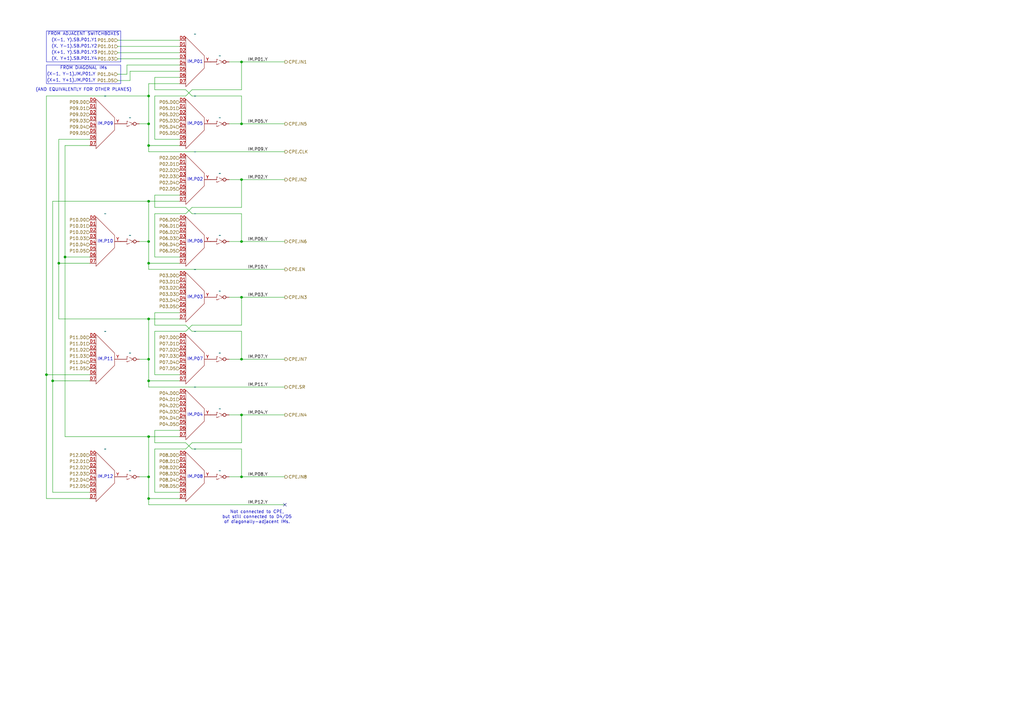
<source format=kicad_sch>
(kicad_sch
	(version 20250114)
	(generator "eeschema")
	(generator_version "9.0")
	(uuid "e600b13a-1987-43d9-8cfe-cf5380ebb600")
	(paper "A3")
	(title_block
		(title "Input Multiplexer (IM)")
		(rev "1")
		(company "YosysHQ")
	)
	(lib_symbols
		(symbol "NOT_12"
			(exclude_from_sim no)
			(in_bom yes)
			(on_board yes)
			(property "Reference" "U"
				(at 0 0 0)
				(effects
					(font
						(size 1.27 1.27)
					)
				)
			)
			(property "Value" ""
				(at 0 0 0)
				(effects
					(font
						(size 1.27 1.27)
					)
				)
			)
			(property "Footprint" ""
				(at 0 0 0)
				(effects
					(font
						(size 1.27 1.27)
					)
					(hide yes)
				)
			)
			(property "Datasheet" ""
				(at 0 0 0)
				(effects
					(font
						(size 1.27 1.27)
					)
					(hide yes)
				)
			)
			(property "Description" ""
				(at 0 0 0)
				(effects
					(font
						(size 1.27 1.27)
					)
					(hide yes)
				)
			)
			(symbol "NOT_12_0_1"
				(polyline
					(pts
						(xy 1.27 0) (xy -1.27 1.143) (xy -1.27 -1.143) (xy 1.27 0)
					)
					(stroke
						(width 0)
						(type dash)
					)
					(fill
						(type none)
					)
				)
			)
			(symbol "NOT_12_1_1"
				(pin input line
					(at -3.81 0 0)
					(length 2.54)
					(name ""
						(effects
							(font
								(size 1.27 1.27)
							)
						)
					)
					(number ""
						(effects
							(font
								(size 1.27 1.27)
							)
						)
					)
				)
				(pin output inverted
					(at 3.81 0 180)
					(length 2.54)
					(name ""
						(effects
							(font
								(size 1.27 1.27)
							)
						)
					)
					(number ""
						(effects
							(font
								(size 1.27 1.27)
							)
						)
					)
				)
			)
			(embedded_fonts no)
		)
		(symbol "NOT_13"
			(exclude_from_sim no)
			(in_bom yes)
			(on_board yes)
			(property "Reference" "U"
				(at 0 0 0)
				(effects
					(font
						(size 1.27 1.27)
					)
				)
			)
			(property "Value" ""
				(at 0 0 0)
				(effects
					(font
						(size 1.27 1.27)
					)
				)
			)
			(property "Footprint" ""
				(at 0 0 0)
				(effects
					(font
						(size 1.27 1.27)
					)
					(hide yes)
				)
			)
			(property "Datasheet" ""
				(at 0 0 0)
				(effects
					(font
						(size 1.27 1.27)
					)
					(hide yes)
				)
			)
			(property "Description" ""
				(at 0 0 0)
				(effects
					(font
						(size 1.27 1.27)
					)
					(hide yes)
				)
			)
			(symbol "NOT_13_0_1"
				(polyline
					(pts
						(xy 1.27 0) (xy -1.27 1.143) (xy -1.27 -1.143) (xy 1.27 0)
					)
					(stroke
						(width 0)
						(type dash)
					)
					(fill
						(type none)
					)
				)
			)
			(symbol "NOT_13_1_1"
				(pin input line
					(at -3.81 0 0)
					(length 2.54)
					(name ""
						(effects
							(font
								(size 1.27 1.27)
							)
						)
					)
					(number ""
						(effects
							(font
								(size 1.27 1.27)
							)
						)
					)
				)
				(pin output inverted
					(at 3.81 0 180)
					(length 2.54)
					(name ""
						(effects
							(font
								(size 1.27 1.27)
							)
						)
					)
					(number ""
						(effects
							(font
								(size 1.27 1.27)
							)
						)
					)
				)
			)
			(embedded_fonts no)
		)
		(symbol "NOT_14"
			(exclude_from_sim no)
			(in_bom yes)
			(on_board yes)
			(property "Reference" "U"
				(at 0 0 0)
				(effects
					(font
						(size 1.27 1.27)
					)
				)
			)
			(property "Value" ""
				(at 0 0 0)
				(effects
					(font
						(size 1.27 1.27)
					)
				)
			)
			(property "Footprint" ""
				(at 0 0 0)
				(effects
					(font
						(size 1.27 1.27)
					)
					(hide yes)
				)
			)
			(property "Datasheet" ""
				(at 0 0 0)
				(effects
					(font
						(size 1.27 1.27)
					)
					(hide yes)
				)
			)
			(property "Description" ""
				(at 0 0 0)
				(effects
					(font
						(size 1.27 1.27)
					)
					(hide yes)
				)
			)
			(symbol "NOT_14_0_1"
				(polyline
					(pts
						(xy 1.27 0) (xy -1.27 1.143) (xy -1.27 -1.143) (xy 1.27 0)
					)
					(stroke
						(width 0)
						(type dash)
					)
					(fill
						(type none)
					)
				)
			)
			(symbol "NOT_14_1_1"
				(pin input line
					(at -3.81 0 0)
					(length 2.54)
					(name ""
						(effects
							(font
								(size 1.27 1.27)
							)
						)
					)
					(number ""
						(effects
							(font
								(size 1.27 1.27)
							)
						)
					)
				)
				(pin output inverted
					(at 3.81 0 180)
					(length 2.54)
					(name ""
						(effects
							(font
								(size 1.27 1.27)
							)
						)
					)
					(number ""
						(effects
							(font
								(size 1.27 1.27)
							)
						)
					)
				)
			)
			(embedded_fonts no)
		)
		(symbol "NOT_15"
			(exclude_from_sim no)
			(in_bom yes)
			(on_board yes)
			(property "Reference" "U"
				(at 0 0 0)
				(effects
					(font
						(size 1.27 1.27)
					)
				)
			)
			(property "Value" ""
				(at 0 0 0)
				(effects
					(font
						(size 1.27 1.27)
					)
				)
			)
			(property "Footprint" ""
				(at 0 0 0)
				(effects
					(font
						(size 1.27 1.27)
					)
					(hide yes)
				)
			)
			(property "Datasheet" ""
				(at 0 0 0)
				(effects
					(font
						(size 1.27 1.27)
					)
					(hide yes)
				)
			)
			(property "Description" ""
				(at 0 0 0)
				(effects
					(font
						(size 1.27 1.27)
					)
					(hide yes)
				)
			)
			(symbol "NOT_15_0_1"
				(polyline
					(pts
						(xy 1.27 0) (xy -1.27 1.143) (xy -1.27 -1.143) (xy 1.27 0)
					)
					(stroke
						(width 0)
						(type dash)
					)
					(fill
						(type none)
					)
				)
			)
			(symbol "NOT_15_1_1"
				(pin input line
					(at -3.81 0 0)
					(length 2.54)
					(name ""
						(effects
							(font
								(size 1.27 1.27)
							)
						)
					)
					(number ""
						(effects
							(font
								(size 1.27 1.27)
							)
						)
					)
				)
				(pin output inverted
					(at 3.81 0 180)
					(length 2.54)
					(name ""
						(effects
							(font
								(size 1.27 1.27)
							)
						)
					)
					(number ""
						(effects
							(font
								(size 1.27 1.27)
							)
						)
					)
				)
			)
			(embedded_fonts no)
		)
		(symbol "NOT_16"
			(exclude_from_sim no)
			(in_bom yes)
			(on_board yes)
			(property "Reference" "U"
				(at 0 0 0)
				(effects
					(font
						(size 1.27 1.27)
					)
				)
			)
			(property "Value" ""
				(at 0 0 0)
				(effects
					(font
						(size 1.27 1.27)
					)
				)
			)
			(property "Footprint" ""
				(at 0 0 0)
				(effects
					(font
						(size 1.27 1.27)
					)
					(hide yes)
				)
			)
			(property "Datasheet" ""
				(at 0 0 0)
				(effects
					(font
						(size 1.27 1.27)
					)
					(hide yes)
				)
			)
			(property "Description" ""
				(at 0 0 0)
				(effects
					(font
						(size 1.27 1.27)
					)
					(hide yes)
				)
			)
			(symbol "NOT_16_0_1"
				(polyline
					(pts
						(xy 1.27 0) (xy -1.27 1.143) (xy -1.27 -1.143) (xy 1.27 0)
					)
					(stroke
						(width 0)
						(type dash)
					)
					(fill
						(type none)
					)
				)
			)
			(symbol "NOT_16_1_1"
				(pin input line
					(at -3.81 0 0)
					(length 2.54)
					(name ""
						(effects
							(font
								(size 1.27 1.27)
							)
						)
					)
					(number ""
						(effects
							(font
								(size 1.27 1.27)
							)
						)
					)
				)
				(pin output inverted
					(at 3.81 0 180)
					(length 2.54)
					(name ""
						(effects
							(font
								(size 1.27 1.27)
							)
						)
					)
					(number ""
						(effects
							(font
								(size 1.27 1.27)
							)
						)
					)
				)
			)
			(embedded_fonts no)
		)
		(symbol "NOT_17"
			(exclude_from_sim no)
			(in_bom yes)
			(on_board yes)
			(property "Reference" "U"
				(at 0 0 0)
				(effects
					(font
						(size 1.27 1.27)
					)
				)
			)
			(property "Value" ""
				(at 0 0 0)
				(effects
					(font
						(size 1.27 1.27)
					)
				)
			)
			(property "Footprint" ""
				(at 0 0 0)
				(effects
					(font
						(size 1.27 1.27)
					)
					(hide yes)
				)
			)
			(property "Datasheet" ""
				(at 0 0 0)
				(effects
					(font
						(size 1.27 1.27)
					)
					(hide yes)
				)
			)
			(property "Description" ""
				(at 0 0 0)
				(effects
					(font
						(size 1.27 1.27)
					)
					(hide yes)
				)
			)
			(symbol "NOT_17_0_1"
				(polyline
					(pts
						(xy 1.27 0) (xy -1.27 1.143) (xy -1.27 -1.143) (xy 1.27 0)
					)
					(stroke
						(width 0)
						(type dash)
					)
					(fill
						(type none)
					)
				)
			)
			(symbol "NOT_17_1_1"
				(pin input line
					(at -3.81 0 0)
					(length 2.54)
					(name ""
						(effects
							(font
								(size 1.27 1.27)
							)
						)
					)
					(number ""
						(effects
							(font
								(size 1.27 1.27)
							)
						)
					)
				)
				(pin output inverted
					(at 3.81 0 180)
					(length 2.54)
					(name ""
						(effects
							(font
								(size 1.27 1.27)
							)
						)
					)
					(number ""
						(effects
							(font
								(size 1.27 1.27)
							)
						)
					)
				)
			)
			(embedded_fonts no)
		)
		(symbol "NOT_18"
			(exclude_from_sim no)
			(in_bom yes)
			(on_board yes)
			(property "Reference" "U"
				(at 0 0 0)
				(effects
					(font
						(size 1.27 1.27)
					)
				)
			)
			(property "Value" ""
				(at 0 0 0)
				(effects
					(font
						(size 1.27 1.27)
					)
				)
			)
			(property "Footprint" ""
				(at 0 0 0)
				(effects
					(font
						(size 1.27 1.27)
					)
					(hide yes)
				)
			)
			(property "Datasheet" ""
				(at 0 0 0)
				(effects
					(font
						(size 1.27 1.27)
					)
					(hide yes)
				)
			)
			(property "Description" ""
				(at 0 0 0)
				(effects
					(font
						(size 1.27 1.27)
					)
					(hide yes)
				)
			)
			(symbol "NOT_18_0_1"
				(polyline
					(pts
						(xy 1.27 0) (xy -1.27 1.143) (xy -1.27 -1.143) (xy 1.27 0)
					)
					(stroke
						(width 0)
						(type dash)
					)
					(fill
						(type none)
					)
				)
			)
			(symbol "NOT_18_1_1"
				(pin input line
					(at -3.81 0 0)
					(length 2.54)
					(name ""
						(effects
							(font
								(size 1.27 1.27)
							)
						)
					)
					(number ""
						(effects
							(font
								(size 1.27 1.27)
							)
						)
					)
				)
				(pin output inverted
					(at 3.81 0 180)
					(length 2.54)
					(name ""
						(effects
							(font
								(size 1.27 1.27)
							)
						)
					)
					(number ""
						(effects
							(font
								(size 1.27 1.27)
							)
						)
					)
				)
			)
			(embedded_fonts no)
		)
		(symbol "NOT_19"
			(exclude_from_sim no)
			(in_bom yes)
			(on_board yes)
			(property "Reference" "U"
				(at 0 0 0)
				(effects
					(font
						(size 1.27 1.27)
					)
				)
			)
			(property "Value" ""
				(at 0 0 0)
				(effects
					(font
						(size 1.27 1.27)
					)
				)
			)
			(property "Footprint" ""
				(at 0 0 0)
				(effects
					(font
						(size 1.27 1.27)
					)
					(hide yes)
				)
			)
			(property "Datasheet" ""
				(at 0 0 0)
				(effects
					(font
						(size 1.27 1.27)
					)
					(hide yes)
				)
			)
			(property "Description" ""
				(at 0 0 0)
				(effects
					(font
						(size 1.27 1.27)
					)
					(hide yes)
				)
			)
			(symbol "NOT_19_0_1"
				(polyline
					(pts
						(xy 1.27 0) (xy -1.27 1.143) (xy -1.27 -1.143) (xy 1.27 0)
					)
					(stroke
						(width 0)
						(type dash)
					)
					(fill
						(type none)
					)
				)
			)
			(symbol "NOT_19_1_1"
				(pin input line
					(at -3.81 0 0)
					(length 2.54)
					(name ""
						(effects
							(font
								(size 1.27 1.27)
							)
						)
					)
					(number ""
						(effects
							(font
								(size 1.27 1.27)
							)
						)
					)
				)
				(pin output inverted
					(at 3.81 0 180)
					(length 2.54)
					(name ""
						(effects
							(font
								(size 1.27 1.27)
							)
						)
					)
					(number ""
						(effects
							(font
								(size 1.27 1.27)
							)
						)
					)
				)
			)
			(embedded_fonts no)
		)
		(symbol "NOT_20"
			(exclude_from_sim no)
			(in_bom yes)
			(on_board yes)
			(property "Reference" "U"
				(at 0 0 0)
				(effects
					(font
						(size 1.27 1.27)
					)
				)
			)
			(property "Value" ""
				(at 0 0 0)
				(effects
					(font
						(size 1.27 1.27)
					)
				)
			)
			(property "Footprint" ""
				(at 0 0 0)
				(effects
					(font
						(size 1.27 1.27)
					)
					(hide yes)
				)
			)
			(property "Datasheet" ""
				(at 0 0 0)
				(effects
					(font
						(size 1.27 1.27)
					)
					(hide yes)
				)
			)
			(property "Description" ""
				(at 0 0 0)
				(effects
					(font
						(size 1.27 1.27)
					)
					(hide yes)
				)
			)
			(symbol "NOT_20_0_1"
				(polyline
					(pts
						(xy 1.27 0) (xy -1.27 1.143) (xy -1.27 -1.143) (xy 1.27 0)
					)
					(stroke
						(width 0)
						(type dash)
					)
					(fill
						(type none)
					)
				)
			)
			(symbol "NOT_20_1_1"
				(pin input line
					(at -3.81 0 0)
					(length 2.54)
					(name ""
						(effects
							(font
								(size 1.27 1.27)
							)
						)
					)
					(number ""
						(effects
							(font
								(size 1.27 1.27)
							)
						)
					)
				)
				(pin output inverted
					(at 3.81 0 180)
					(length 2.54)
					(name ""
						(effects
							(font
								(size 1.27 1.27)
							)
						)
					)
					(number ""
						(effects
							(font
								(size 1.27 1.27)
							)
						)
					)
				)
			)
			(embedded_fonts no)
		)
		(symbol "NOT_21"
			(exclude_from_sim no)
			(in_bom yes)
			(on_board yes)
			(property "Reference" "U"
				(at 0 0 0)
				(effects
					(font
						(size 1.27 1.27)
					)
				)
			)
			(property "Value" ""
				(at 0 0 0)
				(effects
					(font
						(size 1.27 1.27)
					)
				)
			)
			(property "Footprint" ""
				(at 0 0 0)
				(effects
					(font
						(size 1.27 1.27)
					)
					(hide yes)
				)
			)
			(property "Datasheet" ""
				(at 0 0 0)
				(effects
					(font
						(size 1.27 1.27)
					)
					(hide yes)
				)
			)
			(property "Description" ""
				(at 0 0 0)
				(effects
					(font
						(size 1.27 1.27)
					)
					(hide yes)
				)
			)
			(symbol "NOT_21_0_1"
				(polyline
					(pts
						(xy 1.27 0) (xy -1.27 1.143) (xy -1.27 -1.143) (xy 1.27 0)
					)
					(stroke
						(width 0)
						(type dash)
					)
					(fill
						(type none)
					)
				)
			)
			(symbol "NOT_21_1_1"
				(pin input line
					(at -3.81 0 0)
					(length 2.54)
					(name ""
						(effects
							(font
								(size 1.27 1.27)
							)
						)
					)
					(number ""
						(effects
							(font
								(size 1.27 1.27)
							)
						)
					)
				)
				(pin output inverted
					(at 3.81 0 180)
					(length 2.54)
					(name ""
						(effects
							(font
								(size 1.27 1.27)
							)
						)
					)
					(number ""
						(effects
							(font
								(size 1.27 1.27)
							)
						)
					)
				)
			)
			(embedded_fonts no)
		)
		(symbol "NOT_22"
			(exclude_from_sim no)
			(in_bom yes)
			(on_board yes)
			(property "Reference" "U"
				(at 0 0 0)
				(effects
					(font
						(size 1.27 1.27)
					)
				)
			)
			(property "Value" ""
				(at 0 0 0)
				(effects
					(font
						(size 1.27 1.27)
					)
				)
			)
			(property "Footprint" ""
				(at 0 0 0)
				(effects
					(font
						(size 1.27 1.27)
					)
					(hide yes)
				)
			)
			(property "Datasheet" ""
				(at 0 0 0)
				(effects
					(font
						(size 1.27 1.27)
					)
					(hide yes)
				)
			)
			(property "Description" ""
				(at 0 0 0)
				(effects
					(font
						(size 1.27 1.27)
					)
					(hide yes)
				)
			)
			(symbol "NOT_22_0_1"
				(polyline
					(pts
						(xy 1.27 0) (xy -1.27 1.143) (xy -1.27 -1.143) (xy 1.27 0)
					)
					(stroke
						(width 0)
						(type dash)
					)
					(fill
						(type none)
					)
				)
			)
			(symbol "NOT_22_1_1"
				(pin input line
					(at -3.81 0 0)
					(length 2.54)
					(name ""
						(effects
							(font
								(size 1.27 1.27)
							)
						)
					)
					(number ""
						(effects
							(font
								(size 1.27 1.27)
							)
						)
					)
				)
				(pin output inverted
					(at 3.81 0 180)
					(length 2.54)
					(name ""
						(effects
							(font
								(size 1.27 1.27)
							)
						)
					)
					(number ""
						(effects
							(font
								(size 1.27 1.27)
							)
						)
					)
				)
			)
			(embedded_fonts no)
		)
		(symbol "NOT_23"
			(exclude_from_sim no)
			(in_bom yes)
			(on_board yes)
			(property "Reference" "U"
				(at 0 0 0)
				(effects
					(font
						(size 1.27 1.27)
					)
				)
			)
			(property "Value" ""
				(at 0 0 0)
				(effects
					(font
						(size 1.27 1.27)
					)
				)
			)
			(property "Footprint" ""
				(at 0 0 0)
				(effects
					(font
						(size 1.27 1.27)
					)
					(hide yes)
				)
			)
			(property "Datasheet" ""
				(at 0 0 0)
				(effects
					(font
						(size 1.27 1.27)
					)
					(hide yes)
				)
			)
			(property "Description" ""
				(at 0 0 0)
				(effects
					(font
						(size 1.27 1.27)
					)
					(hide yes)
				)
			)
			(symbol "NOT_23_0_1"
				(polyline
					(pts
						(xy 1.27 0) (xy -1.27 1.143) (xy -1.27 -1.143) (xy 1.27 0)
					)
					(stroke
						(width 0)
						(type dash)
					)
					(fill
						(type none)
					)
				)
			)
			(symbol "NOT_23_1_1"
				(pin input line
					(at -3.81 0 0)
					(length 2.54)
					(name ""
						(effects
							(font
								(size 1.27 1.27)
							)
						)
					)
					(number ""
						(effects
							(font
								(size 1.27 1.27)
							)
						)
					)
				)
				(pin output inverted
					(at 3.81 0 180)
					(length 2.54)
					(name ""
						(effects
							(font
								(size 1.27 1.27)
							)
						)
					)
					(number ""
						(effects
							(font
								(size 1.27 1.27)
							)
						)
					)
				)
			)
			(embedded_fonts no)
		)
		(symbol "prjpeppercorn:MUX8B"
			(exclude_from_sim no)
			(in_bom yes)
			(on_board yes)
			(property "Reference" "M"
				(at 0 0 0)
				(effects
					(font
						(size 1.27 1.27)
					)
				)
			)
			(property "Value" ""
				(at 0 0 0)
				(effects
					(font
						(size 1.27 1.27)
					)
				)
			)
			(property "Footprint" ""
				(at 0 0 0)
				(effects
					(font
						(size 1.27 1.27)
					)
					(hide yes)
				)
			)
			(property "Datasheet" ""
				(at 0 0 0)
				(effects
					(font
						(size 1.27 1.27)
					)
					(hide yes)
				)
			)
			(property "Description" ""
				(at 0 0 0)
				(effects
					(font
						(size 1.27 1.27)
					)
					(hide yes)
				)
			)
			(symbol "MUX8B_0_1"
				(polyline
					(pts
						(xy -2.54 -10.16) (xy -2.54 10.16) (xy 5.08 2.54) (xy 5.08 -2.54) (xy -2.54 -10.16)
					)
					(stroke
						(width 0)
						(type default)
					)
					(fill
						(type none)
					)
				)
			)
			(symbol "MUX8B_1_1"
				(pin input line
					(at -5.08 8.89 0)
					(length 2.54)
					(name ""
						(effects
							(font
								(size 1.27 1.27)
							)
						)
					)
					(number "D0"
						(effects
							(font
								(size 1.27 1.27)
							)
						)
					)
				)
				(pin input line
					(at -5.08 6.35 0)
					(length 2.54)
					(name ""
						(effects
							(font
								(size 1.27 1.27)
							)
						)
					)
					(number "D1"
						(effects
							(font
								(size 1.27 1.27)
							)
						)
					)
				)
				(pin input line
					(at -5.08 3.81 0)
					(length 2.54)
					(name ""
						(effects
							(font
								(size 1.27 1.27)
							)
						)
					)
					(number "D2"
						(effects
							(font
								(size 1.27 1.27)
							)
						)
					)
				)
				(pin input line
					(at -5.08 1.27 0)
					(length 2.54)
					(name ""
						(effects
							(font
								(size 1.27 1.27)
							)
						)
					)
					(number "D3"
						(effects
							(font
								(size 1.27 1.27)
							)
						)
					)
				)
				(pin input line
					(at -5.08 -1.27 0)
					(length 2.54)
					(name ""
						(effects
							(font
								(size 1.27 1.27)
							)
						)
					)
					(number "D4"
						(effects
							(font
								(size 1.27 1.27)
							)
						)
					)
				)
				(pin input line
					(at -5.08 -3.81 0)
					(length 2.54)
					(name ""
						(effects
							(font
								(size 1.27 1.27)
							)
						)
					)
					(number "D5"
						(effects
							(font
								(size 1.27 1.27)
							)
						)
					)
				)
				(pin input line
					(at -5.08 -6.35 0)
					(length 2.54)
					(name ""
						(effects
							(font
								(size 1.27 1.27)
							)
						)
					)
					(number "D6"
						(effects
							(font
								(size 1.27 1.27)
							)
						)
					)
				)
				(pin input line
					(at -5.08 -8.89 0)
					(length 2.54)
					(name ""
						(effects
							(font
								(size 1.27 1.27)
							)
						)
					)
					(number "D7"
						(effects
							(font
								(size 1.27 1.27)
							)
						)
					)
				)
				(pin output line
					(at 7.62 0 180)
					(length 2.54)
					(name ""
						(effects
							(font
								(size 1.27 1.27)
							)
						)
					)
					(number "Y"
						(effects
							(font
								(size 1.27 1.27)
							)
						)
					)
				)
			)
			(embedded_fonts no)
		)
	)
	(rectangle
		(start 19.05 26.67)
		(end 49.53 34.29)
		(stroke
			(width 0)
			(type default)
		)
		(fill
			(type none)
		)
		(uuid 3004cdc0-32d5-43d0-b1fb-54bd13a0f5d4)
	)
	(rectangle
		(start 19.05 12.7)
		(end 49.53 25.4)
		(stroke
			(width 0)
			(type default)
		)
		(fill
			(type none)
		)
		(uuid 72e14195-49be-4047-934a-0c770b0f81e4)
	)
	(text "(X, Y-1).SB.P01.Y2"
		(exclude_from_sim no)
		(at 30.48 19.05 0)
		(effects
			(font
				(size 1.27 1.27)
			)
		)
		(uuid "05fbd332-9cde-43d9-b9f6-ddf442c782ba")
	)
	(text "(X-1, Y).SB.P01.Y1"
		(exclude_from_sim no)
		(at 30.48 16.51 0)
		(effects
			(font
				(size 1.27 1.27)
			)
		)
		(uuid "11149868-0d80-4d52-8ba8-435c1738d276")
	)
	(text "IM.P01"
		(exclude_from_sim no)
		(at 80.01 25.4 0)
		(effects
			(font
				(size 1.27 1.27)
			)
		)
		(uuid "209aace7-40cb-426a-8fd5-efdef31256c3")
	)
	(text "IM.P10"
		(exclude_from_sim no)
		(at 43.18 99.06 0)
		(effects
			(font
				(size 1.27 1.27)
			)
		)
		(uuid "26292d32-6976-4028-9fe9-576a46c792ea")
	)
	(text "IM.P12"
		(exclude_from_sim no)
		(at 43.18 195.58 0)
		(effects
			(font
				(size 1.27 1.27)
			)
		)
		(uuid "302311d8-9e2d-45b7-b5aa-f7f27056d4dc")
	)
	(text "IM.P06"
		(exclude_from_sim no)
		(at 80.01 99.06 0)
		(effects
			(font
				(size 1.27 1.27)
			)
		)
		(uuid "3f001c20-f65e-48cf-b6e6-bfad4715a747")
	)
	(text "FROM DIAGONAL IMs"
		(exclude_from_sim no)
		(at 34.29 27.94 0)
		(effects
			(font
				(size 1.27 1.27)
			)
		)
		(uuid "50b4f9cf-d256-48e7-9f7c-45d8f8efe345")
	)
	(text "Not connected to CPE,\nbut still connected to D4/D5\nof diagonally-adjacent IMs."
		(exclude_from_sim no)
		(at 105.41 212.09 0)
		(effects
			(font
				(size 1.27 1.27)
			)
		)
		(uuid "522e15c4-8667-4225-93d4-e85baa88205c")
	)
	(text "IM.P08"
		(exclude_from_sim no)
		(at 80.01 195.58 0)
		(effects
			(font
				(size 1.27 1.27)
			)
		)
		(uuid "5381216e-1baa-4cfe-858a-4911595620c4")
	)
	(text "FROM ADJACENT SWITCHBOXES"
		(exclude_from_sim no)
		(at 34.29 13.97 0)
		(effects
			(font
				(size 1.27 1.27)
			)
		)
		(uuid "6caabb20-8439-49ce-9de2-89d2509d930b")
	)
	(text "(X-1, Y-1).IM.P01.Y"
		(exclude_from_sim no)
		(at 29.21 30.48 0)
		(effects
			(font
				(size 1.27 1.27)
			)
		)
		(uuid "730fc127-b0cb-4a3e-8960-a501645ac0e9")
	)
	(text "IM.P03"
		(exclude_from_sim no)
		(at 80.01 121.92 0)
		(effects
			(font
				(size 1.27 1.27)
			)
		)
		(uuid "75d201f3-376d-4543-9315-63afdb8d8f0d")
	)
	(text "IM.P07"
		(exclude_from_sim no)
		(at 80.01 147.32 0)
		(effects
			(font
				(size 1.27 1.27)
			)
		)
		(uuid "7e7b9735-6814-4fc8-b5c2-5b3759234728")
	)
	(text "(X+1, Y+1).IM.P01.Y"
		(exclude_from_sim no)
		(at 29.21 33.02 0)
		(effects
			(font
				(size 1.27 1.27)
			)
		)
		(uuid "7ffe20c9-4017-4058-8420-379caa472185")
	)
	(text "IM.P09"
		(exclude_from_sim no)
		(at 43.18 50.8 0)
		(effects
			(font
				(size 1.27 1.27)
			)
		)
		(uuid "8efabf6a-1476-4efe-b238-4348b746b23a")
	)
	(text "(AND EQUIVALENTLY FOR OTHER PLANES)"
		(exclude_from_sim no)
		(at 34.29 36.83 0)
		(effects
			(font
				(size 1.27 1.27)
			)
		)
		(uuid "97601db5-24b9-4a68-a4e6-a2f3a79ccfe9")
	)
	(text "IM.P04"
		(exclude_from_sim no)
		(at 80.01 170.18 0)
		(effects
			(font
				(size 1.27 1.27)
			)
		)
		(uuid "bc408feb-02b7-42c6-ab6b-738529002b64")
	)
	(text "(X+1, Y).SB.P01.Y3"
		(exclude_from_sim no)
		(at 30.48 21.59 0)
		(effects
			(font
				(size 1.27 1.27)
			)
		)
		(uuid "c0ec9344-40ec-40f0-9856-32ec5ea83eec")
	)
	(text "IM.P05"
		(exclude_from_sim no)
		(at 80.01 50.8 0)
		(effects
			(font
				(size 1.27 1.27)
			)
		)
		(uuid "cf88d23a-0257-49c8-a8ca-f07820f049f7")
	)
	(text "IM.P11"
		(exclude_from_sim no)
		(at 43.18 147.32 0)
		(effects
			(font
				(size 1.27 1.27)
			)
		)
		(uuid "eb8a71ac-97ad-47f3-a1d7-e1c9ac3caf3e")
	)
	(text "IM.P02"
		(exclude_from_sim no)
		(at 80.01 73.66 0)
		(effects
			(font
				(size 1.27 1.27)
			)
		)
		(uuid "eefd6d7c-f774-4126-b294-aa3900b14c51")
	)
	(text "(X, Y+1).SB.P01.Y4"
		(exclude_from_sim no)
		(at 30.48 24.13 0)
		(effects
			(font
				(size 1.27 1.27)
			)
		)
		(uuid "f6aa383d-0b0c-4199-8cba-e5b2a8860b1e")
	)
	(junction
		(at 60.96 195.58)
		(diameter 0)
		(color 0 0 0 0)
		(uuid "03f587ed-6908-4a60-83f8-a5a2c1c300c8")
	)
	(junction
		(at 99.06 147.32)
		(diameter 0)
		(color 0 0 0 0)
		(uuid "1034a2a8-55de-45ab-a560-de3ff034e68f")
	)
	(junction
		(at 99.06 195.58)
		(diameter 0)
		(color 0 0 0 0)
		(uuid "1f5f20b6-a7b4-47a7-9969-c2decf06a0bf")
	)
	(junction
		(at 60.96 204.47)
		(diameter 0)
		(color 0 0 0 0)
		(uuid "2943e56a-4030-45e7-9865-ee27ef7ff2e4")
	)
	(junction
		(at 99.06 99.06)
		(diameter 0)
		(color 0 0 0 0)
		(uuid "3466a128-36ba-4b6b-9ef0-e12bf696cce2")
	)
	(junction
		(at 60.96 50.8)
		(diameter 0)
		(color 0 0 0 0)
		(uuid "41206b13-73c2-4f8f-8ce9-777962e38ef8")
	)
	(junction
		(at 19.05 153.67)
		(diameter 0)
		(color 0 0 0 0)
		(uuid "41ce9131-518c-4f5a-952a-74eab5a1e10e")
	)
	(junction
		(at 99.06 170.18)
		(diameter 0)
		(color 0 0 0 0)
		(uuid "54937ce8-be8c-4d31-91be-ca56926057ff")
	)
	(junction
		(at 26.67 105.41)
		(diameter 0)
		(color 0 0 0 0)
		(uuid "63f7eb0f-4756-469a-891b-870fb52fd9c1")
	)
	(junction
		(at 60.96 99.06)
		(diameter 0)
		(color 0 0 0 0)
		(uuid "66d744ef-7c4f-4cbb-a076-149f551db6db")
	)
	(junction
		(at 60.96 156.21)
		(diameter 0)
		(color 0 0 0 0)
		(uuid "7354bab1-7634-4b66-8482-c0624538e468")
	)
	(junction
		(at 60.96 59.69)
		(diameter 0)
		(color 0 0 0 0)
		(uuid "7d7aac50-72f2-442b-be05-f2e7635cde4d")
	)
	(junction
		(at 24.13 107.95)
		(diameter 0)
		(color 0 0 0 0)
		(uuid "83af9d18-47ad-4dd8-b6f5-8ea5cf834ee7")
	)
	(junction
		(at 60.96 107.95)
		(diameter 0)
		(color 0 0 0 0)
		(uuid "85be263f-d04c-4716-9d13-72ef0c817bcc")
	)
	(junction
		(at 60.96 179.07)
		(diameter 0)
		(color 0 0 0 0)
		(uuid "8fd70350-b453-47c5-a912-91ebe988d52d")
	)
	(junction
		(at 60.96 39.37)
		(diameter 0)
		(color 0 0 0 0)
		(uuid "9a0323de-e1f9-42ee-a4b7-3009815829e1")
	)
	(junction
		(at 60.96 147.32)
		(diameter 0)
		(color 0 0 0 0)
		(uuid "b23a770b-e159-4641-b523-10dad0059a7f")
	)
	(junction
		(at 99.06 25.4)
		(diameter 0)
		(color 0 0 0 0)
		(uuid "bd0d72df-41f9-472c-b332-dd18c1cafbee")
	)
	(junction
		(at 99.06 73.66)
		(diameter 0)
		(color 0 0 0 0)
		(uuid "c66c18f9-4267-41c3-98d4-d27351b9da36")
	)
	(junction
		(at 60.96 82.55)
		(diameter 0)
		(color 0 0 0 0)
		(uuid "c8dd1ae2-eec8-40a9-b17d-89167b5df269")
	)
	(junction
		(at 99.06 121.92)
		(diameter 0)
		(color 0 0 0 0)
		(uuid "cb86ee94-cb4a-467a-a317-f1cfc3021d00")
	)
	(junction
		(at 60.96 130.81)
		(diameter 0)
		(color 0 0 0 0)
		(uuid "da665a09-cba5-45be-89ed-081559bbe814")
	)
	(junction
		(at 21.59 156.21)
		(diameter 0)
		(color 0 0 0 0)
		(uuid "e9679474-1356-4f9f-aabe-393eeff3ddd5")
	)
	(junction
		(at 99.06 50.8)
		(diameter 0)
		(color 0 0 0 0)
		(uuid "ea5c80d1-110c-42f5-a55b-4e54be6b75f8")
	)
	(no_connect
		(at 116.84 207.01)
		(uuid "691fdd78-6583-41e6-b7a4-ee4bead1817b")
	)
	(wire
		(pts
			(xy 60.96 39.37) (xy 60.96 34.29)
		)
		(stroke
			(width 0)
			(type default)
		)
		(uuid "01031dfe-516d-4c0a-a609-29eb5a913b2f")
	)
	(wire
		(pts
			(xy 76.2 184.15) (xy 78.74 181.61)
		)
		(stroke
			(width 0)
			(type default)
		)
		(uuid "0292eeb4-c764-4b51-814d-15e4d5bb2bfd")
	)
	(wire
		(pts
			(xy 60.96 158.75) (xy 116.84 158.75)
		)
		(stroke
			(width 0)
			(type default)
		)
		(uuid "04a04433-8bfa-465f-ab4b-fdaa9509c871")
	)
	(wire
		(pts
			(xy 63.5 201.93) (xy 73.66 201.93)
		)
		(stroke
			(width 0)
			(type default)
		)
		(uuid "067d399a-aaf9-4eca-bfdc-12054b7ec1bc")
	)
	(wire
		(pts
			(xy 63.5 128.27) (xy 73.66 128.27)
		)
		(stroke
			(width 0)
			(type default)
		)
		(uuid "074bc0d0-e427-484e-8c25-624c946ef50c")
	)
	(wire
		(pts
			(xy 63.5 39.37) (xy 76.2 39.37)
		)
		(stroke
			(width 0)
			(type default)
		)
		(uuid "0a6a3031-3065-447a-be17-7b556a23c3f1")
	)
	(wire
		(pts
			(xy 48.3056 19.0956) (xy 48.26 19.05)
		)
		(stroke
			(width 0)
			(type default)
		)
		(uuid "0abc56d4-ba80-42c1-9b05-2a81142a30cf")
	)
	(wire
		(pts
			(xy 60.96 130.81) (xy 60.96 147.32)
		)
		(stroke
			(width 0)
			(type default)
		)
		(uuid "0b48ba27-e65a-4687-8a15-c339da77853a")
	)
	(wire
		(pts
			(xy 78.74 184.15) (xy 76.2 181.61)
		)
		(stroke
			(width 0)
			(type default)
		)
		(uuid "0cedaf7f-860e-489c-a07e-80d72ad03076")
	)
	(wire
		(pts
			(xy 93.98 50.8) (xy 99.06 50.8)
		)
		(stroke
			(width 0)
			(type default)
		)
		(uuid "0d3956c9-664b-4b57-9b1c-9d1eb38dceec")
	)
	(wire
		(pts
			(xy 78.74 39.37) (xy 99.06 39.37)
		)
		(stroke
			(width 0)
			(type default)
		)
		(uuid "0f088a51-0745-43dd-9816-28b83a8c819c")
	)
	(wire
		(pts
			(xy 63.5 153.67) (xy 73.66 153.67)
		)
		(stroke
			(width 0)
			(type default)
		)
		(uuid "0f56859c-4b00-4dc2-ba95-e5b6c6de8e05")
	)
	(wire
		(pts
			(xy 19.05 39.37) (xy 19.05 153.67)
		)
		(stroke
			(width 0)
			(type default)
		)
		(uuid "10d3cac9-6980-43ed-8f27-f64a0986f1f5")
	)
	(wire
		(pts
			(xy 48.26 30.48) (xy 52.07 30.48)
		)
		(stroke
			(width 0)
			(type default)
		)
		(uuid "1260f025-315d-43af-a33f-5a02772bea77")
	)
	(wire
		(pts
			(xy 24.13 57.15) (xy 36.83 57.15)
		)
		(stroke
			(width 0)
			(type default)
		)
		(uuid "13107847-ca03-4c85-9e11-84f4b6d30d66")
	)
	(wire
		(pts
			(xy 93.98 25.4) (xy 99.06 25.4)
		)
		(stroke
			(width 0)
			(type default)
		)
		(uuid "1903e7b5-60ba-412a-8160-5828d45bf572")
	)
	(wire
		(pts
			(xy 63.5 105.41) (xy 73.66 105.41)
		)
		(stroke
			(width 0)
			(type default)
		)
		(uuid "1ac44cb1-4032-4e12-a028-49d3bab477af")
	)
	(wire
		(pts
			(xy 63.5 184.15) (xy 76.2 184.15)
		)
		(stroke
			(width 0)
			(type default)
		)
		(uuid "1d284b11-0daf-42a5-87c4-d8fe9e73a731")
	)
	(wire
		(pts
			(xy 63.5 57.15) (xy 73.66 57.15)
		)
		(stroke
			(width 0)
			(type default)
		)
		(uuid "1de58584-62f5-4e5c-aa68-83334b5fd692")
	)
	(wire
		(pts
			(xy 48.26 16.51) (xy 73.66 16.51)
		)
		(stroke
			(width 0)
			(type default)
		)
		(uuid "1e2adf10-7096-4fff-a349-887d2d00a5c3")
	)
	(wire
		(pts
			(xy 99.06 147.32) (xy 93.98 147.32)
		)
		(stroke
			(width 0)
			(type default)
		)
		(uuid "248c3b1c-4391-4dec-901e-b5b767b3c24f")
	)
	(wire
		(pts
			(xy 57.15 195.58) (xy 60.96 195.58)
		)
		(stroke
			(width 0)
			(type default)
		)
		(uuid "27b8003a-d263-4527-af8d-600c6be50e7c")
	)
	(wire
		(pts
			(xy 63.5 135.89) (xy 76.2 135.89)
		)
		(stroke
			(width 0)
			(type default)
		)
		(uuid "290aac27-3d2e-49a4-84a1-ff8b8afbbd74")
	)
	(wire
		(pts
			(xy 26.67 179.07) (xy 26.67 105.41)
		)
		(stroke
			(width 0)
			(type default)
		)
		(uuid "29ba1a43-c79e-4c79-b556-2e72977cb3bc")
	)
	(wire
		(pts
			(xy 19.05 153.67) (xy 36.83 153.67)
		)
		(stroke
			(width 0)
			(type default)
		)
		(uuid "29c7d454-3e6b-4ddf-bab0-6a1dd3eb4278")
	)
	(wire
		(pts
			(xy 24.13 107.95) (xy 36.83 107.95)
		)
		(stroke
			(width 0)
			(type default)
		)
		(uuid "2b95b357-045f-4033-90be-025ecd0de9bc")
	)
	(wire
		(pts
			(xy 48.3056 24.1756) (xy 48.26 24.13)
		)
		(stroke
			(width 0)
			(type default)
		)
		(uuid "2c322204-9fc6-4173-8327-0db8f92bcfa8")
	)
	(wire
		(pts
			(xy 93.98 73.66) (xy 99.06 73.66)
		)
		(stroke
			(width 0)
			(type default)
		)
		(uuid "2df2fdcd-34b7-46e8-aee1-5b20e6a6bde4")
	)
	(wire
		(pts
			(xy 48.3056 16.5556) (xy 48.26 16.51)
		)
		(stroke
			(width 0)
			(type default)
		)
		(uuid "36c7f4fc-0d9b-4753-bebe-bce7bdb89051")
	)
	(wire
		(pts
			(xy 73.66 130.81) (xy 60.96 130.81)
		)
		(stroke
			(width 0)
			(type default)
		)
		(uuid "3a1c03e4-471b-4afc-bc69-251ca7998aa2")
	)
	(wire
		(pts
			(xy 99.06 195.58) (xy 99.06 184.15)
		)
		(stroke
			(width 0)
			(type default)
		)
		(uuid "3a4ecc90-be71-4d19-8ac9-9dd0ea48a496")
	)
	(wire
		(pts
			(xy 24.13 130.81) (xy 60.96 130.81)
		)
		(stroke
			(width 0)
			(type default)
		)
		(uuid "40972e3a-5408-4353-b854-8ac0a6b56f1e")
	)
	(wire
		(pts
			(xy 19.05 153.67) (xy 19.05 204.47)
		)
		(stroke
			(width 0)
			(type default)
		)
		(uuid "41e47055-dded-49fd-9084-27413bcda71d")
	)
	(wire
		(pts
			(xy 99.06 73.66) (xy 116.84 73.66)
		)
		(stroke
			(width 0)
			(type default)
		)
		(uuid "461c2340-685a-4545-8eb6-9fa695844c1f")
	)
	(wire
		(pts
			(xy 19.05 39.37) (xy 60.96 39.37)
		)
		(stroke
			(width 0)
			(type default)
		)
		(uuid "47f5c0b2-bf51-4028-9231-389761dbba63")
	)
	(wire
		(pts
			(xy 99.06 121.92) (xy 99.06 133.35)
		)
		(stroke
			(width 0)
			(type default)
		)
		(uuid "4a38b0dc-8414-4418-8b2a-5ffb72d2e076")
	)
	(wire
		(pts
			(xy 48.26 24.13) (xy 73.66 24.13)
		)
		(stroke
			(width 0)
			(type default)
		)
		(uuid "4ac1426d-f926-4b57-8bdc-0df66a93d9ce")
	)
	(wire
		(pts
			(xy 78.74 184.15) (xy 99.06 184.15)
		)
		(stroke
			(width 0)
			(type default)
		)
		(uuid "4d98406b-f3d3-4564-97ef-8d91b0c80537")
	)
	(wire
		(pts
			(xy 78.74 135.89) (xy 76.2 133.35)
		)
		(stroke
			(width 0)
			(type default)
		)
		(uuid "4ef64c9d-5893-4f10-9196-30fa89ad433e")
	)
	(wire
		(pts
			(xy 78.74 87.63) (xy 76.2 85.09)
		)
		(stroke
			(width 0)
			(type default)
		)
		(uuid "54c55830-5d20-40ec-b695-c3f03dd0adfd")
	)
	(wire
		(pts
			(xy 63.5 128.27) (xy 63.5 133.35)
		)
		(stroke
			(width 0)
			(type default)
		)
		(uuid "54d824ef-9982-4808-877e-6e9068383b29")
	)
	(wire
		(pts
			(xy 99.06 25.4) (xy 99.06 36.83)
		)
		(stroke
			(width 0)
			(type default)
		)
		(uuid "56ae0844-9da2-43fc-b16a-95392b2c342d")
	)
	(wire
		(pts
			(xy 63.5 80.01) (xy 73.66 80.01)
		)
		(stroke
			(width 0)
			(type default)
		)
		(uuid "583eda48-a79b-4251-be47-a3189e6fe529")
	)
	(wire
		(pts
			(xy 53.34 29.21) (xy 73.66 29.21)
		)
		(stroke
			(width 0)
			(type default)
		)
		(uuid "5b2616c2-2946-4c41-a73e-36eb465bcfee")
	)
	(wire
		(pts
			(xy 99.06 99.06) (xy 99.06 87.63)
		)
		(stroke
			(width 0)
			(type default)
		)
		(uuid "5b93e1d6-5c2e-4f69-99a7-9df6ceb97fd2")
	)
	(wire
		(pts
			(xy 60.96 156.21) (xy 60.96 158.75)
		)
		(stroke
			(width 0)
			(type default)
		)
		(uuid "5bb3f14a-7344-4c96-ac16-a4bb61ea3b19")
	)
	(wire
		(pts
			(xy 26.67 59.69) (xy 36.83 59.69)
		)
		(stroke
			(width 0)
			(type default)
		)
		(uuid "5d7f2746-2b13-460d-8c4d-a94560c3458d")
	)
	(wire
		(pts
			(xy 21.59 82.55) (xy 60.96 82.55)
		)
		(stroke
			(width 0)
			(type default)
		)
		(uuid "656831d3-8ad1-46e7-9f2c-ef2a315bdcc0")
	)
	(wire
		(pts
			(xy 60.96 59.69) (xy 60.96 62.23)
		)
		(stroke
			(width 0)
			(type default)
		)
		(uuid "69ca342d-5413-46a2-93df-c3f3bff74c3d")
	)
	(wire
		(pts
			(xy 63.5 87.63) (xy 63.5 105.41)
		)
		(stroke
			(width 0)
			(type default)
		)
		(uuid "69fd37e7-7871-4a74-8247-ad9113be54a5")
	)
	(wire
		(pts
			(xy 99.06 170.18) (xy 116.84 170.18)
		)
		(stroke
			(width 0)
			(type default)
		)
		(uuid "6a65f353-b8e8-4a27-ae03-116682f28623")
	)
	(wire
		(pts
			(xy 21.59 201.93) (xy 36.83 201.93)
		)
		(stroke
			(width 0)
			(type default)
		)
		(uuid "6aa1b72c-e3f5-4396-8fee-251eb913ebc1")
	)
	(wire
		(pts
			(xy 78.74 133.35) (xy 99.06 133.35)
		)
		(stroke
			(width 0)
			(type default)
		)
		(uuid "6aac2e27-9f1b-4e7c-a886-52d5b18f43e1")
	)
	(wire
		(pts
			(xy 99.06 195.58) (xy 93.98 195.58)
		)
		(stroke
			(width 0)
			(type default)
		)
		(uuid "6ceb5cc7-2fcf-4a06-a0e2-59f3875b5baf")
	)
	(wire
		(pts
			(xy 26.67 105.41) (xy 26.67 59.69)
		)
		(stroke
			(width 0)
			(type default)
		)
		(uuid "75c9b450-cdae-4d23-8c15-db7f22234c4f")
	)
	(wire
		(pts
			(xy 21.59 82.55) (xy 21.59 156.21)
		)
		(stroke
			(width 0)
			(type default)
		)
		(uuid "764ddb80-690b-45ee-9296-876a81843b8f")
	)
	(wire
		(pts
			(xy 60.96 204.47) (xy 73.66 204.47)
		)
		(stroke
			(width 0)
			(type default)
		)
		(uuid "77947d2e-47fc-4f9f-ac23-d4a8740bed43")
	)
	(wire
		(pts
			(xy 99.06 50.8) (xy 116.84 50.8)
		)
		(stroke
			(width 0)
			(type default)
		)
		(uuid "77a22779-c2fd-477f-b2ce-8f419f593a9c")
	)
	(wire
		(pts
			(xy 26.67 105.41) (xy 36.83 105.41)
		)
		(stroke
			(width 0)
			(type default)
		)
		(uuid "7b5118fe-1dfa-46ae-b931-c1867068ce14")
	)
	(wire
		(pts
			(xy 53.34 33.02) (xy 53.34 29.21)
		)
		(stroke
			(width 0)
			(type default)
		)
		(uuid "7bb27271-0250-42bd-be98-8b134ce56b1f")
	)
	(wire
		(pts
			(xy 78.74 36.83) (xy 99.06 36.83)
		)
		(stroke
			(width 0)
			(type default)
		)
		(uuid "8005a5b6-1f29-43e2-b613-8398e516667e")
	)
	(wire
		(pts
			(xy 60.96 107.95) (xy 60.96 110.49)
		)
		(stroke
			(width 0)
			(type default)
		)
		(uuid "82792bc5-e003-4ac7-a34b-02c97076bda9")
	)
	(wire
		(pts
			(xy 93.98 170.18) (xy 99.06 170.18)
		)
		(stroke
			(width 0)
			(type default)
		)
		(uuid "83acb7cb-bb9e-403e-917f-67f20b4036ea")
	)
	(wire
		(pts
			(xy 63.5 133.35) (xy 76.2 133.35)
		)
		(stroke
			(width 0)
			(type default)
		)
		(uuid "86369b56-24f3-4921-8d21-2567d130bbb9")
	)
	(wire
		(pts
			(xy 60.96 62.23) (xy 116.84 62.23)
		)
		(stroke
			(width 0)
			(type default)
		)
		(uuid "88a0642c-e5b3-4a07-90f4-faa6e252fcab")
	)
	(wire
		(pts
			(xy 73.66 179.07) (xy 60.96 179.07)
		)
		(stroke
			(width 0)
			(type default)
		)
		(uuid "8a8e0975-578b-417f-a288-6bfea7be22d3")
	)
	(wire
		(pts
			(xy 63.5 181.61) (xy 76.2 181.61)
		)
		(stroke
			(width 0)
			(type default)
		)
		(uuid "8e43ff6f-edd5-4497-bc66-346a6fc5b9a1")
	)
	(wire
		(pts
			(xy 60.96 147.32) (xy 60.96 156.21)
		)
		(stroke
			(width 0)
			(type default)
		)
		(uuid "8eb06ac2-bc98-4267-b831-32058b54ab94")
	)
	(wire
		(pts
			(xy 99.06 195.58) (xy 116.84 195.58)
		)
		(stroke
			(width 0)
			(type default)
		)
		(uuid "8fe11750-69dc-4f22-bbd5-5b963c41aef5")
	)
	(wire
		(pts
			(xy 99.06 121.92) (xy 93.98 121.92)
		)
		(stroke
			(width 0)
			(type default)
		)
		(uuid "900fd511-1b07-41dd-b9d0-24cfef42e848")
	)
	(wire
		(pts
			(xy 63.5 184.15) (xy 63.5 201.93)
		)
		(stroke
			(width 0)
			(type default)
		)
		(uuid "979ae5c2-5ebf-4265-939e-d1dbc9cff19f")
	)
	(wire
		(pts
			(xy 73.66 82.55) (xy 60.96 82.55)
		)
		(stroke
			(width 0)
			(type default)
		)
		(uuid "9995f59a-113a-48d7-9f29-4b8c321290d2")
	)
	(wire
		(pts
			(xy 19.05 204.47) (xy 36.83 204.47)
		)
		(stroke
			(width 0)
			(type default)
		)
		(uuid "9ad5fcc2-3493-4767-8b0c-0a1be34d0d55")
	)
	(wire
		(pts
			(xy 60.96 204.47) (xy 60.96 195.58)
		)
		(stroke
			(width 0)
			(type default)
		)
		(uuid "9af48d7c-084c-4e35-9066-522e967d7064")
	)
	(wire
		(pts
			(xy 60.96 34.29) (xy 73.66 34.29)
		)
		(stroke
			(width 0)
			(type default)
		)
		(uuid "9c5d19cd-0472-4423-9f32-a6965cfa0f6b")
	)
	(wire
		(pts
			(xy 99.06 147.32) (xy 116.84 147.32)
		)
		(stroke
			(width 0)
			(type default)
		)
		(uuid "9df58e01-e776-4f18-9e59-2cc3eff42003")
	)
	(wire
		(pts
			(xy 78.74 87.63) (xy 99.06 87.63)
		)
		(stroke
			(width 0)
			(type default)
		)
		(uuid "a04b74d5-3298-4dc2-b9a4-2dceed44f56e")
	)
	(wire
		(pts
			(xy 60.96 59.69) (xy 60.96 50.8)
		)
		(stroke
			(width 0)
			(type default)
		)
		(uuid "a2ac2c0e-3d50-4fc1-92ed-13687a14ed8b")
	)
	(wire
		(pts
			(xy 99.06 99.06) (xy 116.84 99.06)
		)
		(stroke
			(width 0)
			(type default)
		)
		(uuid "a32561c5-3d28-411d-ae89-391df737d8bf")
	)
	(wire
		(pts
			(xy 48.26 21.59) (xy 73.66 21.59)
		)
		(stroke
			(width 0)
			(type default)
		)
		(uuid "a91d6897-9fd1-4dc9-97c4-9707a6e15bfc")
	)
	(wire
		(pts
			(xy 57.15 99.06) (xy 60.96 99.06)
		)
		(stroke
			(width 0)
			(type default)
		)
		(uuid "acb23707-c825-4e4d-9c16-18d63c588bff")
	)
	(wire
		(pts
			(xy 63.5 31.75) (xy 63.5 36.83)
		)
		(stroke
			(width 0)
			(type default)
		)
		(uuid "ad87f2be-2298-4c03-9734-c2ea13d0f028")
	)
	(wire
		(pts
			(xy 21.59 156.21) (xy 36.83 156.21)
		)
		(stroke
			(width 0)
			(type default)
		)
		(uuid "ae58285d-60b6-4e77-9acc-2171a3fd64f5")
	)
	(wire
		(pts
			(xy 63.5 135.89) (xy 63.5 153.67)
		)
		(stroke
			(width 0)
			(type default)
		)
		(uuid "af40ce26-594f-4fc7-bacc-e10c309383f2")
	)
	(wire
		(pts
			(xy 48.26 19.05) (xy 73.66 19.05)
		)
		(stroke
			(width 0)
			(type default)
		)
		(uuid "af9b4699-fbea-47f0-ba06-c68a41d12b03")
	)
	(wire
		(pts
			(xy 78.74 85.09) (xy 99.06 85.09)
		)
		(stroke
			(width 0)
			(type default)
		)
		(uuid "b2afdae4-398c-4fb1-b7f3-f3a87002faa0")
	)
	(wire
		(pts
			(xy 24.13 130.81) (xy 24.13 107.95)
		)
		(stroke
			(width 0)
			(type default)
		)
		(uuid "b3013b6d-e681-43ec-8183-736cd37b260f")
	)
	(wire
		(pts
			(xy 63.5 36.83) (xy 76.2 36.83)
		)
		(stroke
			(width 0)
			(type default)
		)
		(uuid "b342e5f8-d8de-4f23-8e9f-3e21b927ae69")
	)
	(wire
		(pts
			(xy 60.96 99.06) (xy 60.96 107.95)
		)
		(stroke
			(width 0)
			(type default)
		)
		(uuid "b36d4d9b-3a28-4039-ac5a-e771170e03f9")
	)
	(wire
		(pts
			(xy 99.06 50.8) (xy 99.06 39.37)
		)
		(stroke
			(width 0)
			(type default)
		)
		(uuid "b4ca5f18-f887-4776-b887-90af834af5ec")
	)
	(wire
		(pts
			(xy 78.74 39.37) (xy 76.2 36.83)
		)
		(stroke
			(width 0)
			(type default)
		)
		(uuid "b52809d9-44cd-4eb5-a4f7-0916d21d5142")
	)
	(wire
		(pts
			(xy 78.74 181.61) (xy 99.06 181.61)
		)
		(stroke
			(width 0)
			(type default)
		)
		(uuid "b7d15c90-d2be-431c-8ae6-9650cda0b9c6")
	)
	(wire
		(pts
			(xy 63.5 87.63) (xy 76.2 87.63)
		)
		(stroke
			(width 0)
			(type default)
		)
		(uuid "b819f8ee-61f7-4f1f-957c-45d23a2a5060")
	)
	(wire
		(pts
			(xy 63.5 85.09) (xy 76.2 85.09)
		)
		(stroke
			(width 0)
			(type default)
		)
		(uuid "bb7cb681-1452-48ed-9244-964c1e5fe5f4")
	)
	(wire
		(pts
			(xy 78.74 135.89) (xy 99.06 135.89)
		)
		(stroke
			(width 0)
			(type default)
		)
		(uuid "bc172a6d-60b0-4beb-8231-5eae26df2d94")
	)
	(wire
		(pts
			(xy 57.15 147.32) (xy 60.96 147.32)
		)
		(stroke
			(width 0)
			(type default)
		)
		(uuid "bdc4a68c-755d-495a-8060-adbb8bdd325f")
	)
	(wire
		(pts
			(xy 76.2 39.37) (xy 78.74 36.83)
		)
		(stroke
			(width 0)
			(type default)
		)
		(uuid "bdfc596a-05f0-4d0c-84b9-0830b34b05cd")
	)
	(wire
		(pts
			(xy 48.3056 21.6356) (xy 48.26 21.59)
		)
		(stroke
			(width 0)
			(type default)
		)
		(uuid "be6574dc-3912-4223-a1fd-ddfac9947ef3")
	)
	(wire
		(pts
			(xy 63.5 80.01) (xy 63.5 85.09)
		)
		(stroke
			(width 0)
			(type default)
		)
		(uuid "bfd9ee6e-2f98-486b-b27e-b1638e833f65")
	)
	(wire
		(pts
			(xy 60.96 207.01) (xy 116.84 207.01)
		)
		(stroke
			(width 0)
			(type default)
		)
		(uuid "c01b1e23-2a0e-428e-87b5-267e743b5366")
	)
	(wire
		(pts
			(xy 60.96 107.95) (xy 73.66 107.95)
		)
		(stroke
			(width 0)
			(type default)
		)
		(uuid "c15a1a69-e96c-41be-a5bd-0b6e33be1fcd")
	)
	(wire
		(pts
			(xy 60.96 59.69) (xy 73.66 59.69)
		)
		(stroke
			(width 0)
			(type default)
		)
		(uuid "c2c43a9f-1fa9-44b0-8743-2e6df2758a35")
	)
	(wire
		(pts
			(xy 60.96 39.37) (xy 60.96 50.8)
		)
		(stroke
			(width 0)
			(type default)
		)
		(uuid "c2da38bb-9cf4-4c76-acea-8792b4e21173")
	)
	(wire
		(pts
			(xy 48.26 33.02) (xy 53.34 33.02)
		)
		(stroke
			(width 0)
			(type default)
		)
		(uuid "c50d8535-a64e-4e66-83d8-224719c7efc1")
	)
	(wire
		(pts
			(xy 26.67 179.07) (xy 60.96 179.07)
		)
		(stroke
			(width 0)
			(type default)
		)
		(uuid "c53d55bf-12b4-480f-83d2-a4fa496de98c")
	)
	(wire
		(pts
			(xy 63.5 31.75) (xy 73.66 31.75)
		)
		(stroke
			(width 0)
			(type default)
		)
		(uuid "c7846037-1476-458b-9dfd-51a5e8ff7497")
	)
	(wire
		(pts
			(xy 57.15 50.8) (xy 60.96 50.8)
		)
		(stroke
			(width 0)
			(type default)
		)
		(uuid "c8347aae-fd46-477c-a55d-ce33dae72344")
	)
	(wire
		(pts
			(xy 60.96 110.49) (xy 116.84 110.49)
		)
		(stroke
			(width 0)
			(type default)
		)
		(uuid "c9a3d776-ebbd-4d13-9f94-40f0d497d6d7")
	)
	(wire
		(pts
			(xy 63.5 176.53) (xy 63.5 181.61)
		)
		(stroke
			(width 0)
			(type default)
		)
		(uuid "ca131c13-48ed-4704-9a73-bc9e4d317b40")
	)
	(wire
		(pts
			(xy 63.5 176.53) (xy 73.66 176.53)
		)
		(stroke
			(width 0)
			(type default)
		)
		(uuid "cb8608b1-c588-451e-a00c-dc618e02d709")
	)
	(wire
		(pts
			(xy 60.96 207.01) (xy 60.96 204.47)
		)
		(stroke
			(width 0)
			(type default)
		)
		(uuid "ce34409f-d16f-4cda-becc-467c6cb3027f")
	)
	(wire
		(pts
			(xy 60.96 82.55) (xy 60.96 99.06)
		)
		(stroke
			(width 0)
			(type default)
		)
		(uuid "d610b6c8-dbd7-47e1-8afe-847401e362b6")
	)
	(wire
		(pts
			(xy 52.07 30.48) (xy 52.07 26.67)
		)
		(stroke
			(width 0)
			(type default)
		)
		(uuid "d611c50b-3226-475d-b84a-9901cbc68cbe")
	)
	(wire
		(pts
			(xy 52.07 26.67) (xy 73.66 26.67)
		)
		(stroke
			(width 0)
			(type default)
		)
		(uuid "d7424c6a-0e90-428c-86c6-01c3d3983630")
	)
	(wire
		(pts
			(xy 76.2 135.89) (xy 78.74 133.35)
		)
		(stroke
			(width 0)
			(type default)
		)
		(uuid "d7c46011-74e9-450b-b1eb-4b542046ddeb")
	)
	(wire
		(pts
			(xy 60.96 156.21) (xy 73.66 156.21)
		)
		(stroke
			(width 0)
			(type default)
		)
		(uuid "da0e1aad-749c-4b05-9e30-f40ed93314ed")
	)
	(wire
		(pts
			(xy 76.2 87.63) (xy 78.74 85.09)
		)
		(stroke
			(width 0)
			(type default)
		)
		(uuid "dbe8cf01-1298-44be-9ec8-5676e87ba4bb")
	)
	(wire
		(pts
			(xy 93.98 99.06) (xy 99.06 99.06)
		)
		(stroke
			(width 0)
			(type default)
		)
		(uuid "df951e22-048e-4bce-809e-1ba119b46c66")
	)
	(wire
		(pts
			(xy 60.96 179.07) (xy 60.96 195.58)
		)
		(stroke
			(width 0)
			(type default)
		)
		(uuid "e67c951e-579b-43ba-beaa-a24cc9fe065e")
	)
	(wire
		(pts
			(xy 21.59 156.21) (xy 21.59 201.93)
		)
		(stroke
			(width 0)
			(type default)
		)
		(uuid "e75aa1de-a991-4448-a063-a0b13cd8118f")
	)
	(wire
		(pts
			(xy 99.06 135.89) (xy 99.06 147.32)
		)
		(stroke
			(width 0)
			(type default)
		)
		(uuid "e935dfba-cfe4-4df7-8c01-8375b16a8f33")
	)
	(wire
		(pts
			(xy 63.5 39.37) (xy 63.5 57.15)
		)
		(stroke
			(width 0)
			(type default)
		)
		(uuid "e97536f2-5b11-4b12-b9cf-548921b12a83")
	)
	(wire
		(pts
			(xy 99.06 73.66) (xy 99.06 85.09)
		)
		(stroke
			(width 0)
			(type default)
		)
		(uuid "ed53a553-9eab-46e1-a4af-d6a2a96d0d8b")
	)
	(wire
		(pts
			(xy 99.06 170.18) (xy 99.06 181.61)
		)
		(stroke
			(width 0)
			(type default)
		)
		(uuid "f00974c7-78dd-4791-8257-9bebaeccb93b")
	)
	(wire
		(pts
			(xy 99.06 25.4) (xy 116.84 25.4)
		)
		(stroke
			(width 0)
			(type default)
		)
		(uuid "f38b8045-6056-42dc-8d89-81ac7ae0b515")
	)
	(wire
		(pts
			(xy 99.06 121.92) (xy 116.84 121.92)
		)
		(stroke
			(width 0)
			(type default)
		)
		(uuid "fdcd85f6-ade7-4cda-a23a-c8c142147fa0")
	)
	(wire
		(pts
			(xy 24.13 107.95) (xy 24.13 57.15)
		)
		(stroke
			(width 0)
			(type default)
		)
		(uuid "ffd36864-701b-4aa7-85d1-c9578db4200b")
	)
	(label "IM.P12.Y"
		(at 101.6 207.01 0)
		(effects
			(font
				(size 1.27 1.27)
			)
			(justify left bottom)
		)
		(uuid "1118975a-d91c-4f8f-897a-056b255778b1")
	)
	(label "IM.P08.Y"
		(at 101.6 195.58 0)
		(effects
			(font
				(size 1.27 1.27)
			)
			(justify left bottom)
		)
		(uuid "1173c566-baa8-4673-9ea0-361d61f8b68e")
	)
	(label "IM.P07.Y"
		(at 101.6 147.32 0)
		(effects
			(font
				(size 1.27 1.27)
			)
			(justify left bottom)
		)
		(uuid "3676cac8-60f7-41b3-a3a9-cc933cc2efb2")
	)
	(label "IM.P05.Y"
		(at 101.6 50.8 0)
		(effects
			(font
				(size 1.27 1.27)
			)
			(justify left bottom)
		)
		(uuid "3929df31-7527-45f7-8e9a-9ac0cd7b784e")
	)
	(label "IM.P01.Y"
		(at 101.6 25.4 0)
		(effects
			(font
				(size 1.27 1.27)
			)
			(justify left bottom)
		)
		(uuid "3f8ef493-aed1-4cbd-9963-a32961ce7273")
	)
	(label "IM.P10.Y"
		(at 101.6 110.49 0)
		(effects
			(font
				(size 1.27 1.27)
			)
			(justify left bottom)
		)
		(uuid "4557c2e7-a765-4916-80b7-a3b09054f93d")
	)
	(label "IM.P03.Y"
		(at 101.6 121.92 0)
		(effects
			(font
				(size 1.27 1.27)
			)
			(justify left bottom)
		)
		(uuid "5f1819d4-cf84-4f04-bda8-0c2dbb4f427d")
	)
	(label "IM.P02.Y"
		(at 101.6 73.66 0)
		(effects
			(font
				(size 1.27 1.27)
			)
			(justify left bottom)
		)
		(uuid "68403e78-c3bb-4821-89d6-32c2132e8cdf")
	)
	(label "IM.P04.Y"
		(at 101.6 170.18 0)
		(effects
			(font
				(size 1.27 1.27)
			)
			(justify left bottom)
		)
		(uuid "c42ca8ab-f87e-47e2-ae2b-3bc036031068")
	)
	(label "IM.P11.Y"
		(at 101.6 158.75 0)
		(effects
			(font
				(size 1.27 1.27)
			)
			(justify left bottom)
		)
		(uuid "ca2f06f4-763d-4e58-aa7e-efe566d39142")
	)
	(label "IM.P06.Y"
		(at 101.6 99.06 0)
		(effects
			(font
				(size 1.27 1.27)
			)
			(justify left bottom)
		)
		(uuid "e4e7b853-bd52-4d08-9b1f-44e7f9ab4424")
	)
	(label "IM.P09.Y"
		(at 101.6 62.23 0)
		(effects
			(font
				(size 1.27 1.27)
			)
			(justify left bottom)
		)
		(uuid "f165a20d-3782-44f5-bb7d-6ce4015c49a1")
	)
	(hierarchical_label "P10.D1"
		(shape input)
		(at 36.83 92.71 180)
		(effects
			(font
				(size 1.27 1.27)
			)
			(justify right)
		)
		(uuid "00212da5-fd63-4ddc-a5c6-b260825d857c")
	)
	(hierarchical_label "P06.D3"
		(shape input)
		(at 73.66 97.79 180)
		(effects
			(font
				(size 1.27 1.27)
			)
			(justify right)
		)
		(uuid "025fb370-9282-4d9e-86b3-01f1e9ab97a4")
	)
	(hierarchical_label "P04.D1"
		(shape input)
		(at 73.66 163.83 180)
		(effects
			(font
				(size 1.27 1.27)
			)
			(justify right)
		)
		(uuid "028eec74-429d-484a-a386-09be6e8a6dd4")
	)
	(hierarchical_label "P01.D0"
		(shape input)
		(at 48.3056 16.51 180)
		(effects
			(font
				(size 1.27 1.27)
			)
			(justify right)
		)
		(uuid "034b96a9-5269-4c9a-a51e-0d2c447f1a21")
	)
	(hierarchical_label "P12.D2"
		(shape input)
		(at 36.83 191.77 180)
		(effects
			(font
				(size 1.27 1.27)
			)
			(justify right)
		)
		(uuid "03d6d8ad-f156-4e70-a0f4-0dbbe5f98f72")
	)
	(hierarchical_label "P09.D5"
		(shape input)
		(at 36.83 54.61 180)
		(effects
			(font
				(size 1.27 1.27)
			)
			(justify right)
		)
		(uuid "03f1b979-fb0f-4c86-8a8b-3e7e13703410")
	)
	(hierarchical_label "P09.D1"
		(shape input)
		(at 36.83 44.45 180)
		(effects
			(font
				(size 1.27 1.27)
			)
			(justify right)
		)
		(uuid "097aa727-fefb-4e5b-a741-c65864bff998")
	)
	(hierarchical_label "P02.D1"
		(shape input)
		(at 73.66 67.31 180)
		(effects
			(font
				(size 1.27 1.27)
			)
			(justify right)
		)
		(uuid "0f87b54d-e7e3-4b78-a106-e22462aae666")
	)
	(hierarchical_label "CPE.IN1"
		(shape output)
		(at 116.84 25.4 0)
		(effects
			(font
				(size 1.27 1.27)
			)
			(justify left)
		)
		(uuid "0fd8eeec-d624-4128-a371-6f6c5111dad6")
	)
	(hierarchical_label "P01.D3"
		(shape input)
		(at 48.3056 24.13 180)
		(effects
			(font
				(size 1.27 1.27)
			)
			(justify right)
		)
		(uuid "10220dbe-cb17-4093-99c5-a684e1280e62")
	)
	(hierarchical_label "P08.D4"
		(shape input)
		(at 73.66 196.85 180)
		(effects
			(font
				(size 1.27 1.27)
			)
			(justify right)
		)
		(uuid "108cb20b-0a68-4cd1-8738-d0e0128a9210")
	)
	(hierarchical_label "P03.D2"
		(shape input)
		(at 73.66 118.11 180)
		(effects
			(font
				(size 1.27 1.27)
			)
			(justify right)
		)
		(uuid "11b83a26-e2fc-454a-b294-2f828047b965")
	)
	(hierarchical_label "P04.D5"
		(shape input)
		(at 73.66 173.99 180)
		(effects
			(font
				(size 1.27 1.27)
			)
			(justify right)
		)
		(uuid "138d4f34-a995-4c4e-b34d-7c8f32f95654")
	)
	(hierarchical_label "CPE.CLK"
		(shape output)
		(at 116.84 62.23 0)
		(effects
			(font
				(size 1.27 1.27)
			)
			(justify left)
		)
		(uuid "14cdad19-bc35-4990-9120-6a1ceafdddb3")
	)
	(hierarchical_label "P10.D5"
		(shape input)
		(at 36.83 102.87 180)
		(effects
			(font
				(size 1.27 1.27)
			)
			(justify right)
		)
		(uuid "1971487d-0bdc-40f5-9239-d5351205f575")
	)
	(hierarchical_label "P11.D0"
		(shape input)
		(at 36.83 138.43 180)
		(effects
			(font
				(size 1.27 1.27)
			)
			(justify right)
		)
		(uuid "21dfa1cf-f455-4bfc-9a0f-d7ad23c72e27")
	)
	(hierarchical_label "CPE.SR"
		(shape output)
		(at 116.84 158.75 0)
		(effects
			(font
				(size 1.27 1.27)
			)
			(justify left)
		)
		(uuid "2408f46a-3fa6-4e77-850f-4aac33f66b05")
	)
	(hierarchical_label "P08.D1"
		(shape input)
		(at 73.66 189.23 180)
		(effects
			(font
				(size 1.27 1.27)
			)
			(justify right)
		)
		(uuid "2724ec57-3ed5-439a-954c-294f57397887")
	)
	(hierarchical_label "P03.D3"
		(shape input)
		(at 73.66 120.65 180)
		(effects
			(font
				(size 1.27 1.27)
			)
			(justify right)
		)
		(uuid "290117ce-ac9d-4584-bc04-609c76b6144d")
	)
	(hierarchical_label "P05.D0"
		(shape input)
		(at 73.66 41.91 180)
		(effects
			(font
				(size 1.27 1.27)
			)
			(justify right)
		)
		(uuid "298c308f-c441-40fa-97f7-7e96526b4022")
	)
	(hierarchical_label "P10.D4"
		(shape input)
		(at 36.83 100.33 180)
		(effects
			(font
				(size 1.27 1.27)
			)
			(justify right)
		)
		(uuid "331b59e2-3e64-4cba-8910-aadbd87c419f")
	)
	(hierarchical_label "P12.D3"
		(shape input)
		(at 36.83 194.31 180)
		(effects
			(font
				(size 1.27 1.27)
			)
			(justify right)
		)
		(uuid "36d625a3-f0e3-4c4a-b3bc-711f3bca832c")
	)
	(hierarchical_label "P02.D5"
		(shape input)
		(at 73.66 77.47 180)
		(effects
			(font
				(size 1.27 1.27)
			)
			(justify right)
		)
		(uuid "3f7935de-87ca-45f0-bab4-3cf61af4ba91")
	)
	(hierarchical_label "P05.D3"
		(shape input)
		(at 73.66 49.53 180)
		(effects
			(font
				(size 1.27 1.27)
			)
			(justify right)
		)
		(uuid "408e80ca-de13-4742-aac8-84a0684ce2b1")
	)
	(hierarchical_label "P10.D3"
		(shape input)
		(at 36.83 97.79 180)
		(effects
			(font
				(size 1.27 1.27)
			)
			(justify right)
		)
		(uuid "46e64c54-8547-486b-985b-e5291c64d4b6")
	)
	(hierarchical_label "P01.D2"
		(shape input)
		(at 48.3056 21.59 180)
		(effects
			(font
				(size 1.27 1.27)
			)
			(justify right)
		)
		(uuid "4cd64fda-cc61-443e-a341-e3bb3deb4469")
	)
	(hierarchical_label "P03.D4"
		(shape input)
		(at 73.66 123.19 180)
		(effects
			(font
				(size 1.27 1.27)
			)
			(justify right)
		)
		(uuid "4efd9507-4b65-43fd-bc54-caf7c2915770")
	)
	(hierarchical_label "P07.D4"
		(shape input)
		(at 73.66 148.59 180)
		(effects
			(font
				(size 1.27 1.27)
			)
			(justify right)
		)
		(uuid "516969bd-8e36-4177-8091-392b4d4a9bae")
	)
	(hierarchical_label "P02.D3"
		(shape input)
		(at 73.66 72.39 180)
		(effects
			(font
				(size 1.27 1.27)
			)
			(justify right)
		)
		(uuid "53e66744-9cef-43d1-8d1a-2d2cd7a3dacf")
	)
	(hierarchical_label "P07.D5"
		(shape input)
		(at 73.66 151.13 180)
		(effects
			(font
				(size 1.27 1.27)
			)
			(justify right)
		)
		(uuid "54295db9-91a4-4d51-b627-fc8cda267625")
	)
	(hierarchical_label "P12.D0"
		(shape input)
		(at 36.83 186.69 180)
		(effects
			(font
				(size 1.27 1.27)
			)
			(justify right)
		)
		(uuid "56d49e2b-9c10-484d-9f44-3fd76d19ef40")
	)
	(hierarchical_label "P11.D3"
		(shape input)
		(at 36.83 146.05 180)
		(effects
			(font
				(size 1.27 1.27)
			)
			(justify right)
		)
		(uuid "57248f65-e437-4fda-bf4f-1846f964b454")
	)
	(hierarchical_label "P09.D3"
		(shape input)
		(at 36.83 49.53 180)
		(effects
			(font
				(size 1.27 1.27)
			)
			(justify right)
		)
		(uuid "5c33a77f-b1d4-4200-b7a7-a6fe0cc62a8b")
	)
	(hierarchical_label "P05.D2"
		(shape input)
		(at 73.66 46.99 180)
		(effects
			(font
				(size 1.27 1.27)
			)
			(justify right)
		)
		(uuid "5de60d39-be1b-4907-ab97-4622a0eda1ae")
	)
	(hierarchical_label "P06.D1"
		(shape input)
		(at 73.66 92.71 180)
		(effects
			(font
				(size 1.27 1.27)
			)
			(justify right)
		)
		(uuid "63486baa-76ec-44a8-8459-3146bb26522d")
	)
	(hierarchical_label "P04.D4"
		(shape input)
		(at 73.66 171.45 180)
		(effects
			(font
				(size 1.27 1.27)
			)
			(justify right)
		)
		(uuid "69e7055c-0478-4d0e-a23a-b5bf0f15f2f5")
	)
	(hierarchical_label "P06.D0"
		(shape input)
		(at 73.66 90.17 180)
		(effects
			(font
				(size 1.27 1.27)
			)
			(justify right)
		)
		(uuid "6bf3bed3-93a2-474f-981b-dd6ce8c88565")
	)
	(hierarchical_label "P08.D5"
		(shape input)
		(at 73.66 199.39 180)
		(effects
			(font
				(size 1.27 1.27)
			)
			(justify right)
		)
		(uuid "70ff2262-9581-4191-add0-ba872d628a95")
	)
	(hierarchical_label "P01.D4"
		(shape input)
		(at 48.26 30.48 180)
		(effects
			(font
				(size 1.27 1.27)
			)
			(justify right)
		)
		(uuid "71b31129-986b-4952-8b41-8fb82693bd0d")
	)
	(hierarchical_label "CPE.EN"
		(shape output)
		(at 116.84 110.49 0)
		(effects
			(font
				(size 1.27 1.27)
			)
			(justify left)
		)
		(uuid "738be48b-7ed2-45e6-baff-4af920ad654e")
	)
	(hierarchical_label "P05.D5"
		(shape input)
		(at 73.66 54.61 180)
		(effects
			(font
				(size 1.27 1.27)
			)
			(justify right)
		)
		(uuid "7f8cb32b-1baf-4bd2-a1f6-31d6868786f5")
	)
	(hierarchical_label "P06.D2"
		(shape input)
		(at 73.66 95.25 180)
		(effects
			(font
				(size 1.27 1.27)
			)
			(justify right)
		)
		(uuid "80a36df2-9bd3-4f09-9570-af47ae78f286")
	)
	(hierarchical_label "P11.D5"
		(shape input)
		(at 36.83 151.13 180)
		(effects
			(font
				(size 1.27 1.27)
			)
			(justify right)
		)
		(uuid "81050194-bb2a-491a-b0d5-7754c4902ccc")
	)
	(hierarchical_label "P01.D1"
		(shape input)
		(at 48.3056 19.05 180)
		(effects
			(font
				(size 1.27 1.27)
			)
			(justify right)
		)
		(uuid "87e804cd-0087-46e2-a115-eeeac637250b")
	)
	(hierarchical_label "P09.D0"
		(shape input)
		(at 36.83 41.91 180)
		(effects
			(font
				(size 1.27 1.27)
			)
			(justify right)
		)
		(uuid "88e9122f-6099-4237-9809-6615d4062861")
	)
	(hierarchical_label "P09.D2"
		(shape input)
		(at 36.83 46.99 180)
		(effects
			(font
				(size 1.27 1.27)
			)
			(justify right)
		)
		(uuid "8946577d-f4cc-453b-ae3c-5ca262a8f804")
	)
	(hierarchical_label "P11.D1"
		(shape input)
		(at 36.83 140.97 180)
		(effects
			(font
				(size 1.27 1.27)
			)
			(justify right)
		)
		(uuid "8c7cc5e2-277a-43de-b2f4-ba3d21fd5ebe")
	)
	(hierarchical_label "P07.D2"
		(shape input)
		(at 73.66 143.51 180)
		(effects
			(font
				(size 1.27 1.27)
			)
			(justify right)
		)
		(uuid "926063b3-3249-417b-9a13-90407fc85006")
	)
	(hierarchical_label "P12.D4"
		(shape input)
		(at 36.83 196.85 180)
		(effects
			(font
				(size 1.27 1.27)
			)
			(justify right)
		)
		(uuid "95c622e0-51fd-4409-9e17-4adcd8968f3e")
	)
	(hierarchical_label "P10.D0"
		(shape input)
		(at 36.83 90.17 180)
		(effects
			(font
				(size 1.27 1.27)
			)
			(justify right)
		)
		(uuid "97f83be3-a391-49b4-aeb6-5848f507de5d")
	)
	(hierarchical_label "P05.D1"
		(shape input)
		(at 73.66 44.45 180)
		(effects
			(font
				(size 1.27 1.27)
			)
			(justify right)
		)
		(uuid "9882d2c2-d30c-4ede-a86b-877d4ae005ab")
	)
	(hierarchical_label "P04.D3"
		(shape input)
		(at 73.66 168.91 180)
		(effects
			(font
				(size 1.27 1.27)
			)
			(justify right)
		)
		(uuid "9c87f237-3a51-41be-8871-55bbc8edde50")
	)
	(hierarchical_label "P08.D0"
		(shape input)
		(at 73.66 186.69 180)
		(effects
			(font
				(size 1.27 1.27)
			)
			(justify right)
		)
		(uuid "9dc7c764-be41-4231-b19e-bd08c51d5d3b")
	)
	(hierarchical_label "CPE.IN3"
		(shape output)
		(at 116.84 121.92 0)
		(effects
			(font
				(size 1.27 1.27)
			)
			(justify left)
		)
		(uuid "9fd3ce91-4f3c-4e53-bcae-6c4b3308bed9")
	)
	(hierarchical_label "P01.D5"
		(shape input)
		(at 48.26 33.02 180)
		(effects
			(font
				(size 1.27 1.27)
			)
			(justify right)
		)
		(uuid "a8993eba-e747-4c29-91e2-adcca5af3d5c")
	)
	(hierarchical_label "P03.D1"
		(shape input)
		(at 73.66 115.57 180)
		(effects
			(font
				(size 1.27 1.27)
			)
			(justify right)
		)
		(uuid "ab194e7b-83b4-4bd6-9aa9-57fb841fb194")
	)
	(hierarchical_label "CPE.IN8"
		(shape output)
		(at 116.84 195.58 0)
		(effects
			(font
				(size 1.27 1.27)
			)
			(justify left)
		)
		(uuid "ac4695aa-5edf-4486-84af-1fdc37ab32c6")
	)
	(hierarchical_label "CPE.IN2"
		(shape output)
		(at 116.84 73.66 0)
		(effects
			(font
				(size 1.27 1.27)
			)
			(justify left)
		)
		(uuid "b249c99a-9cb8-4115-bc63-a7208d86dea6")
	)
	(hierarchical_label "P07.D0"
		(shape input)
		(at 73.66 138.43 180)
		(effects
			(font
				(size 1.27 1.27)
			)
			(justify right)
		)
		(uuid "b2bb0cc6-3fde-4394-bd67-c0e618efa5c3")
	)
	(hierarchical_label "P11.D2"
		(shape input)
		(at 36.83 143.51 180)
		(effects
			(font
				(size 1.27 1.27)
			)
			(justify right)
		)
		(uuid "bb54eebe-3b81-44b9-a468-47fd71b82a23")
	)
	(hierarchical_label "P09.D4"
		(shape input)
		(at 36.83 52.07 180)
		(effects
			(font
				(size 1.27 1.27)
			)
			(justify right)
		)
		(uuid "bd6c18ce-0551-43e1-887c-30c82f03414d")
	)
	(hierarchical_label "P08.D2"
		(shape input)
		(at 73.66 191.77 180)
		(effects
			(font
				(size 1.27 1.27)
			)
			(justify right)
		)
		(uuid "bd818287-d1c7-4c33-82be-9e3cf071a640")
	)
	(hierarchical_label "P07.D3"
		(shape input)
		(at 73.66 146.05 180)
		(effects
			(font
				(size 1.27 1.27)
			)
			(justify right)
		)
		(uuid "bf71081d-c30e-4d56-b1cc-386dfd076007")
	)
	(hierarchical_label "P04.D0"
		(shape input)
		(at 73.66 161.29 180)
		(effects
			(font
				(size 1.27 1.27)
			)
			(justify right)
		)
		(uuid "c2700604-940a-4241-a7e6-fe5b1d1bb256")
	)
	(hierarchical_label "CPE.IN6"
		(shape output)
		(at 116.84 99.06 0)
		(effects
			(font
				(size 1.27 1.27)
			)
			(justify left)
		)
		(uuid "c3e54073-155c-4c05-a84f-5aa4e15ea467")
	)
	(hierarchical_label "CPE.IN7"
		(shape output)
		(at 116.84 147.32 0)
		(effects
			(font
				(size 1.27 1.27)
			)
			(justify left)
		)
		(uuid "c41b1b6f-cae5-42df-8c9b-b39f6e9b7a87")
	)
	(hierarchical_label "P04.D2"
		(shape input)
		(at 73.66 166.37 180)
		(effects
			(font
				(size 1.27 1.27)
			)
			(justify right)
		)
		(uuid "c6536120-96be-4096-8c20-8700468ce152")
	)
	(hierarchical_label "P02.D0"
		(shape input)
		(at 73.66 64.77 180)
		(effects
			(font
				(size 1.27 1.27)
			)
			(justify right)
		)
		(uuid "cc35c51d-d576-4e00-ac99-d3154a48a594")
	)
	(hierarchical_label "P02.D4"
		(shape input)
		(at 73.66 74.93 180)
		(effects
			(font
				(size 1.27 1.27)
			)
			(justify right)
		)
		(uuid "cd8acb62-45d0-4514-9db8-0718b8441c6b")
	)
	(hierarchical_label "P03.D5"
		(shape input)
		(at 73.66 125.73 180)
		(effects
			(font
				(size 1.27 1.27)
			)
			(justify right)
		)
		(uuid "cf21f60a-1263-42c2-846f-d260a386c9c8")
	)
	(hierarchical_label "P08.D3"
		(shape input)
		(at 73.66 194.31 180)
		(effects
			(font
				(size 1.27 1.27)
			)
			(justify right)
		)
		(uuid "d43eb48c-9709-4c0a-b626-be69b6e9780b")
	)
	(hierarchical_label "P07.D1"
		(shape input)
		(at 73.66 140.97 180)
		(effects
			(font
				(size 1.27 1.27)
			)
			(justify right)
		)
		(uuid "da1f7660-559e-431f-b143-48ec8491c005")
	)
	(hierarchical_label "P11.D4"
		(shape input)
		(at 36.83 148.59 180)
		(effects
			(font
				(size 1.27 1.27)
			)
			(justify right)
		)
		(uuid "dbbfff1f-9918-416e-b928-1eec3bd0c2d8")
	)
	(hierarchical_label "P12.D5"
		(shape input)
		(at 36.83 199.39 180)
		(effects
			(font
				(size 1.27 1.27)
			)
			(justify right)
		)
		(uuid "e357f326-4749-4894-bec5-bedd90623bb6")
	)
	(hierarchical_label "P06.D5"
		(shape input)
		(at 73.66 102.87 180)
		(effects
			(font
				(size 1.27 1.27)
			)
			(justify right)
		)
		(uuid "eac5f7d8-dc42-4aa3-abcb-ad0a829a97e4")
	)
	(hierarchical_label "CPE.IN5"
		(shape output)
		(at 116.84 50.8 0)
		(effects
			(font
				(size 1.27 1.27)
			)
			(justify left)
		)
		(uuid "ed2ba3ba-3b3d-4daf-b16d-8bdb3ea48115")
	)
	(hierarchical_label "P10.D2"
		(shape input)
		(at 36.83 95.25 180)
		(effects
			(font
				(size 1.27 1.27)
			)
			(justify right)
		)
		(uuid "ef37a264-169c-4306-93e1-340cc75c1778")
	)
	(hierarchical_label "P06.D4"
		(shape input)
		(at 73.66 100.33 180)
		(effects
			(font
				(size 1.27 1.27)
			)
			(justify right)
		)
		(uuid "f204a596-54f0-43cb-8dfc-db6ce49063f3")
	)
	(hierarchical_label "P12.D1"
		(shape input)
		(at 36.83 189.23 180)
		(effects
			(font
				(size 1.27 1.27)
			)
			(justify right)
		)
		(uuid "f4c38880-2ed6-4735-a78a-a763b6bec2ba")
	)
	(hierarchical_label "P02.D2"
		(shape input)
		(at 73.66 69.85 180)
		(effects
			(font
				(size 1.27 1.27)
			)
			(justify right)
		)
		(uuid "f689d037-0a9b-4344-bcde-12ca6d1f0d01")
	)
	(hierarchical_label "P03.D0"
		(shape input)
		(at 73.66 113.03 180)
		(effects
			(font
				(size 1.27 1.27)
			)
			(justify right)
		)
		(uuid "f75efa5a-9c5a-47ae-90ff-61db71ad9208")
	)
	(hierarchical_label "CPE.IN4"
		(shape output)
		(at 116.84 170.18 0)
		(effects
			(font
				(size 1.27 1.27)
			)
			(justify left)
		)
		(uuid "f8b85cdc-55c3-418e-8678-251f70074321")
	)
	(hierarchical_label "P05.D4"
		(shape input)
		(at 73.66 52.07 180)
		(effects
			(font
				(size 1.27 1.27)
			)
			(justify right)
		)
		(uuid "fdee2658-2d20-4359-a68e-fc6349337673")
	)
	(symbol
		(lib_name "NOT_13")
		(lib_id "prjpeppercorn:NOT")
		(at 90.17 50.8 0)
		(unit 1)
		(exclude_from_sim no)
		(in_bom yes)
		(on_board yes)
		(dnp no)
		(fields_autoplaced yes)
		(uuid "0bbb0eaf-dede-4950-825a-afbc82c77ed3")
		(property "Reference" "U?"
			(at 90.17 45.72 0)
			(effects
				(font
					(size 1.27 1.27)
				)
				(hide yes)
			)
		)
		(property "Value" "~"
			(at 90.17 48.26 0)
			(effects
				(font
					(size 1.27 1.27)
				)
			)
		)
		(property "Footprint" ""
			(at 90.17 50.8 0)
			(effects
				(font
					(size 1.27 1.27)
				)
				(hide yes)
			)
		)
		(property "Datasheet" ""
			(at 90.17 50.8 0)
			(effects
				(font
					(size 1.27 1.27)
				)
				(hide yes)
			)
		)
		(property "Description" ""
			(at 90.17 50.8 0)
			(effects
				(font
					(size 1.27 1.27)
				)
				(hide yes)
			)
		)
		(pin ""
			(uuid "e6c6f111-3fe1-487d-bbb9-86ca31e14aea")
		)
		(pin ""
			(uuid "adfab688-4581-4ec9-97d8-4a64e538e547")
		)
		(instances
			(project "prjpeppercorn"
				(path "/5a7723f7-3f6f-437e-b958-e402b06d3f54/15237a69-f566-4902-aed7-ec94257dac5f"
					(reference "U?")
					(unit 1)
				)
				(path "/5a7723f7-3f6f-437e-b958-e402b06d3f54/15666f69-b7ed-4f99-992f-5817e69dcac9"
					(reference "U1893")
					(unit 1)
				)
				(path "/5a7723f7-3f6f-437e-b958-e402b06d3f54/26834ae4-da98-4578-9c2e-cd695e873ce7"
					(reference "U1125")
					(unit 1)
				)
				(path "/5a7723f7-3f6f-437e-b958-e402b06d3f54/3c4d503e-07c9-4206-aaeb-e7fbe5d6150b"
					(reference "U1554")
					(unit 1)
				)
				(path "/5a7723f7-3f6f-437e-b958-e402b06d3f54/4a71ba92-793e-49ad-9861-7c41ba263f46"
					(reference "U1869")
					(unit 1)
				)
				(path "/5a7723f7-3f6f-437e-b958-e402b06d3f54/4b653757-b4f2-49b6-8afc-3b9eb400680f"
					(reference "U894")
					(unit 1)
				)
				(path "/5a7723f7-3f6f-437e-b958-e402b06d3f54/53057a60-0610-4a8e-b816-7199fa30cd79"
					(reference "U1881")
					(unit 1)
				)
				(path "/5a7723f7-3f6f-437e-b958-e402b06d3f54/5874b725-80d2-456e-aad7-0e7be771e786"
					(reference "U167")
					(unit 1)
				)
				(path "/5a7723f7-3f6f-437e-b958-e402b06d3f54/5f80c25b-15f6-43c9-b1ce-146688513aa6"
					(reference "U688")
					(unit 1)
				)
				(path "/5a7723f7-3f6f-437e-b958-e402b06d3f54/6da24921-0cf0-4d6d-bab2-aec1250ea677"
					(reference "U1857")
					(unit 1)
				)
				(path "/5a7723f7-3f6f-437e-b958-e402b06d3f54/a9d9c733-a319-47fe-9511-ffa679100753"
					(reference "U311")
					(unit 1)
				)
				(path "/5a7723f7-3f6f-437e-b958-e402b06d3f54/b0039cf5-a560-4402-8cb2-900045e79843"
					(reference "U569")
					(unit 1)
				)
				(path "/5a7723f7-3f6f-437e-b958-e402b06d3f54/b57a8071-6a29-42f3-b1fa-46043cf15890"
					(reference "U1239")
					(unit 1)
				)
				(path "/5a7723f7-3f6f-437e-b958-e402b06d3f54/ba0b6e53-6d28-4a63-b105-1bae4b7952cf"
					(reference "U420")
					(unit 1)
				)
				(path "/5a7723f7-3f6f-437e-b958-e402b06d3f54/c848837c-3f9c-4cce-a4c7-393e1a0c4966"
					(reference "U906")
					(unit 1)
				)
				(path "/5a7723f7-3f6f-437e-b958-e402b06d3f54/e8161494-e08f-43fe-b092-16e4392b32ce"
					(reference "U1542")
					(unit 1)
				)
			)
		)
	)
	(symbol
		(lib_id "prjpeppercorn:MUX8B")
		(at 41.91 99.06 0)
		(unit 1)
		(exclude_from_sim no)
		(in_bom yes)
		(on_board yes)
		(dnp no)
		(fields_autoplaced yes)
		(uuid "0e02a6af-3f56-4921-abcd-c56ee51f2539")
		(property "Reference" "M?"
			(at 43.18 85.09 0)
			(effects
				(font
					(size 1.27 1.27)
				)
				(hide yes)
			)
		)
		(property "Value" "~"
			(at 43.18 87.63 0)
			(effects
				(font
					(size 1.27 1.27)
				)
			)
		)
		(property "Footprint" ""
			(at 41.91 99.06 0)
			(effects
				(font
					(size 1.27 1.27)
				)
				(hide yes)
			)
		)
		(property "Datasheet" ""
			(at 41.91 99.06 0)
			(effects
				(font
					(size 1.27 1.27)
				)
				(hide yes)
			)
		)
		(property "Description" ""
			(at 41.91 99.06 0)
			(effects
				(font
					(size 1.27 1.27)
				)
				(hide yes)
			)
		)
		(pin "D6"
			(uuid "3d3eac5a-dc16-48fc-a716-1cb61fa2a0c1")
		)
		(pin "D1"
			(uuid "b995fbf7-dcb2-45eb-bb47-fe7d40a98773")
		)
		(pin "D0"
			(uuid "a8a84109-92b6-4683-9de8-4f2d970491f2")
		)
		(pin "D4"
			(uuid "8598cc97-0d45-41df-bad6-542597016089")
		)
		(pin "D5"
			(uuid "d0b61365-ec74-44f8-990d-5601b4181e13")
		)
		(pin "D7"
			(uuid "8ffe5afb-2b26-4d53-be3b-ad4fb64907d0")
		)
		(pin "Y"
			(uuid "a20a90c2-fa02-48c7-9351-fe6f7b2ee859")
		)
		(pin "D2"
			(uuid "18fdd876-a96b-4060-8500-aaa6b1b24a16")
		)
		(pin "D3"
			(uuid "12a83e55-ea85-41d8-a115-810c56102752")
		)
		(instances
			(project "prjpeppercorn"
				(path "/5a7723f7-3f6f-437e-b958-e402b06d3f54/15237a69-f566-4902-aed7-ec94257dac5f"
					(reference "M?")
					(unit 1)
				)
				(path "/5a7723f7-3f6f-437e-b958-e402b06d3f54/15666f69-b7ed-4f99-992f-5817e69dcac9"
					(reference "M730")
					(unit 1)
				)
				(path "/5a7723f7-3f6f-437e-b958-e402b06d3f54/26834ae4-da98-4578-9c2e-cd695e873ce7"
					(reference "M424")
					(unit 1)
				)
				(path "/5a7723f7-3f6f-437e-b958-e402b06d3f54/3c4d503e-07c9-4206-aaeb-e7fbe5d6150b"
					(reference "M589")
					(unit 1)
				)
				(path "/5a7723f7-3f6f-437e-b958-e402b06d3f54/4a71ba92-793e-49ad-9861-7c41ba263f46"
					(reference "M706")
					(unit 1)
				)
				(path "/5a7723f7-3f6f-437e-b958-e402b06d3f54/4b653757-b4f2-49b6-8afc-3b9eb400680f"
					(reference "M327")
					(unit 1)
				)
				(path "/5a7723f7-3f6f-437e-b958-e402b06d3f54/53057a60-0610-4a8e-b816-7199fa30cd79"
					(reference "M718")
					(unit 1)
				)
				(path "/5a7723f7-3f6f-437e-b958-e402b06d3f54/5874b725-80d2-456e-aad7-0e7be771e786"
					(reference "M47")
					(unit 1)
				)
				(path "/5a7723f7-3f6f-437e-b958-e402b06d3f54/5f80c25b-15f6-43c9-b1ce-146688513aa6"
					(reference "M248")
					(unit 1)
				)
				(path "/5a7723f7-3f6f-437e-b958-e402b06d3f54/6da24921-0cf0-4d6d-bab2-aec1250ea677"
					(reference "M694")
					(unit 1)
				)
				(path "/5a7723f7-3f6f-437e-b958-e402b06d3f54/a9d9c733-a319-47fe-9511-ffa679100753"
					(reference "M108")
					(unit 1)
				)
				(path "/5a7723f7-3f6f-437e-b958-e402b06d3f54/b0039cf5-a560-4402-8cb2-900045e79843"
					(reference "M200")
					(unit 1)
				)
				(path "/5a7723f7-3f6f-437e-b958-e402b06d3f54/b57a8071-6a29-42f3-b1fa-46043cf15890"
					(reference "M472")
					(unit 1)
				)
				(path "/5a7723f7-3f6f-437e-b958-e402b06d3f54/ba0b6e53-6d28-4a63-b105-1bae4b7952cf"
					(reference "M151")
					(unit 1)
				)
				(path "/5a7723f7-3f6f-437e-b958-e402b06d3f54/c848837c-3f9c-4cce-a4c7-393e1a0c4966"
					(reference "M339")
					(unit 1)
				)
				(path "/5a7723f7-3f6f-437e-b958-e402b06d3f54/e8161494-e08f-43fe-b092-16e4392b32ce"
					(reference "M577")
					(unit 1)
				)
			)
		)
	)
	(symbol
		(lib_name "NOT_12")
		(lib_id "prjpeppercorn:NOT")
		(at 90.17 25.4 0)
		(unit 1)
		(exclude_from_sim no)
		(in_bom yes)
		(on_board yes)
		(dnp no)
		(fields_autoplaced yes)
		(uuid "1eb27c41-a62b-4094-9968-a10d130c03f7")
		(property "Reference" "U?"
			(at 90.17 20.32 0)
			(effects
				(font
					(size 1.27 1.27)
				)
				(hide yes)
			)
		)
		(property "Value" "~"
			(at 90.17 22.86 0)
			(effects
				(font
					(size 1.27 1.27)
				)
			)
		)
		(property "Footprint" ""
			(at 90.17 25.4 0)
			(effects
				(font
					(size 1.27 1.27)
				)
				(hide yes)
			)
		)
		(property "Datasheet" ""
			(at 90.17 25.4 0)
			(effects
				(font
					(size 1.27 1.27)
				)
				(hide yes)
			)
		)
		(property "Description" ""
			(at 90.17 25.4 0)
			(effects
				(font
					(size 1.27 1.27)
				)
				(hide yes)
			)
		)
		(pin ""
			(uuid "ad5a9b78-133b-40f3-b829-2cfd5cc2c601")
		)
		(pin ""
			(uuid "90e6d872-8e43-4465-a220-5249fc075c6b")
		)
		(instances
			(project "prjpeppercorn"
				(path "/5a7723f7-3f6f-437e-b958-e402b06d3f54/15237a69-f566-4902-aed7-ec94257dac5f"
					(reference "U?")
					(unit 1)
				)
				(path "/5a7723f7-3f6f-437e-b958-e402b06d3f54/15666f69-b7ed-4f99-992f-5817e69dcac9"
					(reference "U1892")
					(unit 1)
				)
				(path "/5a7723f7-3f6f-437e-b958-e402b06d3f54/26834ae4-da98-4578-9c2e-cd695e873ce7"
					(reference "U1124")
					(unit 1)
				)
				(path "/5a7723f7-3f6f-437e-b958-e402b06d3f54/3c4d503e-07c9-4206-aaeb-e7fbe5d6150b"
					(reference "U1553")
					(unit 1)
				)
				(path "/5a7723f7-3f6f-437e-b958-e402b06d3f54/4a71ba92-793e-49ad-9861-7c41ba263f46"
					(reference "U1868")
					(unit 1)
				)
				(path "/5a7723f7-3f6f-437e-b958-e402b06d3f54/4b653757-b4f2-49b6-8afc-3b9eb400680f"
					(reference "U893")
					(unit 1)
				)
				(path "/5a7723f7-3f6f-437e-b958-e402b06d3f54/53057a60-0610-4a8e-b816-7199fa30cd79"
					(reference "U1880")
					(unit 1)
				)
				(path "/5a7723f7-3f6f-437e-b958-e402b06d3f54/5874b725-80d2-456e-aad7-0e7be771e786"
					(reference "U166")
					(unit 1)
				)
				(path "/5a7723f7-3f6f-437e-b958-e402b06d3f54/5f80c25b-15f6-43c9-b1ce-146688513aa6"
					(reference "U687")
					(unit 1)
				)
				(path "/5a7723f7-3f6f-437e-b958-e402b06d3f54/6da24921-0cf0-4d6d-bab2-aec1250ea677"
					(reference "U1856")
					(unit 1)
				)
				(path "/5a7723f7-3f6f-437e-b958-e402b06d3f54/a9d9c733-a319-47fe-9511-ffa679100753"
					(reference "U310")
					(unit 1)
				)
				(path "/5a7723f7-3f6f-437e-b958-e402b06d3f54/b0039cf5-a560-4402-8cb2-900045e79843"
					(reference "U568")
					(unit 1)
				)
				(path "/5a7723f7-3f6f-437e-b958-e402b06d3f54/b57a8071-6a29-42f3-b1fa-46043cf15890"
					(reference "U1238")
					(unit 1)
				)
				(path "/5a7723f7-3f6f-437e-b958-e402b06d3f54/ba0b6e53-6d28-4a63-b105-1bae4b7952cf"
					(reference "U419")
					(unit 1)
				)
				(path "/5a7723f7-3f6f-437e-b958-e402b06d3f54/c848837c-3f9c-4cce-a4c7-393e1a0c4966"
					(reference "U905")
					(unit 1)
				)
				(path "/5a7723f7-3f6f-437e-b958-e402b06d3f54/e8161494-e08f-43fe-b092-16e4392b32ce"
					(reference "U1541")
					(unit 1)
				)
			)
		)
	)
	(symbol
		(lib_name "NOT_18")
		(lib_id "prjpeppercorn:NOT")
		(at 90.17 73.66 0)
		(unit 1)
		(exclude_from_sim no)
		(in_bom yes)
		(on_board yes)
		(dnp no)
		(fields_autoplaced yes)
		(uuid "2fb26b76-678c-4b67-be2f-9fc204949420")
		(property "Reference" "U?"
			(at 90.17 68.58 0)
			(effects
				(font
					(size 1.27 1.27)
				)
				(hide yes)
			)
		)
		(property "Value" "~"
			(at 90.17 71.12 0)
			(effects
				(font
					(size 1.27 1.27)
				)
			)
		)
		(property "Footprint" ""
			(at 90.17 73.66 0)
			(effects
				(font
					(size 1.27 1.27)
				)
				(hide yes)
			)
		)
		(property "Datasheet" ""
			(at 90.17 73.66 0)
			(effects
				(font
					(size 1.27 1.27)
				)
				(hide yes)
			)
		)
		(property "Description" ""
			(at 90.17 73.66 0)
			(effects
				(font
					(size 1.27 1.27)
				)
				(hide yes)
			)
		)
		(pin ""
			(uuid "0334edef-c7fe-4d3c-a183-ca6a474bb3f9")
		)
		(pin ""
			(uuid "5442f646-07ae-4c7b-b89b-090651a74525")
		)
		(instances
			(project "prjpeppercorn"
				(path "/5a7723f7-3f6f-437e-b958-e402b06d3f54/15237a69-f566-4902-aed7-ec94257dac5f"
					(reference "U?")
					(unit 1)
				)
				(path "/5a7723f7-3f6f-437e-b958-e402b06d3f54/15666f69-b7ed-4f99-992f-5817e69dcac9"
					(reference "U1894")
					(unit 1)
				)
				(path "/5a7723f7-3f6f-437e-b958-e402b06d3f54/26834ae4-da98-4578-9c2e-cd695e873ce7"
					(reference "U1126")
					(unit 1)
				)
				(path "/5a7723f7-3f6f-437e-b958-e402b06d3f54/3c4d503e-07c9-4206-aaeb-e7fbe5d6150b"
					(reference "U1555")
					(unit 1)
				)
				(path "/5a7723f7-3f6f-437e-b958-e402b06d3f54/4a71ba92-793e-49ad-9861-7c41ba263f46"
					(reference "U1870")
					(unit 1)
				)
				(path "/5a7723f7-3f6f-437e-b958-e402b06d3f54/4b653757-b4f2-49b6-8afc-3b9eb400680f"
					(reference "U895")
					(unit 1)
				)
				(path "/5a7723f7-3f6f-437e-b958-e402b06d3f54/53057a60-0610-4a8e-b816-7199fa30cd79"
					(reference "U1882")
					(unit 1)
				)
				(path "/5a7723f7-3f6f-437e-b958-e402b06d3f54/5874b725-80d2-456e-aad7-0e7be771e786"
					(reference "U168")
					(unit 1)
				)
				(path "/5a7723f7-3f6f-437e-b958-e402b06d3f54/5f80c25b-15f6-43c9-b1ce-146688513aa6"
					(reference "U689")
					(unit 1)
				)
				(path "/5a7723f7-3f6f-437e-b958-e402b06d3f54/6da24921-0cf0-4d6d-bab2-aec1250ea677"
					(reference "U1858")
					(unit 1)
				)
				(path "/5a7723f7-3f6f-437e-b958-e402b06d3f54/a9d9c733-a319-47fe-9511-ffa679100753"
					(reference "U312")
					(unit 1)
				)
				(path "/5a7723f7-3f6f-437e-b958-e402b06d3f54/b0039cf5-a560-4402-8cb2-900045e79843"
					(reference "U570")
					(unit 1)
				)
				(path "/5a7723f7-3f6f-437e-b958-e402b06d3f54/b57a8071-6a29-42f3-b1fa-46043cf15890"
					(reference "U1240")
					(unit 1)
				)
				(path "/5a7723f7-3f6f-437e-b958-e402b06d3f54/ba0b6e53-6d28-4a63-b105-1bae4b7952cf"
					(reference "U421")
					(unit 1)
				)
				(path "/5a7723f7-3f6f-437e-b958-e402b06d3f54/c848837c-3f9c-4cce-a4c7-393e1a0c4966"
					(reference "U907")
					(unit 1)
				)
				(path "/5a7723f7-3f6f-437e-b958-e402b06d3f54/e8161494-e08f-43fe-b092-16e4392b32ce"
					(reference "U1543")
					(unit 1)
				)
			)
		)
	)
	(symbol
		(lib_name "NOT_22")
		(lib_id "prjpeppercorn:NOT")
		(at 90.17 195.58 0)
		(unit 1)
		(exclude_from_sim no)
		(in_bom yes)
		(on_board yes)
		(dnp no)
		(fields_autoplaced yes)
		(uuid "30679a95-bac3-4d62-a7b4-8d71cebb4d8b")
		(property "Reference" "U?"
			(at 90.17 190.5 0)
			(effects
				(font
					(size 1.27 1.27)
				)
				(hide yes)
			)
		)
		(property "Value" "~"
			(at 90.17 193.04 0)
			(effects
				(font
					(size 1.27 1.27)
				)
			)
		)
		(property "Footprint" ""
			(at 90.17 195.58 0)
			(effects
				(font
					(size 1.27 1.27)
				)
				(hide yes)
			)
		)
		(property "Datasheet" ""
			(at 90.17 195.58 0)
			(effects
				(font
					(size 1.27 1.27)
				)
				(hide yes)
			)
		)
		(property "Description" ""
			(at 90.17 195.58 0)
			(effects
				(font
					(size 1.27 1.27)
				)
				(hide yes)
			)
		)
		(pin ""
			(uuid "3b685f5a-ce77-4a03-8e15-62369fa6eb6e")
		)
		(pin ""
			(uuid "91a0341d-0e14-4cf0-abb7-9ed297f28e48")
		)
		(instances
			(project "prjpeppercorn"
				(path "/5a7723f7-3f6f-437e-b958-e402b06d3f54/15237a69-f566-4902-aed7-ec94257dac5f"
					(reference "U?")
					(unit 1)
				)
				(path "/5a7723f7-3f6f-437e-b958-e402b06d3f54/15666f69-b7ed-4f99-992f-5817e69dcac9"
					(reference "U1899")
					(unit 1)
				)
				(path "/5a7723f7-3f6f-437e-b958-e402b06d3f54/26834ae4-da98-4578-9c2e-cd695e873ce7"
					(reference "U1131")
					(unit 1)
				)
				(path "/5a7723f7-3f6f-437e-b958-e402b06d3f54/3c4d503e-07c9-4206-aaeb-e7fbe5d6150b"
					(reference "U1560")
					(unit 1)
				)
				(path "/5a7723f7-3f6f-437e-b958-e402b06d3f54/4a71ba92-793e-49ad-9861-7c41ba263f46"
					(reference "U1875")
					(unit 1)
				)
				(path "/5a7723f7-3f6f-437e-b958-e402b06d3f54/4b653757-b4f2-49b6-8afc-3b9eb400680f"
					(reference "U900")
					(unit 1)
				)
				(path "/5a7723f7-3f6f-437e-b958-e402b06d3f54/53057a60-0610-4a8e-b816-7199fa30cd79"
					(reference "U1887")
					(unit 1)
				)
				(path "/5a7723f7-3f6f-437e-b958-e402b06d3f54/5874b725-80d2-456e-aad7-0e7be771e786"
					(reference "U173")
					(unit 1)
				)
				(path "/5a7723f7-3f6f-437e-b958-e402b06d3f54/5f80c25b-15f6-43c9-b1ce-146688513aa6"
					(reference "U694")
					(unit 1)
				)
				(path "/5a7723f7-3f6f-437e-b958-e402b06d3f54/6da24921-0cf0-4d6d-bab2-aec1250ea677"
					(reference "U1863")
					(unit 1)
				)
				(path "/5a7723f7-3f6f-437e-b958-e402b06d3f54/a9d9c733-a319-47fe-9511-ffa679100753"
					(reference "U317")
					(unit 1)
				)
				(path "/5a7723f7-3f6f-437e-b958-e402b06d3f54/b0039cf5-a560-4402-8cb2-900045e79843"
					(reference "U575")
					(unit 1)
				)
				(path "/5a7723f7-3f6f-437e-b958-e402b06d3f54/b57a8071-6a29-42f3-b1fa-46043cf15890"
					(reference "U1245")
					(unit 1)
				)
				(path "/5a7723f7-3f6f-437e-b958-e402b06d3f54/ba0b6e53-6d28-4a63-b105-1bae4b7952cf"
					(reference "U426")
					(unit 1)
				)
				(path "/5a7723f7-3f6f-437e-b958-e402b06d3f54/c848837c-3f9c-4cce-a4c7-393e1a0c4966"
					(reference "U912")
					(unit 1)
				)
				(path "/5a7723f7-3f6f-437e-b958-e402b06d3f54/e8161494-e08f-43fe-b092-16e4392b32ce"
					(reference "U1548")
					(unit 1)
				)
			)
		)
	)
	(symbol
		(lib_id "prjpeppercorn:MUX8B")
		(at 78.74 170.18 0)
		(unit 1)
		(exclude_from_sim no)
		(in_bom yes)
		(on_board yes)
		(dnp no)
		(fields_autoplaced yes)
		(uuid "431ed638-5d83-4ae9-b1ba-03a432bfba88")
		(property "Reference" "M?"
			(at 80.01 156.21 0)
			(effects
				(font
					(size 1.27 1.27)
				)
				(hide yes)
			)
		)
		(property "Value" "~"
			(at 80.01 158.75 0)
			(effects
				(font
					(size 1.27 1.27)
				)
			)
		)
		(property "Footprint" ""
			(at 78.74 170.18 0)
			(effects
				(font
					(size 1.27 1.27)
				)
				(hide yes)
			)
		)
		(property "Datasheet" ""
			(at 78.74 170.18 0)
			(effects
				(font
					(size 1.27 1.27)
				)
				(hide yes)
			)
		)
		(property "Description" ""
			(at 78.74 170.18 0)
			(effects
				(font
					(size 1.27 1.27)
				)
				(hide yes)
			)
		)
		(pin "D6"
			(uuid "ca72e949-e066-44d3-b9d0-f0e3a0c47f8a")
		)
		(pin "D1"
			(uuid "9118cb98-62a3-4fe8-a87d-983da7bc6abc")
		)
		(pin "D0"
			(uuid "7c876445-dae6-46ec-952d-af3db06b8829")
		)
		(pin "D4"
			(uuid "2f06ed88-c486-479a-835f-e72befcf0bdf")
		)
		(pin "D5"
			(uuid "a4456d70-e04c-4b32-91cf-ba5578413dae")
		)
		(pin "D7"
			(uuid "a4abc287-304d-49f1-9511-c8086b2bfbc0")
		)
		(pin "Y"
			(uuid "d5e40a0a-704b-48d2-a505-d4eb81b8bb4a")
		)
		(pin "D2"
			(uuid "b4ef8552-0b3a-4709-b8ca-8cb0c6d94f8f")
		)
		(pin "D3"
			(uuid "a509614a-6d10-4236-8baa-97a321579ab6")
		)
		(instances
			(project "prjpeppercorn"
				(path "/5a7723f7-3f6f-437e-b958-e402b06d3f54/15237a69-f566-4902-aed7-ec94257dac5f"
					(reference "M?")
					(unit 1)
				)
				(path "/5a7723f7-3f6f-437e-b958-e402b06d3f54/15666f69-b7ed-4f99-992f-5817e69dcac9"
					(reference "M739")
					(unit 1)
				)
				(path "/5a7723f7-3f6f-437e-b958-e402b06d3f54/26834ae4-da98-4578-9c2e-cd695e873ce7"
					(reference "M433")
					(unit 1)
				)
				(path "/5a7723f7-3f6f-437e-b958-e402b06d3f54/3c4d503e-07c9-4206-aaeb-e7fbe5d6150b"
					(reference "M598")
					(unit 1)
				)
				(path "/5a7723f7-3f6f-437e-b958-e402b06d3f54/4a71ba92-793e-49ad-9861-7c41ba263f46"
					(reference "M715")
					(unit 1)
				)
				(path "/5a7723f7-3f6f-437e-b958-e402b06d3f54/4b653757-b4f2-49b6-8afc-3b9eb400680f"
					(reference "M336")
					(unit 1)
				)
				(path "/5a7723f7-3f6f-437e-b958-e402b06d3f54/53057a60-0610-4a8e-b816-7199fa30cd79"
					(reference "M727")
					(unit 1)
				)
				(path "/5a7723f7-3f6f-437e-b958-e402b06d3f54/5874b725-80d2-456e-aad7-0e7be771e786"
					(reference "M56")
					(unit 1)
				)
				(path "/5a7723f7-3f6f-437e-b958-e402b06d3f54/5f80c25b-15f6-43c9-b1ce-146688513aa6"
					(reference "M262")
					(unit 1)
				)
				(path "/5a7723f7-3f6f-437e-b958-e402b06d3f54/6da24921-0cf0-4d6d-bab2-aec1250ea677"
					(reference "M703")
					(unit 1)
				)
				(path "/5a7723f7-3f6f-437e-b958-e402b06d3f54/a9d9c733-a319-47fe-9511-ffa679100753"
					(reference "M117")
					(unit 1)
				)
				(path "/5a7723f7-3f6f-437e-b958-e402b06d3f54/b0039cf5-a560-4402-8cb2-900045e79843"
					(reference "M209")
					(unit 1)
				)
				(path "/5a7723f7-3f6f-437e-b958-e402b06d3f54/b57a8071-6a29-42f3-b1fa-46043cf15890"
					(reference "M481")
					(unit 1)
				)
				(path "/5a7723f7-3f6f-437e-b958-e402b06d3f54/ba0b6e53-6d28-4a63-b105-1bae4b7952cf"
					(reference "M160")
					(unit 1)
				)
				(path "/5a7723f7-3f6f-437e-b958-e402b06d3f54/c848837c-3f9c-4cce-a4c7-393e1a0c4966"
					(reference "M348")
					(unit 1)
				)
				(path "/5a7723f7-3f6f-437e-b958-e402b06d3f54/e8161494-e08f-43fe-b092-16e4392b32ce"
					(reference "M586")
					(unit 1)
				)
			)
		)
	)
	(symbol
		(lib_id "prjpeppercorn:MUX8B")
		(at 78.74 73.66 0)
		(unit 1)
		(exclude_from_sim no)
		(in_bom yes)
		(on_board yes)
		(dnp no)
		(fields_autoplaced yes)
		(uuid "44edebb2-173b-4b8d-a530-dc3b9b9ddc8f")
		(property "Reference" "M?"
			(at 80.01 59.69 0)
			(effects
				(font
					(size 1.27 1.27)
				)
				(hide yes)
			)
		)
		(property "Value" "~"
			(at 80.01 62.23 0)
			(effects
				(font
					(size 1.27 1.27)
				)
			)
		)
		(property "Footprint" ""
			(at 78.74 73.66 0)
			(effects
				(font
					(size 1.27 1.27)
				)
				(hide yes)
			)
		)
		(property "Datasheet" ""
			(at 78.74 73.66 0)
			(effects
				(font
					(size 1.27 1.27)
				)
				(hide yes)
			)
		)
		(property "Description" ""
			(at 78.74 73.66 0)
			(effects
				(font
					(size 1.27 1.27)
				)
				(hide yes)
			)
		)
		(pin "D6"
			(uuid "6a1196f5-50bd-4ce5-9d0b-4809c116ae5d")
		)
		(pin "D1"
			(uuid "a44a0c8a-7647-4cd9-9099-84046f16d4bd")
		)
		(pin "D0"
			(uuid "55276a79-084e-4da4-9c6b-55a171d623b3")
		)
		(pin "D4"
			(uuid "a42945d0-12fc-4c56-9c10-a49ef9a85546")
		)
		(pin "D5"
			(uuid "b8fbe3e5-1471-48a6-9e0f-65e80dfefc61")
		)
		(pin "D7"
			(uuid "ee805107-e647-4206-9077-609743f2bfdb")
		)
		(pin "Y"
			(uuid "e3f2ced5-2ea2-4a17-af4b-4644325d93a5")
		)
		(pin "D2"
			(uuid "3b842f87-3fd9-4ec0-b384-1075e28f6736")
		)
		(pin "D3"
			(uuid "aa84497a-a147-489d-88e2-c40cb7b49e88")
		)
		(instances
			(project "prjpeppercorn"
				(path "/5a7723f7-3f6f-437e-b958-e402b06d3f54/15237a69-f566-4902-aed7-ec94257dac5f"
					(reference "M?")
					(unit 1)
				)
				(path "/5a7723f7-3f6f-437e-b958-e402b06d3f54/15666f69-b7ed-4f99-992f-5817e69dcac9"
					(reference "M735")
					(unit 1)
				)
				(path "/5a7723f7-3f6f-437e-b958-e402b06d3f54/26834ae4-da98-4578-9c2e-cd695e873ce7"
					(reference "M429")
					(unit 1)
				)
				(path "/5a7723f7-3f6f-437e-b958-e402b06d3f54/3c4d503e-07c9-4206-aaeb-e7fbe5d6150b"
					(reference "M594")
					(unit 1)
				)
				(path "/5a7723f7-3f6f-437e-b958-e402b06d3f54/4a71ba92-793e-49ad-9861-7c41ba263f46"
					(reference "M711")
					(unit 1)
				)
				(path "/5a7723f7-3f6f-437e-b958-e402b06d3f54/4b653757-b4f2-49b6-8afc-3b9eb400680f"
					(reference "M332")
					(unit 1)
				)
				(path "/5a7723f7-3f6f-437e-b958-e402b06d3f54/53057a60-0610-4a8e-b816-7199fa30cd79"
					(reference "M723")
					(unit 1)
				)
				(path "/5a7723f7-3f6f-437e-b958-e402b06d3f54/5874b725-80d2-456e-aad7-0e7be771e786"
					(reference "M52")
					(unit 1)
				)
				(path "/5a7723f7-3f6f-437e-b958-e402b06d3f54/5f80c25b-15f6-43c9-b1ce-146688513aa6"
					(reference "M258")
					(unit 1)
				)
				(path "/5a7723f7-3f6f-437e-b958-e402b06d3f54/6da24921-0cf0-4d6d-bab2-aec1250ea677"
					(reference "M699")
					(unit 1)
				)
				(path "/5a7723f7-3f6f-437e-b958-e402b06d3f54/a9d9c733-a319-47fe-9511-ffa679100753"
					(reference "M113")
					(unit 1)
				)
				(path "/5a7723f7-3f6f-437e-b958-e402b06d3f54/b0039cf5-a560-4402-8cb2-900045e79843"
					(reference "M205")
					(unit 1)
				)
				(path "/5a7723f7-3f6f-437e-b958-e402b06d3f54/b57a8071-6a29-42f3-b1fa-46043cf15890"
					(reference "M477")
					(unit 1)
				)
				(path "/5a7723f7-3f6f-437e-b958-e402b06d3f54/ba0b6e53-6d28-4a63-b105-1bae4b7952cf"
					(reference "M156")
					(unit 1)
				)
				(path "/5a7723f7-3f6f-437e-b958-e402b06d3f54/c848837c-3f9c-4cce-a4c7-393e1a0c4966"
					(reference "M344")
					(unit 1)
				)
				(path "/5a7723f7-3f6f-437e-b958-e402b06d3f54/e8161494-e08f-43fe-b092-16e4392b32ce"
					(reference "M582")
					(unit 1)
				)
			)
		)
	)
	(symbol
		(lib_id "prjpeppercorn:MUX8B")
		(at 78.74 121.92 0)
		(unit 1)
		(exclude_from_sim no)
		(in_bom yes)
		(on_board yes)
		(dnp no)
		(fields_autoplaced yes)
		(uuid "4d53c962-25f1-4b09-beea-cba1a97c4b7d")
		(property "Reference" "M?"
			(at 80.01 107.95 0)
			(effects
				(font
					(size 1.27 1.27)
				)
				(hide yes)
			)
		)
		(property "Value" "~"
			(at 80.01 110.49 0)
			(effects
				(font
					(size 1.27 1.27)
				)
			)
		)
		(property "Footprint" ""
			(at 78.74 121.92 0)
			(effects
				(font
					(size 1.27 1.27)
				)
				(hide yes)
			)
		)
		(property "Datasheet" ""
			(at 78.74 121.92 0)
			(effects
				(font
					(size 1.27 1.27)
				)
				(hide yes)
			)
		)
		(property "Description" ""
			(at 78.74 121.92 0)
			(effects
				(font
					(size 1.27 1.27)
				)
				(hide yes)
			)
		)
		(pin "D6"
			(uuid "6fa3a01e-3a4d-4a2b-93f7-dfcee493e6f7")
		)
		(pin "D1"
			(uuid "3607c9c4-8364-4307-bd72-1b5dd7ddc396")
		)
		(pin "D0"
			(uuid "9dce80e3-cb8e-438f-b8ee-4aa54a482905")
		)
		(pin "D4"
			(uuid "ad2fc61f-45d1-44e4-9e08-e3f6974c6518")
		)
		(pin "D5"
			(uuid "fd0547aa-801b-41b2-8a99-7fae1e28cda2")
		)
		(pin "D7"
			(uuid "37f26fb1-87d4-4065-b4d9-6a0662739a3f")
		)
		(pin "Y"
			(uuid "824cd34b-3c89-4b7d-a670-8c7b79f085e9")
		)
		(pin "D2"
			(uuid "a5fe56f1-346f-43cf-b86a-fb9ecfba5dae")
		)
		(pin "D3"
			(uuid "092e3a25-438c-4d5f-9000-d3ac3b4bddd2")
		)
		(instances
			(project "prjpeppercorn"
				(path "/5a7723f7-3f6f-437e-b958-e402b06d3f54/15237a69-f566-4902-aed7-ec94257dac5f"
					(reference "M?")
					(unit 1)
				)
				(path "/5a7723f7-3f6f-437e-b958-e402b06d3f54/15666f69-b7ed-4f99-992f-5817e69dcac9"
					(reference "M737")
					(unit 1)
				)
				(path "/5a7723f7-3f6f-437e-b958-e402b06d3f54/26834ae4-da98-4578-9c2e-cd695e873ce7"
					(reference "M431")
					(unit 1)
				)
				(path "/5a7723f7-3f6f-437e-b958-e402b06d3f54/3c4d503e-07c9-4206-aaeb-e7fbe5d6150b"
					(reference "M596")
					(unit 1)
				)
				(path "/5a7723f7-3f6f-437e-b958-e402b06d3f54/4a71ba92-793e-49ad-9861-7c41ba263f46"
					(reference "M713")
					(unit 1)
				)
				(path "/5a7723f7-3f6f-437e-b958-e402b06d3f54/4b653757-b4f2-49b6-8afc-3b9eb400680f"
					(reference "M334")
					(unit 1)
				)
				(path "/5a7723f7-3f6f-437e-b958-e402b06d3f54/53057a60-0610-4a8e-b816-7199fa30cd79"
					(reference "M725")
					(unit 1)
				)
				(path "/5a7723f7-3f6f-437e-b958-e402b06d3f54/5874b725-80d2-456e-aad7-0e7be771e786"
					(reference "M54")
					(unit 1)
				)
				(path "/5a7723f7-3f6f-437e-b958-e402b06d3f54/5f80c25b-15f6-43c9-b1ce-146688513aa6"
					(reference "M260")
					(unit 1)
				)
				(path "/5a7723f7-3f6f-437e-b958-e402b06d3f54/6da24921-0cf0-4d6d-bab2-aec1250ea677"
					(reference "M701")
					(unit 1)
				)
				(path "/5a7723f7-3f6f-437e-b958-e402b06d3f54/a9d9c733-a319-47fe-9511-ffa679100753"
					(reference "M115")
					(unit 1)
				)
				(path "/5a7723f7-3f6f-437e-b958-e402b06d3f54/b0039cf5-a560-4402-8cb2-900045e79843"
					(reference "M207")
					(unit 1)
				)
				(path "/5a7723f7-3f6f-437e-b958-e402b06d3f54/b57a8071-6a29-42f3-b1fa-46043cf15890"
					(reference "M479")
					(unit 1)
				)
				(path "/5a7723f7-3f6f-437e-b958-e402b06d3f54/ba0b6e53-6d28-4a63-b105-1bae4b7952cf"
					(reference "M158")
					(unit 1)
				)
				(path "/5a7723f7-3f6f-437e-b958-e402b06d3f54/c848837c-3f9c-4cce-a4c7-393e1a0c4966"
					(reference "M346")
					(unit 1)
				)
				(path "/5a7723f7-3f6f-437e-b958-e402b06d3f54/e8161494-e08f-43fe-b092-16e4392b32ce"
					(reference "M584")
					(unit 1)
				)
			)
		)
	)
	(symbol
		(lib_id "prjpeppercorn:MUX8B")
		(at 41.91 195.58 0)
		(unit 1)
		(exclude_from_sim no)
		(in_bom yes)
		(on_board yes)
		(dnp no)
		(fields_autoplaced yes)
		(uuid "522eb813-44f7-43b8-aef5-bde655a00c23")
		(property "Reference" "M?"
			(at 43.18 181.61 0)
			(effects
				(font
					(size 1.27 1.27)
				)
				(hide yes)
			)
		)
		(property "Value" "~"
			(at 43.18 184.15 0)
			(effects
				(font
					(size 1.27 1.27)
				)
			)
		)
		(property "Footprint" ""
			(at 41.91 195.58 0)
			(effects
				(font
					(size 1.27 1.27)
				)
				(hide yes)
			)
		)
		(property "Datasheet" ""
			(at 41.91 195.58 0)
			(effects
				(font
					(size 1.27 1.27)
				)
				(hide yes)
			)
		)
		(property "Description" ""
			(at 41.91 195.58 0)
			(effects
				(font
					(size 1.27 1.27)
				)
				(hide yes)
			)
		)
		(pin "D6"
			(uuid "e50e14f2-f4b4-45ae-8c19-76617393bbbe")
		)
		(pin "D1"
			(uuid "80ff7cfb-f9a5-4259-a011-a025b75fe9b8")
		)
		(pin "D0"
			(uuid "c63bb2f4-6418-43a5-92ea-381da2769d70")
		)
		(pin "D4"
			(uuid "124cda0c-71f8-4c63-81b4-d69dd91148cc")
		)
		(pin "D5"
			(uuid "4e5a9059-67e6-4154-bed9-628c17282c8f")
		)
		(pin "D7"
			(uuid "95e0ff66-fe32-458c-9bbc-0808c40c1ae3")
		)
		(pin "Y"
			(uuid "3ba07621-ac16-44d2-98e9-4846fee6c70c")
		)
		(pin "D2"
			(uuid "acaa7d2a-0863-40b0-9c5c-b1e420aac96a")
		)
		(pin "D3"
			(uuid "fbdbe323-cecd-486f-a74a-99b57c072002")
		)
		(instances
			(project "prjpeppercorn"
				(path "/5a7723f7-3f6f-437e-b958-e402b06d3f54/15237a69-f566-4902-aed7-ec94257dac5f"
					(reference "M?")
					(unit 1)
				)
				(path "/5a7723f7-3f6f-437e-b958-e402b06d3f54/15666f69-b7ed-4f99-992f-5817e69dcac9"
					(reference "M732")
					(unit 1)
				)
				(path "/5a7723f7-3f6f-437e-b958-e402b06d3f54/26834ae4-da98-4578-9c2e-cd695e873ce7"
					(reference "M426")
					(unit 1)
				)
				(path "/5a7723f7-3f6f-437e-b958-e402b06d3f54/3c4d503e-07c9-4206-aaeb-e7fbe5d6150b"
					(reference "M591")
					(unit 1)
				)
				(path "/5a7723f7-3f6f-437e-b958-e402b06d3f54/4a71ba92-793e-49ad-9861-7c41ba263f46"
					(reference "M708")
					(unit 1)
				)
				(path "/5a7723f7-3f6f-437e-b958-e402b06d3f54/4b653757-b4f2-49b6-8afc-3b9eb400680f"
					(reference "M329")
					(unit 1)
				)
				(path "/5a7723f7-3f6f-437e-b958-e402b06d3f54/53057a60-0610-4a8e-b816-7199fa30cd79"
					(reference "M720")
					(unit 1)
				)
				(path "/5a7723f7-3f6f-437e-b958-e402b06d3f54/5874b725-80d2-456e-aad7-0e7be771e786"
					(reference "M49")
					(unit 1)
				)
				(path "/5a7723f7-3f6f-437e-b958-e402b06d3f54/5f80c25b-15f6-43c9-b1ce-146688513aa6"
					(reference "M250")
					(unit 1)
				)
				(path "/5a7723f7-3f6f-437e-b958-e402b06d3f54/6da24921-0cf0-4d6d-bab2-aec1250ea677"
					(reference "M696")
					(unit 1)
				)
				(path "/5a7723f7-3f6f-437e-b958-e402b06d3f54/a9d9c733-a319-47fe-9511-ffa679100753"
					(reference "M110")
					(unit 1)
				)
				(path "/5a7723f7-3f6f-437e-b958-e402b06d3f54/b0039cf5-a560-4402-8cb2-900045e79843"
					(reference "M202")
					(unit 1)
				)
				(path "/5a7723f7-3f6f-437e-b958-e402b06d3f54/b57a8071-6a29-42f3-b1fa-46043cf15890"
					(reference "M474")
					(unit 1)
				)
				(path "/5a7723f7-3f6f-437e-b958-e402b06d3f54/ba0b6e53-6d28-4a63-b105-1bae4b7952cf"
					(reference "M153")
					(unit 1)
				)
				(path "/5a7723f7-3f6f-437e-b958-e402b06d3f54/c848837c-3f9c-4cce-a4c7-393e1a0c4966"
					(reference "M341")
					(unit 1)
				)
				(path "/5a7723f7-3f6f-437e-b958-e402b06d3f54/e8161494-e08f-43fe-b092-16e4392b32ce"
					(reference "M579")
					(unit 1)
				)
			)
		)
	)
	(symbol
		(lib_name "NOT_20")
		(lib_id "prjpeppercorn:NOT")
		(at 90.17 147.32 0)
		(unit 1)
		(exclude_from_sim no)
		(in_bom yes)
		(on_board yes)
		(dnp no)
		(fields_autoplaced yes)
		(uuid "602f3740-decc-4b32-9379-782a375230ad")
		(property "Reference" "U?"
			(at 90.17 142.24 0)
			(effects
				(font
					(size 1.27 1.27)
				)
				(hide yes)
			)
		)
		(property "Value" "~"
			(at 90.17 144.78 0)
			(effects
				(font
					(size 1.27 1.27)
				)
			)
		)
		(property "Footprint" ""
			(at 90.17 147.32 0)
			(effects
				(font
					(size 1.27 1.27)
				)
				(hide yes)
			)
		)
		(property "Datasheet" ""
			(at 90.17 147.32 0)
			(effects
				(font
					(size 1.27 1.27)
				)
				(hide yes)
			)
		)
		(property "Description" ""
			(at 90.17 147.32 0)
			(effects
				(font
					(size 1.27 1.27)
				)
				(hide yes)
			)
		)
		(pin ""
			(uuid "db2dd076-8a0d-4778-97c4-fd2ba2885360")
		)
		(pin ""
			(uuid "dd3c18b5-d9e6-471b-833f-75e7a4eeb094")
		)
		(instances
			(project "prjpeppercorn"
				(path "/5a7723f7-3f6f-437e-b958-e402b06d3f54/15237a69-f566-4902-aed7-ec94257dac5f"
					(reference "U?")
					(unit 1)
				)
				(path "/5a7723f7-3f6f-437e-b958-e402b06d3f54/15666f69-b7ed-4f99-992f-5817e69dcac9"
					(reference "U1897")
					(unit 1)
				)
				(path "/5a7723f7-3f6f-437e-b958-e402b06d3f54/26834ae4-da98-4578-9c2e-cd695e873ce7"
					(reference "U1129")
					(unit 1)
				)
				(path "/5a7723f7-3f6f-437e-b958-e402b06d3f54/3c4d503e-07c9-4206-aaeb-e7fbe5d6150b"
					(reference "U1558")
					(unit 1)
				)
				(path "/5a7723f7-3f6f-437e-b958-e402b06d3f54/4a71ba92-793e-49ad-9861-7c41ba263f46"
					(reference "U1873")
					(unit 1)
				)
				(path "/5a7723f7-3f6f-437e-b958-e402b06d3f54/4b653757-b4f2-49b6-8afc-3b9eb400680f"
					(reference "U898")
					(unit 1)
				)
				(path "/5a7723f7-3f6f-437e-b958-e402b06d3f54/53057a60-0610-4a8e-b816-7199fa30cd79"
					(reference "U1885")
					(unit 1)
				)
				(path "/5a7723f7-3f6f-437e-b958-e402b06d3f54/5874b725-80d2-456e-aad7-0e7be771e786"
					(reference "U171")
					(unit 1)
				)
				(path "/5a7723f7-3f6f-437e-b958-e402b06d3f54/5f80c25b-15f6-43c9-b1ce-146688513aa6"
					(reference "U692")
					(unit 1)
				)
				(path "/5a7723f7-3f6f-437e-b958-e402b06d3f54/6da24921-0cf0-4d6d-bab2-aec1250ea677"
					(reference "U1861")
					(unit 1)
				)
				(path "/5a7723f7-3f6f-437e-b958-e402b06d3f54/a9d9c733-a319-47fe-9511-ffa679100753"
					(reference "U315")
					(unit 1)
				)
				(path "/5a7723f7-3f6f-437e-b958-e402b06d3f54/b0039cf5-a560-4402-8cb2-900045e79843"
					(reference "U573")
					(unit 1)
				)
				(path "/5a7723f7-3f6f-437e-b958-e402b06d3f54/b57a8071-6a29-42f3-b1fa-46043cf15890"
					(reference "U1243")
					(unit 1)
				)
				(path "/5a7723f7-3f6f-437e-b958-e402b06d3f54/ba0b6e53-6d28-4a63-b105-1bae4b7952cf"
					(reference "U424")
					(unit 1)
				)
				(path "/5a7723f7-3f6f-437e-b958-e402b06d3f54/c848837c-3f9c-4cce-a4c7-393e1a0c4966"
					(reference "U910")
					(unit 1)
				)
				(path "/5a7723f7-3f6f-437e-b958-e402b06d3f54/e8161494-e08f-43fe-b092-16e4392b32ce"
					(reference "U1546")
					(unit 1)
				)
			)
		)
	)
	(symbol
		(lib_name "NOT_15")
		(lib_id "prjpeppercorn:NOT")
		(at 53.34 195.58 0)
		(unit 1)
		(exclude_from_sim no)
		(in_bom yes)
		(on_board yes)
		(dnp no)
		(fields_autoplaced yes)
		(uuid "60b1bc36-2a3c-4dca-9434-708982bec0fc")
		(property "Reference" "U?"
			(at 53.34 190.5 0)
			(effects
				(font
					(size 1.27 1.27)
				)
				(hide yes)
			)
		)
		(property "Value" "~"
			(at 53.34 193.04 0)
			(effects
				(font
					(size 1.27 1.27)
				)
			)
		)
		(property "Footprint" ""
			(at 53.34 195.58 0)
			(effects
				(font
					(size 1.27 1.27)
				)
				(hide yes)
			)
		)
		(property "Datasheet" ""
			(at 53.34 195.58 0)
			(effects
				(font
					(size 1.27 1.27)
				)
				(hide yes)
			)
		)
		(property "Description" ""
			(at 53.34 195.58 0)
			(effects
				(font
					(size 1.27 1.27)
				)
				(hide yes)
			)
		)
		(pin ""
			(uuid "09768f43-6b14-4fda-b96e-1bbe0d21719c")
		)
		(pin ""
			(uuid "7c9bced8-98c3-477c-8f04-b2ad88560fd8")
		)
		(instances
			(project "prjpeppercorn"
				(path "/5a7723f7-3f6f-437e-b958-e402b06d3f54/15237a69-f566-4902-aed7-ec94257dac5f"
					(reference "U?")
					(unit 1)
				)
				(path "/5a7723f7-3f6f-437e-b958-e402b06d3f54/15666f69-b7ed-4f99-992f-5817e69dcac9"
					(reference "U1891")
					(unit 1)
				)
				(path "/5a7723f7-3f6f-437e-b958-e402b06d3f54/26834ae4-da98-4578-9c2e-cd695e873ce7"
					(reference "U1123")
					(unit 1)
				)
				(path "/5a7723f7-3f6f-437e-b958-e402b06d3f54/3c4d503e-07c9-4206-aaeb-e7fbe5d6150b"
					(reference "U1552")
					(unit 1)
				)
				(path "/5a7723f7-3f6f-437e-b958-e402b06d3f54/4a71ba92-793e-49ad-9861-7c41ba263f46"
					(reference "U1867")
					(unit 1)
				)
				(path "/5a7723f7-3f6f-437e-b958-e402b06d3f54/4b653757-b4f2-49b6-8afc-3b9eb400680f"
					(reference "U892")
					(unit 1)
				)
				(path "/5a7723f7-3f6f-437e-b958-e402b06d3f54/53057a60-0610-4a8e-b816-7199fa30cd79"
					(reference "U1879")
					(unit 1)
				)
				(path "/5a7723f7-3f6f-437e-b958-e402b06d3f54/5874b725-80d2-456e-aad7-0e7be771e786"
					(reference "U165")
					(unit 1)
				)
				(path "/5a7723f7-3f6f-437e-b958-e402b06d3f54/5f80c25b-15f6-43c9-b1ce-146688513aa6"
					(reference "U686")
					(unit 1)
				)
				(path "/5a7723f7-3f6f-437e-b958-e402b06d3f54/6da24921-0cf0-4d6d-bab2-aec1250ea677"
					(reference "U1855")
					(unit 1)
				)
				(path "/5a7723f7-3f6f-437e-b958-e402b06d3f54/a9d9c733-a319-47fe-9511-ffa679100753"
					(reference "U309")
					(unit 1)
				)
				(path "/5a7723f7-3f6f-437e-b958-e402b06d3f54/b0039cf5-a560-4402-8cb2-900045e79843"
					(reference "U567")
					(unit 1)
				)
				(path "/5a7723f7-3f6f-437e-b958-e402b06d3f54/b57a8071-6a29-42f3-b1fa-46043cf15890"
					(reference "U1237")
					(unit 1)
				)
				(path "/5a7723f7-3f6f-437e-b958-e402b06d3f54/ba0b6e53-6d28-4a63-b105-1bae4b7952cf"
					(reference "U418")
					(unit 1)
				)
				(path "/5a7723f7-3f6f-437e-b958-e402b06d3f54/c848837c-3f9c-4cce-a4c7-393e1a0c4966"
					(reference "U904")
					(unit 1)
				)
				(path "/5a7723f7-3f6f-437e-b958-e402b06d3f54/e8161494-e08f-43fe-b092-16e4392b32ce"
					(reference "U1540")
					(unit 1)
				)
			)
		)
	)
	(symbol
		(lib_id "prjpeppercorn:MUX8B")
		(at 78.74 25.4 0)
		(unit 1)
		(exclude_from_sim no)
		(in_bom yes)
		(on_board yes)
		(dnp no)
		(fields_autoplaced yes)
		(uuid "689a7168-8bc0-47c5-a4e2-a4ffc15d78ce")
		(property "Reference" "M?"
			(at 80.01 11.43 0)
			(effects
				(font
					(size 1.27 1.27)
				)
				(hide yes)
			)
		)
		(property "Value" "~"
			(at 80.01 13.97 0)
			(effects
				(font
					(size 1.27 1.27)
				)
			)
		)
		(property "Footprint" ""
			(at 78.74 25.4 0)
			(effects
				(font
					(size 1.27 1.27)
				)
				(hide yes)
			)
		)
		(property "Datasheet" ""
			(at 78.74 25.4 0)
			(effects
				(font
					(size 1.27 1.27)
				)
				(hide yes)
			)
		)
		(property "Description" ""
			(at 78.74 25.4 0)
			(effects
				(font
					(size 1.27 1.27)
				)
				(hide yes)
			)
		)
		(pin "D6"
			(uuid "f1b13a09-dafa-4b97-9054-c149e23cdcb0")
		)
		(pin "D1"
			(uuid "d890c2d4-1f53-4366-a954-d58e35da226f")
		)
		(pin "D0"
			(uuid "e6848022-46a6-444c-8b71-b5e7344c706c")
		)
		(pin "D4"
			(uuid "19827585-8735-486e-ab5f-5d3cddcc1597")
		)
		(pin "D5"
			(uuid "a01c55c4-845b-4859-b473-d2ed685de015")
		)
		(pin "D7"
			(uuid "5c80462a-c705-41fd-b0de-e4032b27a30f")
		)
		(pin "Y"
			(uuid "a1a36cf1-7b62-4636-bb8d-f53ccc2f0fc9")
		)
		(pin "D2"
			(uuid "debde03b-f1c6-4643-abbe-8a2f45b8f5f4")
		)
		(pin "D3"
			(uuid "d1382bab-a340-416d-af41-c95920942724")
		)
		(instances
			(project "prjpeppercorn"
				(path "/5a7723f7-3f6f-437e-b958-e402b06d3f54/15237a69-f566-4902-aed7-ec94257dac5f"
					(reference "M?")
					(unit 1)
				)
				(path "/5a7723f7-3f6f-437e-b958-e402b06d3f54/15666f69-b7ed-4f99-992f-5817e69dcac9"
					(reference "M733")
					(unit 1)
				)
				(path "/5a7723f7-3f6f-437e-b958-e402b06d3f54/26834ae4-da98-4578-9c2e-cd695e873ce7"
					(reference "M427")
					(unit 1)
				)
				(path "/5a7723f7-3f6f-437e-b958-e402b06d3f54/3c4d503e-07c9-4206-aaeb-e7fbe5d6150b"
					(reference "M592")
					(unit 1)
				)
				(path "/5a7723f7-3f6f-437e-b958-e402b06d3f54/4a71ba92-793e-49ad-9861-7c41ba263f46"
					(reference "M709")
					(unit 1)
				)
				(path "/5a7723f7-3f6f-437e-b958-e402b06d3f54/4b653757-b4f2-49b6-8afc-3b9eb400680f"
					(reference "M330")
					(unit 1)
				)
				(path "/5a7723f7-3f6f-437e-b958-e402b06d3f54/53057a60-0610-4a8e-b816-7199fa30cd79"
					(reference "M721")
					(unit 1)
				)
				(path "/5a7723f7-3f6f-437e-b958-e402b06d3f54/5874b725-80d2-456e-aad7-0e7be771e786"
					(reference "M50")
					(unit 1)
				)
				(path "/5a7723f7-3f6f-437e-b958-e402b06d3f54/5f80c25b-15f6-43c9-b1ce-146688513aa6"
					(reference "M251")
					(unit 1)
				)
				(path "/5a7723f7-3f6f-437e-b958-e402b06d3f54/6da24921-0cf0-4d6d-bab2-aec1250ea677"
					(reference "M697")
					(unit 1)
				)
				(path "/5a7723f7-3f6f-437e-b958-e402b06d3f54/a9d9c733-a319-47fe-9511-ffa679100753"
					(reference "M111")
					(unit 1)
				)
				(path "/5a7723f7-3f6f-437e-b958-e402b06d3f54/b0039cf5-a560-4402-8cb2-900045e79843"
					(reference "M203")
					(unit 1)
				)
				(path "/5a7723f7-3f6f-437e-b958-e402b06d3f54/b57a8071-6a29-42f3-b1fa-46043cf15890"
					(reference "M475")
					(unit 1)
				)
				(path "/5a7723f7-3f6f-437e-b958-e402b06d3f54/ba0b6e53-6d28-4a63-b105-1bae4b7952cf"
					(reference "M154")
					(unit 1)
				)
				(path "/5a7723f7-3f6f-437e-b958-e402b06d3f54/c848837c-3f9c-4cce-a4c7-393e1a0c4966"
					(reference "M342")
					(unit 1)
				)
				(path "/5a7723f7-3f6f-437e-b958-e402b06d3f54/e8161494-e08f-43fe-b092-16e4392b32ce"
					(reference "M580")
					(unit 1)
				)
			)
		)
	)
	(symbol
		(lib_id "prjpeppercorn:MUX8B")
		(at 78.74 99.06 0)
		(unit 1)
		(exclude_from_sim no)
		(in_bom yes)
		(on_board yes)
		(dnp no)
		(fields_autoplaced yes)
		(uuid "79ec3ea5-7d72-4d37-9bcd-b90d215b14fb")
		(property "Reference" "M?"
			(at 80.01 85.09 0)
			(effects
				(font
					(size 1.27 1.27)
				)
				(hide yes)
			)
		)
		(property "Value" "~"
			(at 80.01 87.63 0)
			(effects
				(font
					(size 1.27 1.27)
				)
			)
		)
		(property "Footprint" ""
			(at 78.74 99.06 0)
			(effects
				(font
					(size 1.27 1.27)
				)
				(hide yes)
			)
		)
		(property "Datasheet" ""
			(at 78.74 99.06 0)
			(effects
				(font
					(size 1.27 1.27)
				)
				(hide yes)
			)
		)
		(property "Description" ""
			(at 78.74 99.06 0)
			(effects
				(font
					(size 1.27 1.27)
				)
				(hide yes)
			)
		)
		(pin "D6"
			(uuid "46fb87ff-4991-4e2e-928d-a30c7d7db988")
		)
		(pin "D1"
			(uuid "9d4bce35-60e9-44e7-b568-3a2f131916db")
		)
		(pin "D0"
			(uuid "039019f0-012c-48a0-833d-4cdd72e918cb")
		)
		(pin "D4"
			(uuid "eaa8a622-12b0-49b3-b8de-ae77134e1b4b")
		)
		(pin "D5"
			(uuid "5d86190a-2c4f-426a-9230-53872090f376")
		)
		(pin "D7"
			(uuid "a87da1bb-1383-40fe-87bc-ce9648718cfe")
		)
		(pin "Y"
			(uuid "aa6ff73b-9479-4732-93a4-86467871dd86")
		)
		(pin "D2"
			(uuid "43fea5d7-88a2-4618-97e8-1557a6d0149f")
		)
		(pin "D3"
			(uuid "3ec42ca2-7b91-4858-815d-4365e427de3d")
		)
		(instances
			(project "prjpeppercorn"
				(path "/5a7723f7-3f6f-437e-b958-e402b06d3f54/15237a69-f566-4902-aed7-ec94257dac5f"
					(reference "M?")
					(unit 1)
				)
				(path "/5a7723f7-3f6f-437e-b958-e402b06d3f54/15666f69-b7ed-4f99-992f-5817e69dcac9"
					(reference "M736")
					(unit 1)
				)
				(path "/5a7723f7-3f6f-437e-b958-e402b06d3f54/26834ae4-da98-4578-9c2e-cd695e873ce7"
					(reference "M430")
					(unit 1)
				)
				(path "/5a7723f7-3f6f-437e-b958-e402b06d3f54/3c4d503e-07c9-4206-aaeb-e7fbe5d6150b"
					(reference "M595")
					(unit 1)
				)
				(path "/5a7723f7-3f6f-437e-b958-e402b06d3f54/4a71ba92-793e-49ad-9861-7c41ba263f46"
					(reference "M712")
					(unit 1)
				)
				(path "/5a7723f7-3f6f-437e-b958-e402b06d3f54/4b653757-b4f2-49b6-8afc-3b9eb400680f"
					(reference "M333")
					(unit 1)
				)
				(path "/5a7723f7-3f6f-437e-b958-e402b06d3f54/53057a60-0610-4a8e-b816-7199fa30cd79"
					(reference "M724")
					(unit 1)
				)
				(path "/5a7723f7-3f6f-437e-b958-e402b06d3f54/5874b725-80d2-456e-aad7-0e7be771e786"
					(reference "M53")
					(unit 1)
				)
				(path "/5a7723f7-3f6f-437e-b958-e402b06d3f54/5f80c25b-15f6-43c9-b1ce-146688513aa6"
					(reference "M259")
					(unit 1)
				)
				(path "/5a7723f7-3f6f-437e-b958-e402b06d3f54/6da24921-0cf0-4d6d-bab2-aec1250ea677"
					(reference "M700")
					(unit 1)
				)
				(path "/5a7723f7-3f6f-437e-b958-e402b06d3f54/a9d9c733-a319-47fe-9511-ffa679100753"
					(reference "M114")
					(unit 1)
				)
				(path "/5a7723f7-3f6f-437e-b958-e402b06d3f54/b0039cf5-a560-4402-8cb2-900045e79843"
					(reference "M206")
					(unit 1)
				)
				(path "/5a7723f7-3f6f-437e-b958-e402b06d3f54/b57a8071-6a29-42f3-b1fa-46043cf15890"
					(reference "M478")
					(unit 1)
				)
				(path "/5a7723f7-3f6f-437e-b958-e402b06d3f54/ba0b6e53-6d28-4a63-b105-1bae4b7952cf"
					(reference "M157")
					(unit 1)
				)
				(path "/5a7723f7-3f6f-437e-b958-e402b06d3f54/c848837c-3f9c-4cce-a4c7-393e1a0c4966"
					(reference "M345")
					(unit 1)
				)
				(path "/5a7723f7-3f6f-437e-b958-e402b06d3f54/e8161494-e08f-43fe-b092-16e4392b32ce"
					(reference "M583")
					(unit 1)
				)
			)
		)
	)
	(symbol
		(lib_id "prjpeppercorn:MUX8B")
		(at 78.74 147.32 0)
		(unit 1)
		(exclude_from_sim no)
		(in_bom yes)
		(on_board yes)
		(dnp no)
		(fields_autoplaced yes)
		(uuid "7ed11e3e-7336-4bdb-8794-f6153dffad7e")
		(property "Reference" "M?"
			(at 80.01 133.35 0)
			(effects
				(font
					(size 1.27 1.27)
				)
				(hide yes)
			)
		)
		(property "Value" "~"
			(at 80.01 135.89 0)
			(effects
				(font
					(size 1.27 1.27)
				)
			)
		)
		(property "Footprint" ""
			(at 78.74 147.32 0)
			(effects
				(font
					(size 1.27 1.27)
				)
				(hide yes)
			)
		)
		(property "Datasheet" ""
			(at 78.74 147.32 0)
			(effects
				(font
					(size 1.27 1.27)
				)
				(hide yes)
			)
		)
		(property "Description" ""
			(at 78.74 147.32 0)
			(effects
				(font
					(size 1.27 1.27)
				)
				(hide yes)
			)
		)
		(pin "D6"
			(uuid "366c9ca8-ec02-43b0-a01b-96a1424122c4")
		)
		(pin "D1"
			(uuid "43941313-4ef2-496e-89ce-d208fa9de064")
		)
		(pin "D0"
			(uuid "41255c7f-d7a9-48a7-adc5-3f3f22b1663b")
		)
		(pin "D4"
			(uuid "75bd5df9-c87a-4304-8737-54d035bb6d3d")
		)
		(pin "D5"
			(uuid "08c0542f-60aa-4644-81d2-06a520201824")
		)
		(pin "D7"
			(uuid "3ecc8718-f134-45b3-8946-12cf7d02bcf7")
		)
		(pin "Y"
			(uuid "860c3e25-7bce-4b0e-b48d-8c2ff6c57feb")
		)
		(pin "D2"
			(uuid "2508b4dc-381b-4841-a04d-ec87aa7a3141")
		)
		(pin "D3"
			(uuid "7d844387-a34e-459b-9f22-f3004fa3a6bb")
		)
		(instances
			(project "prjpeppercorn"
				(path "/5a7723f7-3f6f-437e-b958-e402b06d3f54/15237a69-f566-4902-aed7-ec94257dac5f"
					(reference "M?")
					(unit 1)
				)
				(path "/5a7723f7-3f6f-437e-b958-e402b06d3f54/15666f69-b7ed-4f99-992f-5817e69dcac9"
					(reference "M738")
					(unit 1)
				)
				(path "/5a7723f7-3f6f-437e-b958-e402b06d3f54/26834ae4-da98-4578-9c2e-cd695e873ce7"
					(reference "M432")
					(unit 1)
				)
				(path "/5a7723f7-3f6f-437e-b958-e402b06d3f54/3c4d503e-07c9-4206-aaeb-e7fbe5d6150b"
					(reference "M597")
					(unit 1)
				)
				(path "/5a7723f7-3f6f-437e-b958-e402b06d3f54/4a71ba92-793e-49ad-9861-7c41ba263f46"
					(reference "M714")
					(unit 1)
				)
				(path "/5a7723f7-3f6f-437e-b958-e402b06d3f54/4b653757-b4f2-49b6-8afc-3b9eb400680f"
					(reference "M335")
					(unit 1)
				)
				(path "/5a7723f7-3f6f-437e-b958-e402b06d3f54/53057a60-0610-4a8e-b816-7199fa30cd79"
					(reference "M726")
					(unit 1)
				)
				(path "/5a7723f7-3f6f-437e-b958-e402b06d3f54/5874b725-80d2-456e-aad7-0e7be771e786"
					(reference "M55")
					(unit 1)
				)
				(path "/5a7723f7-3f6f-437e-b958-e402b06d3f54/5f80c25b-15f6-43c9-b1ce-146688513aa6"
					(reference "M261")
					(unit 1)
				)
				(path "/5a7723f7-3f6f-437e-b958-e402b06d3f54/6da24921-0cf0-4d6d-bab2-aec1250ea677"
					(reference "M702")
					(unit 1)
				)
				(path "/5a7723f7-3f6f-437e-b958-e402b06d3f54/a9d9c733-a319-47fe-9511-ffa679100753"
					(reference "M116")
					(unit 1)
				)
				(path "/5a7723f7-3f6f-437e-b958-e402b06d3f54/b0039cf5-a560-4402-8cb2-900045e79843"
					(reference "M208")
					(unit 1)
				)
				(path "/5a7723f7-3f6f-437e-b958-e402b06d3f54/b57a8071-6a29-42f3-b1fa-46043cf15890"
					(reference "M480")
					(unit 1)
				)
				(path "/5a7723f7-3f6f-437e-b958-e402b06d3f54/ba0b6e53-6d28-4a63-b105-1bae4b7952cf"
					(reference "M159")
					(unit 1)
				)
				(path "/5a7723f7-3f6f-437e-b958-e402b06d3f54/c848837c-3f9c-4cce-a4c7-393e1a0c4966"
					(reference "M347")
					(unit 1)
				)
				(path "/5a7723f7-3f6f-437e-b958-e402b06d3f54/e8161494-e08f-43fe-b092-16e4392b32ce"
					(reference "M585")
					(unit 1)
				)
			)
		)
	)
	(symbol
		(lib_id "prjpeppercorn:MUX8B")
		(at 78.74 195.58 0)
		(unit 1)
		(exclude_from_sim no)
		(in_bom yes)
		(on_board yes)
		(dnp no)
		(fields_autoplaced yes)
		(uuid "aae8ccdb-2076-4413-8bcb-04be7d0f9b8d")
		(property "Reference" "M?"
			(at 80.01 181.61 0)
			(effects
				(font
					(size 1.27 1.27)
				)
				(hide yes)
			)
		)
		(property "Value" "~"
			(at 80.01 184.15 0)
			(effects
				(font
					(size 1.27 1.27)
				)
			)
		)
		(property "Footprint" ""
			(at 78.74 195.58 0)
			(effects
				(font
					(size 1.27 1.27)
				)
				(hide yes)
			)
		)
		(property "Datasheet" ""
			(at 78.74 195.58 0)
			(effects
				(font
					(size 1.27 1.27)
				)
				(hide yes)
			)
		)
		(property "Description" ""
			(at 78.74 195.58 0)
			(effects
				(font
					(size 1.27 1.27)
				)
				(hide yes)
			)
		)
		(pin "D6"
			(uuid "0442fe2a-fe65-43c2-9091-f57985401965")
		)
		(pin "D1"
			(uuid "f7a7072d-8828-492c-bb62-210d769729fa")
		)
		(pin "D0"
			(uuid "2c8e5b26-442e-4c25-9356-2c59c30b2a4b")
		)
		(pin "D4"
			(uuid "2a09c3e7-2fbb-4613-bfe3-71cbdc982f4f")
		)
		(pin "D5"
			(uuid "63f23198-0572-4468-ac15-64fac414cea7")
		)
		(pin "D7"
			(uuid "41ec9ac2-fa1d-4e36-b76e-56301c6159f5")
		)
		(pin "Y"
			(uuid "f2e065f3-b36b-4b95-9ff3-4dfd6369a552")
		)
		(pin "D2"
			(uuid "c31a413b-4592-4a68-b0ff-92690e89c3b1")
		)
		(pin "D3"
			(uuid "70111f52-5788-4339-af82-bd03d87b449c")
		)
		(instances
			(project "prjpeppercorn"
				(path "/5a7723f7-3f6f-437e-b958-e402b06d3f54/15237a69-f566-4902-aed7-ec94257dac5f"
					(reference "M?")
					(unit 1)
				)
				(path "/5a7723f7-3f6f-437e-b958-e402b06d3f54/15666f69-b7ed-4f99-992f-5817e69dcac9"
					(reference "M740")
					(unit 1)
				)
				(path "/5a7723f7-3f6f-437e-b958-e402b06d3f54/26834ae4-da98-4578-9c2e-cd695e873ce7"
					(reference "M434")
					(unit 1)
				)
				(path "/5a7723f7-3f6f-437e-b958-e402b06d3f54/3c4d503e-07c9-4206-aaeb-e7fbe5d6150b"
					(reference "M599")
					(unit 1)
				)
				(path "/5a7723f7-3f6f-437e-b958-e402b06d3f54/4a71ba92-793e-49ad-9861-7c41ba263f46"
					(reference "M716")
					(unit 1)
				)
				(path "/5a7723f7-3f6f-437e-b958-e402b06d3f54/4b653757-b4f2-49b6-8afc-3b9eb400680f"
					(reference "M337")
					(unit 1)
				)
				(path "/5a7723f7-3f6f-437e-b958-e402b06d3f54/53057a60-0610-4a8e-b816-7199fa30cd79"
					(reference "M728")
					(unit 1)
				)
				(path "/5a7723f7-3f6f-437e-b958-e402b06d3f54/5874b725-80d2-456e-aad7-0e7be771e786"
					(reference "M57")
					(unit 1)
				)
				(path "/5a7723f7-3f6f-437e-b958-e402b06d3f54/5f80c25b-15f6-43c9-b1ce-146688513aa6"
					(reference "M263")
					(unit 1)
				)
				(path "/5a7723f7-3f6f-437e-b958-e402b06d3f54/6da24921-0cf0-4d6d-bab2-aec1250ea677"
					(reference "M704")
					(unit 1)
				)
				(path "/5a7723f7-3f6f-437e-b958-e402b06d3f54/a9d9c733-a319-47fe-9511-ffa679100753"
					(reference "M118")
					(unit 1)
				)
				(path "/5a7723f7-3f6f-437e-b958-e402b06d3f54/b0039cf5-a560-4402-8cb2-900045e79843"
					(reference "M210")
					(unit 1)
				)
				(path "/5a7723f7-3f6f-437e-b958-e402b06d3f54/b57a8071-6a29-42f3-b1fa-46043cf15890"
					(reference "M482")
					(unit 1)
				)
				(path "/5a7723f7-3f6f-437e-b958-e402b06d3f54/ba0b6e53-6d28-4a63-b105-1bae4b7952cf"
					(reference "M161")
					(unit 1)
				)
				(path "/5a7723f7-3f6f-437e-b958-e402b06d3f54/c848837c-3f9c-4cce-a4c7-393e1a0c4966"
					(reference "M349")
					(unit 1)
				)
				(path "/5a7723f7-3f6f-437e-b958-e402b06d3f54/e8161494-e08f-43fe-b092-16e4392b32ce"
					(reference "M587")
					(unit 1)
				)
			)
		)
	)
	(symbol
		(lib_name "NOT_19")
		(lib_id "prjpeppercorn:NOT")
		(at 53.34 99.06 0)
		(unit 1)
		(exclude_from_sim no)
		(in_bom yes)
		(on_board yes)
		(dnp no)
		(fields_autoplaced yes)
		(uuid "b6632e63-8435-4a8c-b374-97e6cc447def")
		(property "Reference" "U?"
			(at 53.34 93.98 0)
			(effects
				(font
					(size 1.27 1.27)
				)
				(hide yes)
			)
		)
		(property "Value" "~"
			(at 53.34 96.52 0)
			(effects
				(font
					(size 1.27 1.27)
				)
			)
		)
		(property "Footprint" ""
			(at 53.34 99.06 0)
			(effects
				(font
					(size 1.27 1.27)
				)
				(hide yes)
			)
		)
		(property "Datasheet" ""
			(at 53.34 99.06 0)
			(effects
				(font
					(size 1.27 1.27)
				)
				(hide yes)
			)
		)
		(property "Description" ""
			(at 53.34 99.06 0)
			(effects
				(font
					(size 1.27 1.27)
				)
				(hide yes)
			)
		)
		(pin ""
			(uuid "87e1a14d-6a26-41f5-a3e0-61efd0d4ed3e")
		)
		(pin ""
			(uuid "76710d91-a2a5-425c-b0d4-8b57539d888a")
		)
		(instances
			(project "prjpeppercorn"
				(path "/5a7723f7-3f6f-437e-b958-e402b06d3f54/15237a69-f566-4902-aed7-ec94257dac5f"
					(reference "U?")
					(unit 1)
				)
				(path "/5a7723f7-3f6f-437e-b958-e402b06d3f54/15666f69-b7ed-4f99-992f-5817e69dcac9"
					(reference "U1889")
					(unit 1)
				)
				(path "/5a7723f7-3f6f-437e-b958-e402b06d3f54/26834ae4-da98-4578-9c2e-cd695e873ce7"
					(reference "U1121")
					(unit 1)
				)
				(path "/5a7723f7-3f6f-437e-b958-e402b06d3f54/3c4d503e-07c9-4206-aaeb-e7fbe5d6150b"
					(reference "U1550")
					(unit 1)
				)
				(path "/5a7723f7-3f6f-437e-b958-e402b06d3f54/4a71ba92-793e-49ad-9861-7c41ba263f46"
					(reference "U1865")
					(unit 1)
				)
				(path "/5a7723f7-3f6f-437e-b958-e402b06d3f54/4b653757-b4f2-49b6-8afc-3b9eb400680f"
					(reference "U890")
					(unit 1)
				)
				(path "/5a7723f7-3f6f-437e-b958-e402b06d3f54/53057a60-0610-4a8e-b816-7199fa30cd79"
					(reference "U1877")
					(unit 1)
				)
				(path "/5a7723f7-3f6f-437e-b958-e402b06d3f54/5874b725-80d2-456e-aad7-0e7be771e786"
					(reference "U163")
					(unit 1)
				)
				(path "/5a7723f7-3f6f-437e-b958-e402b06d3f54/5f80c25b-15f6-43c9-b1ce-146688513aa6"
					(reference "U684")
					(unit 1)
				)
				(path "/5a7723f7-3f6f-437e-b958-e402b06d3f54/6da24921-0cf0-4d6d-bab2-aec1250ea677"
					(reference "U1853")
					(unit 1)
				)
				(path "/5a7723f7-3f6f-437e-b958-e402b06d3f54/a9d9c733-a319-47fe-9511-ffa679100753"
					(reference "U307")
					(unit 1)
				)
				(path "/5a7723f7-3f6f-437e-b958-e402b06d3f54/b0039cf5-a560-4402-8cb2-900045e79843"
					(reference "U565")
					(unit 1)
				)
				(path "/5a7723f7-3f6f-437e-b958-e402b06d3f54/b57a8071-6a29-42f3-b1fa-46043cf15890"
					(reference "U1235")
					(unit 1)
				)
				(path "/5a7723f7-3f6f-437e-b958-e402b06d3f54/ba0b6e53-6d28-4a63-b105-1bae4b7952cf"
					(reference "U416")
					(unit 1)
				)
				(path "/5a7723f7-3f6f-437e-b958-e402b06d3f54/c848837c-3f9c-4cce-a4c7-393e1a0c4966"
					(reference "U902")
					(unit 1)
				)
				(path "/5a7723f7-3f6f-437e-b958-e402b06d3f54/e8161494-e08f-43fe-b092-16e4392b32ce"
					(reference "U1538")
					(unit 1)
				)
			)
		)
	)
	(symbol
		(lib_id "prjpeppercorn:MUX8B")
		(at 78.74 50.8 0)
		(unit 1)
		(exclude_from_sim no)
		(in_bom yes)
		(on_board yes)
		(dnp no)
		(fields_autoplaced yes)
		(uuid "b6f45b1b-bad3-48a1-ba9e-425bf3d63370")
		(property "Reference" "M?"
			(at 80.01 36.83 0)
			(effects
				(font
					(size 1.27 1.27)
				)
				(hide yes)
			)
		)
		(property "Value" "~"
			(at 80.01 39.37 0)
			(effects
				(font
					(size 1.27 1.27)
				)
			)
		)
		(property "Footprint" ""
			(at 78.74 50.8 0)
			(effects
				(font
					(size 1.27 1.27)
				)
				(hide yes)
			)
		)
		(property "Datasheet" ""
			(at 78.74 50.8 0)
			(effects
				(font
					(size 1.27 1.27)
				)
				(hide yes)
			)
		)
		(property "Description" ""
			(at 78.74 50.8 0)
			(effects
				(font
					(size 1.27 1.27)
				)
				(hide yes)
			)
		)
		(pin "D6"
			(uuid "3816da30-63e7-4ac7-9a3c-984418c270ea")
		)
		(pin "D1"
			(uuid "947b91e5-ca17-42b2-b4f9-9d096f37204b")
		)
		(pin "D0"
			(uuid "2c30de6b-cf3e-40b5-b503-fb351e4f3ebe")
		)
		(pin "D4"
			(uuid "eba31481-c065-4318-82ba-ed580444ae70")
		)
		(pin "D5"
			(uuid "b472b573-e423-4982-8a86-2328bbf98758")
		)
		(pin "D7"
			(uuid "6b998ff4-bda8-414e-ac42-4405cd1af15c")
		)
		(pin "Y"
			(uuid "246b8fea-91e6-4edd-9c44-2fcd91b291c6")
		)
		(pin "D2"
			(uuid "842967fe-e025-478d-97df-5504ad082afa")
		)
		(pin "D3"
			(uuid "98606708-5c08-4ebc-8553-a121db624617")
		)
		(instances
			(project "prjpeppercorn"
				(path "/5a7723f7-3f6f-437e-b958-e402b06d3f54/15237a69-f566-4902-aed7-ec94257dac5f"
					(reference "M?")
					(unit 1)
				)
				(path "/5a7723f7-3f6f-437e-b958-e402b06d3f54/15666f69-b7ed-4f99-992f-5817e69dcac9"
					(reference "M734")
					(unit 1)
				)
				(path "/5a7723f7-3f6f-437e-b958-e402b06d3f54/26834ae4-da98-4578-9c2e-cd695e873ce7"
					(reference "M428")
					(unit 1)
				)
				(path "/5a7723f7-3f6f-437e-b958-e402b06d3f54/3c4d503e-07c9-4206-aaeb-e7fbe5d6150b"
					(reference "M593")
					(unit 1)
				)
				(path "/5a7723f7-3f6f-437e-b958-e402b06d3f54/4a71ba92-793e-49ad-9861-7c41ba263f46"
					(reference "M710")
					(unit 1)
				)
				(path "/5a7723f7-3f6f-437e-b958-e402b06d3f54/4b653757-b4f2-49b6-8afc-3b9eb400680f"
					(reference "M331")
					(unit 1)
				)
				(path "/5a7723f7-3f6f-437e-b958-e402b06d3f54/53057a60-0610-4a8e-b816-7199fa30cd79"
					(reference "M722")
					(unit 1)
				)
				(path "/5a7723f7-3f6f-437e-b958-e402b06d3f54/5874b725-80d2-456e-aad7-0e7be771e786"
					(reference "M51")
					(unit 1)
				)
				(path "/5a7723f7-3f6f-437e-b958-e402b06d3f54/5f80c25b-15f6-43c9-b1ce-146688513aa6"
					(reference "M257")
					(unit 1)
				)
				(path "/5a7723f7-3f6f-437e-b958-e402b06d3f54/6da24921-0cf0-4d6d-bab2-aec1250ea677"
					(reference "M698")
					(unit 1)
				)
				(path "/5a7723f7-3f6f-437e-b958-e402b06d3f54/a9d9c733-a319-47fe-9511-ffa679100753"
					(reference "M112")
					(unit 1)
				)
				(path "/5a7723f7-3f6f-437e-b958-e402b06d3f54/b0039cf5-a560-4402-8cb2-900045e79843"
					(reference "M204")
					(unit 1)
				)
				(path "/5a7723f7-3f6f-437e-b958-e402b06d3f54/b57a8071-6a29-42f3-b1fa-46043cf15890"
					(reference "M476")
					(unit 1)
				)
				(path "/5a7723f7-3f6f-437e-b958-e402b06d3f54/ba0b6e53-6d28-4a63-b105-1bae4b7952cf"
					(reference "M155")
					(unit 1)
				)
				(path "/5a7723f7-3f6f-437e-b958-e402b06d3f54/c848837c-3f9c-4cce-a4c7-393e1a0c4966"
					(reference "M343")
					(unit 1)
				)
				(path "/5a7723f7-3f6f-437e-b958-e402b06d3f54/e8161494-e08f-43fe-b092-16e4392b32ce"
					(reference "M581")
					(unit 1)
				)
			)
		)
	)
	(symbol
		(lib_id "prjpeppercorn:MUX8B")
		(at 41.91 147.32 0)
		(unit 1)
		(exclude_from_sim no)
		(in_bom yes)
		(on_board yes)
		(dnp no)
		(fields_autoplaced yes)
		(uuid "b85ea8fa-5dd4-4408-9b51-ea259b5c9f6c")
		(property "Reference" "M?"
			(at 43.18 133.35 0)
			(effects
				(font
					(size 1.27 1.27)
				)
				(hide yes)
			)
		)
		(property "Value" "~"
			(at 43.18 135.89 0)
			(effects
				(font
					(size 1.27 1.27)
				)
			)
		)
		(property "Footprint" ""
			(at 41.91 147.32 0)
			(effects
				(font
					(size 1.27 1.27)
				)
				(hide yes)
			)
		)
		(property "Datasheet" ""
			(at 41.91 147.32 0)
			(effects
				(font
					(size 1.27 1.27)
				)
				(hide yes)
			)
		)
		(property "Description" ""
			(at 41.91 147.32 0)
			(effects
				(font
					(size 1.27 1.27)
				)
				(hide yes)
			)
		)
		(pin "D6"
			(uuid "cbf3b43f-7775-4544-9908-474f7e0888cc")
		)
		(pin "D1"
			(uuid "f0c418de-8e5c-4ac7-b9fb-56426026121d")
		)
		(pin "D0"
			(uuid "8d8724da-a1ee-409e-ac06-0389f86718c7")
		)
		(pin "D4"
			(uuid "5687eac5-59f6-4026-a357-67eebb11e724")
		)
		(pin "D5"
			(uuid "c195a91c-cf32-4ae6-9a16-2bf1cf4f58b9")
		)
		(pin "D7"
			(uuid "5373f867-e6cf-4132-8cee-2e19e1def0ef")
		)
		(pin "Y"
			(uuid "17506f2a-d509-4988-8833-908722b54cfb")
		)
		(pin "D2"
			(uuid "5e5d65c1-cf7e-4f9e-97e7-a3208846a123")
		)
		(pin "D3"
			(uuid "d12c16b2-c118-4d37-96e6-c05bbb4c8e3a")
		)
		(instances
			(project "prjpeppercorn"
				(path "/5a7723f7-3f6f-437e-b958-e402b06d3f54/15237a69-f566-4902-aed7-ec94257dac5f"
					(reference "M?")
					(unit 1)
				)
				(path "/5a7723f7-3f6f-437e-b958-e402b06d3f54/15666f69-b7ed-4f99-992f-5817e69dcac9"
					(reference "M731")
					(unit 1)
				)
				(path "/5a7723f7-3f6f-437e-b958-e402b06d3f54/26834ae4-da98-4578-9c2e-cd695e873ce7"
					(reference "M425")
					(unit 1)
				)
				(path "/5a7723f7-3f6f-437e-b958-e402b06d3f54/3c4d503e-07c9-4206-aaeb-e7fbe5d6150b"
					(reference "M590")
					(unit 1)
				)
				(path "/5a7723f7-3f6f-437e-b958-e402b06d3f54/4a71ba92-793e-49ad-9861-7c41ba263f46"
					(reference "M707")
					(unit 1)
				)
				(path "/5a7723f7-3f6f-437e-b958-e402b06d3f54/4b653757-b4f2-49b6-8afc-3b9eb400680f"
					(reference "M328")
					(unit 1)
				)
				(path "/5a7723f7-3f6f-437e-b958-e402b06d3f54/53057a60-0610-4a8e-b816-7199fa30cd79"
					(reference "M719")
					(unit 1)
				)
				(path "/5a7723f7-3f6f-437e-b958-e402b06d3f54/5874b725-80d2-456e-aad7-0e7be771e786"
					(reference "M48")
					(unit 1)
				)
				(path "/5a7723f7-3f6f-437e-b958-e402b06d3f54/5f80c25b-15f6-43c9-b1ce-146688513aa6"
					(reference "M249")
					(unit 1)
				)
				(path "/5a7723f7-3f6f-437e-b958-e402b06d3f54/6da24921-0cf0-4d6d-bab2-aec1250ea677"
					(reference "M695")
					(unit 1)
				)
				(path "/5a7723f7-3f6f-437e-b958-e402b06d3f54/a9d9c733-a319-47fe-9511-ffa679100753"
					(reference "M109")
					(unit 1)
				)
				(path "/5a7723f7-3f6f-437e-b958-e402b06d3f54/b0039cf5-a560-4402-8cb2-900045e79843"
					(reference "M201")
					(unit 1)
				)
				(path "/5a7723f7-3f6f-437e-b958-e402b06d3f54/b57a8071-6a29-42f3-b1fa-46043cf15890"
					(reference "M473")
					(unit 1)
				)
				(path "/5a7723f7-3f6f-437e-b958-e402b06d3f54/ba0b6e53-6d28-4a63-b105-1bae4b7952cf"
					(reference "M152")
					(unit 1)
				)
				(path "/5a7723f7-3f6f-437e-b958-e402b06d3f54/c848837c-3f9c-4cce-a4c7-393e1a0c4966"
					(reference "M340")
					(unit 1)
				)
				(path "/5a7723f7-3f6f-437e-b958-e402b06d3f54/e8161494-e08f-43fe-b092-16e4392b32ce"
					(reference "M578")
					(unit 1)
				)
			)
		)
	)
	(symbol
		(lib_name "NOT_17")
		(lib_id "prjpeppercorn:NOT")
		(at 90.17 99.06 0)
		(unit 1)
		(exclude_from_sim no)
		(in_bom yes)
		(on_board yes)
		(dnp no)
		(fields_autoplaced yes)
		(uuid "cd0300b6-a78b-4274-9c91-2c627d1f80c8")
		(property "Reference" "U?"
			(at 90.17 93.98 0)
			(effects
				(font
					(size 1.27 1.27)
				)
				(hide yes)
			)
		)
		(property "Value" "~"
			(at 90.17 96.52 0)
			(effects
				(font
					(size 1.27 1.27)
				)
			)
		)
		(property "Footprint" ""
			(at 90.17 99.06 0)
			(effects
				(font
					(size 1.27 1.27)
				)
				(hide yes)
			)
		)
		(property "Datasheet" ""
			(at 90.17 99.06 0)
			(effects
				(font
					(size 1.27 1.27)
				)
				(hide yes)
			)
		)
		(property "Description" ""
			(at 90.17 99.06 0)
			(effects
				(font
					(size 1.27 1.27)
				)
				(hide yes)
			)
		)
		(pin ""
			(uuid "4c775bd6-d228-423a-9b57-c1dc71458ba9")
		)
		(pin ""
			(uuid "50e6da00-375d-4f3c-8a0c-4397f37a179d")
		)
		(instances
			(project "prjpeppercorn"
				(path "/5a7723f7-3f6f-437e-b958-e402b06d3f54/15237a69-f566-4902-aed7-ec94257dac5f"
					(reference "U?")
					(unit 1)
				)
				(path "/5a7723f7-3f6f-437e-b958-e402b06d3f54/15666f69-b7ed-4f99-992f-5817e69dcac9"
					(reference "U1895")
					(unit 1)
				)
				(path "/5a7723f7-3f6f-437e-b958-e402b06d3f54/26834ae4-da98-4578-9c2e-cd695e873ce7"
					(reference "U1127")
					(unit 1)
				)
				(path "/5a7723f7-3f6f-437e-b958-e402b06d3f54/3c4d503e-07c9-4206-aaeb-e7fbe5d6150b"
					(reference "U1556")
					(unit 1)
				)
				(path "/5a7723f7-3f6f-437e-b958-e402b06d3f54/4a71ba92-793e-49ad-9861-7c41ba263f46"
					(reference "U1871")
					(unit 1)
				)
				(path "/5a7723f7-3f6f-437e-b958-e402b06d3f54/4b653757-b4f2-49b6-8afc-3b9eb400680f"
					(reference "U896")
					(unit 1)
				)
				(path "/5a7723f7-3f6f-437e-b958-e402b06d3f54/53057a60-0610-4a8e-b816-7199fa30cd79"
					(reference "U1883")
					(unit 1)
				)
				(path "/5a7723f7-3f6f-437e-b958-e402b06d3f54/5874b725-80d2-456e-aad7-0e7be771e786"
					(reference "U169")
					(unit 1)
				)
				(path "/5a7723f7-3f6f-437e-b958-e402b06d3f54/5f80c25b-15f6-43c9-b1ce-146688513aa6"
					(reference "U690")
					(unit 1)
				)
				(path "/5a7723f7-3f6f-437e-b958-e402b06d3f54/6da24921-0cf0-4d6d-bab2-aec1250ea677"
					(reference "U1859")
					(unit 1)
				)
				(path "/5a7723f7-3f6f-437e-b958-e402b06d3f54/a9d9c733-a319-47fe-9511-ffa679100753"
					(reference "U313")
					(unit 1)
				)
				(path "/5a7723f7-3f6f-437e-b958-e402b06d3f54/b0039cf5-a560-4402-8cb2-900045e79843"
					(reference "U571")
					(unit 1)
				)
				(path "/5a7723f7-3f6f-437e-b958-e402b06d3f54/b57a8071-6a29-42f3-b1fa-46043cf15890"
					(reference "U1241")
					(unit 1)
				)
				(path "/5a7723f7-3f6f-437e-b958-e402b06d3f54/ba0b6e53-6d28-4a63-b105-1bae4b7952cf"
					(reference "U422")
					(unit 1)
				)
				(path "/5a7723f7-3f6f-437e-b958-e402b06d3f54/c848837c-3f9c-4cce-a4c7-393e1a0c4966"
					(reference "U908")
					(unit 1)
				)
				(path "/5a7723f7-3f6f-437e-b958-e402b06d3f54/e8161494-e08f-43fe-b092-16e4392b32ce"
					(reference "U1544")
					(unit 1)
				)
			)
		)
	)
	(symbol
		(lib_name "NOT_23")
		(lib_id "prjpeppercorn:NOT")
		(at 90.17 170.18 0)
		(unit 1)
		(exclude_from_sim no)
		(in_bom yes)
		(on_board yes)
		(dnp no)
		(fields_autoplaced yes)
		(uuid "d6a20fbb-f43b-4a47-a02f-ae33ee467095")
		(property "Reference" "U?"
			(at 90.17 165.1 0)
			(effects
				(font
					(size 1.27 1.27)
				)
				(hide yes)
			)
		)
		(property "Value" "~"
			(at 90.17 167.64 0)
			(effects
				(font
					(size 1.27 1.27)
				)
			)
		)
		(property "Footprint" ""
			(at 90.17 170.18 0)
			(effects
				(font
					(size 1.27 1.27)
				)
				(hide yes)
			)
		)
		(property "Datasheet" ""
			(at 90.17 170.18 0)
			(effects
				(font
					(size 1.27 1.27)
				)
				(hide yes)
			)
		)
		(property "Description" ""
			(at 90.17 170.18 0)
			(effects
				(font
					(size 1.27 1.27)
				)
				(hide yes)
			)
		)
		(pin ""
			(uuid "0e6f6431-92a5-413b-b140-9d6dbbfae2cf")
		)
		(pin ""
			(uuid "1c5310d6-edf7-41d8-8109-33e4802c5280")
		)
		(instances
			(project "prjpeppercorn"
				(path "/5a7723f7-3f6f-437e-b958-e402b06d3f54/15237a69-f566-4902-aed7-ec94257dac5f"
					(reference "U?")
					(unit 1)
				)
				(path "/5a7723f7-3f6f-437e-b958-e402b06d3f54/15666f69-b7ed-4f99-992f-5817e69dcac9"
					(reference "U1898")
					(unit 1)
				)
				(path "/5a7723f7-3f6f-437e-b958-e402b06d3f54/26834ae4-da98-4578-9c2e-cd695e873ce7"
					(reference "U1130")
					(unit 1)
				)
				(path "/5a7723f7-3f6f-437e-b958-e402b06d3f54/3c4d503e-07c9-4206-aaeb-e7fbe5d6150b"
					(reference "U1559")
					(unit 1)
				)
				(path "/5a7723f7-3f6f-437e-b958-e402b06d3f54/4a71ba92-793e-49ad-9861-7c41ba263f46"
					(reference "U1874")
					(unit 1)
				)
				(path "/5a7723f7-3f6f-437e-b958-e402b06d3f54/4b653757-b4f2-49b6-8afc-3b9eb400680f"
					(reference "U899")
					(unit 1)
				)
				(path "/5a7723f7-3f6f-437e-b958-e402b06d3f54/53057a60-0610-4a8e-b816-7199fa30cd79"
					(reference "U1886")
					(unit 1)
				)
				(path "/5a7723f7-3f6f-437e-b958-e402b06d3f54/5874b725-80d2-456e-aad7-0e7be771e786"
					(reference "U172")
					(unit 1)
				)
				(path "/5a7723f7-3f6f-437e-b958-e402b06d3f54/5f80c25b-15f6-43c9-b1ce-146688513aa6"
					(reference "U693")
					(unit 1)
				)
				(path "/5a7723f7-3f6f-437e-b958-e402b06d3f54/6da24921-0cf0-4d6d-bab2-aec1250ea677"
					(reference "U1862")
					(unit 1)
				)
				(path "/5a7723f7-3f6f-437e-b958-e402b06d3f54/a9d9c733-a319-47fe-9511-ffa679100753"
					(reference "U316")
					(unit 1)
				)
				(path "/5a7723f7-3f6f-437e-b958-e402b06d3f54/b0039cf5-a560-4402-8cb2-900045e79843"
					(reference "U574")
					(unit 1)
				)
				(path "/5a7723f7-3f6f-437e-b958-e402b06d3f54/b57a8071-6a29-42f3-b1fa-46043cf15890"
					(reference "U1244")
					(unit 1)
				)
				(path "/5a7723f7-3f6f-437e-b958-e402b06d3f54/ba0b6e53-6d28-4a63-b105-1bae4b7952cf"
					(reference "U425")
					(unit 1)
				)
				(path "/5a7723f7-3f6f-437e-b958-e402b06d3f54/c848837c-3f9c-4cce-a4c7-393e1a0c4966"
					(reference "U911")
					(unit 1)
				)
				(path "/5a7723f7-3f6f-437e-b958-e402b06d3f54/e8161494-e08f-43fe-b092-16e4392b32ce"
					(reference "U1547")
					(unit 1)
				)
			)
		)
	)
	(symbol
		(lib_name "NOT_16")
		(lib_id "prjpeppercorn:NOT")
		(at 53.34 147.32 0)
		(unit 1)
		(exclude_from_sim no)
		(in_bom yes)
		(on_board yes)
		(dnp no)
		(fields_autoplaced yes)
		(uuid "e7669962-0325-4525-a887-c1df2c2b1df2")
		(property "Reference" "U?"
			(at 53.34 142.24 0)
			(effects
				(font
					(size 1.27 1.27)
				)
				(hide yes)
			)
		)
		(property "Value" "~"
			(at 53.34 144.78 0)
			(effects
				(font
					(size 1.27 1.27)
				)
			)
		)
		(property "Footprint" ""
			(at 53.34 147.32 0)
			(effects
				(font
					(size 1.27 1.27)
				)
				(hide yes)
			)
		)
		(property "Datasheet" ""
			(at 53.34 147.32 0)
			(effects
				(font
					(size 1.27 1.27)
				)
				(hide yes)
			)
		)
		(property "Description" ""
			(at 53.34 147.32 0)
			(effects
				(font
					(size 1.27 1.27)
				)
				(hide yes)
			)
		)
		(pin ""
			(uuid "ded8b32f-5968-451b-b537-6a0a078babdc")
		)
		(pin ""
			(uuid "b2535d07-3d6d-46c7-8796-fd33e203dadd")
		)
		(instances
			(project "prjpeppercorn"
				(path "/5a7723f7-3f6f-437e-b958-e402b06d3f54/15237a69-f566-4902-aed7-ec94257dac5f"
					(reference "U?")
					(unit 1)
				)
				(path "/5a7723f7-3f6f-437e-b958-e402b06d3f54/15666f69-b7ed-4f99-992f-5817e69dcac9"
					(reference "U1890")
					(unit 1)
				)
				(path "/5a7723f7-3f6f-437e-b958-e402b06d3f54/26834ae4-da98-4578-9c2e-cd695e873ce7"
					(reference "U1122")
					(unit 1)
				)
				(path "/5a7723f7-3f6f-437e-b958-e402b06d3f54/3c4d503e-07c9-4206-aaeb-e7fbe5d6150b"
					(reference "U1551")
					(unit 1)
				)
				(path "/5a7723f7-3f6f-437e-b958-e402b06d3f54/4a71ba92-793e-49ad-9861-7c41ba263f46"
					(reference "U1866")
					(unit 1)
				)
				(path "/5a7723f7-3f6f-437e-b958-e402b06d3f54/4b653757-b4f2-49b6-8afc-3b9eb400680f"
					(reference "U891")
					(unit 1)
				)
				(path "/5a7723f7-3f6f-437e-b958-e402b06d3f54/53057a60-0610-4a8e-b816-7199fa30cd79"
					(reference "U1878")
					(unit 1)
				)
				(path "/5a7723f7-3f6f-437e-b958-e402b06d3f54/5874b725-80d2-456e-aad7-0e7be771e786"
					(reference "U164")
					(unit 1)
				)
				(path "/5a7723f7-3f6f-437e-b958-e402b06d3f54/5f80c25b-15f6-43c9-b1ce-146688513aa6"
					(reference "U685")
					(unit 1)
				)
				(path "/5a7723f7-3f6f-437e-b958-e402b06d3f54/6da24921-0cf0-4d6d-bab2-aec1250ea677"
					(reference "U1854")
					(unit 1)
				)
				(path "/5a7723f7-3f6f-437e-b958-e402b06d3f54/a9d9c733-a319-47fe-9511-ffa679100753"
					(reference "U308")
					(unit 1)
				)
				(path "/5a7723f7-3f6f-437e-b958-e402b06d3f54/b0039cf5-a560-4402-8cb2-900045e79843"
					(reference "U566")
					(unit 1)
				)
				(path "/5a7723f7-3f6f-437e-b958-e402b06d3f54/b57a8071-6a29-42f3-b1fa-46043cf15890"
					(reference "U1236")
					(unit 1)
				)
				(path "/5a7723f7-3f6f-437e-b958-e402b06d3f54/ba0b6e53-6d28-4a63-b105-1bae4b7952cf"
					(reference "U417")
					(unit 1)
				)
				(path "/5a7723f7-3f6f-437e-b958-e402b06d3f54/c848837c-3f9c-4cce-a4c7-393e1a0c4966"
					(reference "U903")
					(unit 1)
				)
				(path "/5a7723f7-3f6f-437e-b958-e402b06d3f54/e8161494-e08f-43fe-b092-16e4392b32ce"
					(reference "U1539")
					(unit 1)
				)
			)
		)
	)
	(symbol
		(lib_id "prjpeppercorn:MUX8B")
		(at 41.91 50.8 0)
		(unit 1)
		(exclude_from_sim no)
		(in_bom yes)
		(on_board yes)
		(dnp no)
		(fields_autoplaced yes)
		(uuid "eb7f08f4-6225-4ad5-a678-9d8b9e521cc5")
		(property "Reference" "M?"
			(at 43.18 36.83 0)
			(effects
				(font
					(size 1.27 1.27)
				)
				(hide yes)
			)
		)
		(property "Value" "~"
			(at 43.18 39.37 0)
			(effects
				(font
					(size 1.27 1.27)
				)
			)
		)
		(property "Footprint" ""
			(at 41.91 50.8 0)
			(effects
				(font
					(size 1.27 1.27)
				)
				(hide yes)
			)
		)
		(property "Datasheet" ""
			(at 41.91 50.8 0)
			(effects
				(font
					(size 1.27 1.27)
				)
				(hide yes)
			)
		)
		(property "Description" ""
			(at 41.91 50.8 0)
			(effects
				(font
					(size 1.27 1.27)
				)
				(hide yes)
			)
		)
		(pin "D6"
			(uuid "c1dfa040-e336-4a10-91f8-26fed86215fc")
		)
		(pin "D1"
			(uuid "3126133b-9e2b-4a3f-b2ec-899e6e720b79")
		)
		(pin "D0"
			(uuid "a0e96bda-2587-4e97-93dd-55ca6e366c6d")
		)
		(pin "D4"
			(uuid "6d5d64bf-6cfe-447c-9766-6c1f1e70e8b8")
		)
		(pin "D5"
			(uuid "2296677b-f59d-41e1-a5dd-63e65079e349")
		)
		(pin "D7"
			(uuid "edd5fd1b-6b9a-4dd0-9ea1-fe3320dbca22")
		)
		(pin "Y"
			(uuid "c32cc790-90a1-4dd6-85b9-2b9277615b30")
		)
		(pin "D2"
			(uuid "00d7016b-d533-4828-97ab-aa63937b9b9b")
		)
		(pin "D3"
			(uuid "e11f4715-250b-435b-bf26-a211b5cb2aa3")
		)
		(instances
			(project "prjpeppercorn"
				(path "/5a7723f7-3f6f-437e-b958-e402b06d3f54/15237a69-f566-4902-aed7-ec94257dac5f"
					(reference "M?")
					(unit 1)
				)
				(path "/5a7723f7-3f6f-437e-b958-e402b06d3f54/15666f69-b7ed-4f99-992f-5817e69dcac9"
					(reference "M729")
					(unit 1)
				)
				(path "/5a7723f7-3f6f-437e-b958-e402b06d3f54/26834ae4-da98-4578-9c2e-cd695e873ce7"
					(reference "M423")
					(unit 1)
				)
				(path "/5a7723f7-3f6f-437e-b958-e402b06d3f54/3c4d503e-07c9-4206-aaeb-e7fbe5d6150b"
					(reference "M588")
					(unit 1)
				)
				(path "/5a7723f7-3f6f-437e-b958-e402b06d3f54/4a71ba92-793e-49ad-9861-7c41ba263f46"
					(reference "M705")
					(unit 1)
				)
				(path "/5a7723f7-3f6f-437e-b958-e402b06d3f54/4b653757-b4f2-49b6-8afc-3b9eb400680f"
					(reference "M326")
					(unit 1)
				)
				(path "/5a7723f7-3f6f-437e-b958-e402b06d3f54/53057a60-0610-4a8e-b816-7199fa30cd79"
					(reference "M717")
					(unit 1)
				)
				(path "/5a7723f7-3f6f-437e-b958-e402b06d3f54/5874b725-80d2-456e-aad7-0e7be771e786"
					(reference "M46")
					(unit 1)
				)
				(path "/5a7723f7-3f6f-437e-b958-e402b06d3f54/5f80c25b-15f6-43c9-b1ce-146688513aa6"
					(reference "M247")
					(unit 1)
				)
				(path "/5a7723f7-3f6f-437e-b958-e402b06d3f54/6da24921-0cf0-4d6d-bab2-aec1250ea677"
					(reference "M693")
					(unit 1)
				)
				(path "/5a7723f7-3f6f-437e-b958-e402b06d3f54/a9d9c733-a319-47fe-9511-ffa679100753"
					(reference "M107")
					(unit 1)
				)
				(path "/5a7723f7-3f6f-437e-b958-e402b06d3f54/b0039cf5-a560-4402-8cb2-900045e79843"
					(reference "M199")
					(unit 1)
				)
				(path "/5a7723f7-3f6f-437e-b958-e402b06d3f54/b57a8071-6a29-42f3-b1fa-46043cf15890"
					(reference "M471")
					(unit 1)
				)
				(path "/5a7723f7-3f6f-437e-b958-e402b06d3f54/ba0b6e53-6d28-4a63-b105-1bae4b7952cf"
					(reference "M150")
					(unit 1)
				)
				(path "/5a7723f7-3f6f-437e-b958-e402b06d3f54/c848837c-3f9c-4cce-a4c7-393e1a0c4966"
					(reference "M338")
					(unit 1)
				)
				(path "/5a7723f7-3f6f-437e-b958-e402b06d3f54/e8161494-e08f-43fe-b092-16e4392b32ce"
					(reference "M576")
					(unit 1)
				)
			)
		)
	)
	(symbol
		(lib_name "NOT_14")
		(lib_id "prjpeppercorn:NOT")
		(at 53.34 50.8 0)
		(unit 1)
		(exclude_from_sim no)
		(in_bom yes)
		(on_board yes)
		(dnp no)
		(fields_autoplaced yes)
		(uuid "f6fced7e-4a9e-4b9d-962d-b1ad336cc1ee")
		(property "Reference" "U?"
			(at 53.34 45.72 0)
			(effects
				(font
					(size 1.27 1.27)
				)
				(hide yes)
			)
		)
		(property "Value" "~"
			(at 53.34 48.26 0)
			(effects
				(font
					(size 1.27 1.27)
				)
			)
		)
		(property "Footprint" ""
			(at 53.34 50.8 0)
			(effects
				(font
					(size 1.27 1.27)
				)
				(hide yes)
			)
		)
		(property "Datasheet" ""
			(at 53.34 50.8 0)
			(effects
				(font
					(size 1.27 1.27)
				)
				(hide yes)
			)
		)
		(property "Description" ""
			(at 53.34 50.8 0)
			(effects
				(font
					(size 1.27 1.27)
				)
				(hide yes)
			)
		)
		(pin ""
			(uuid "046ecba8-740e-4c48-bc10-b4713eb417b6")
		)
		(pin ""
			(uuid "1f224812-43aa-4388-8a1c-0bed7751e37c")
		)
		(instances
			(project "prjpeppercorn"
				(path "/5a7723f7-3f6f-437e-b958-e402b06d3f54/15237a69-f566-4902-aed7-ec94257dac5f"
					(reference "U?")
					(unit 1)
				)
				(path "/5a7723f7-3f6f-437e-b958-e402b06d3f54/15666f69-b7ed-4f99-992f-5817e69dcac9"
					(reference "U1888")
					(unit 1)
				)
				(path "/5a7723f7-3f6f-437e-b958-e402b06d3f54/26834ae4-da98-4578-9c2e-cd695e873ce7"
					(reference "U1120")
					(unit 1)
				)
				(path "/5a7723f7-3f6f-437e-b958-e402b06d3f54/3c4d503e-07c9-4206-aaeb-e7fbe5d6150b"
					(reference "U1549")
					(unit 1)
				)
				(path "/5a7723f7-3f6f-437e-b958-e402b06d3f54/4a71ba92-793e-49ad-9861-7c41ba263f46"
					(reference "U1864")
					(unit 1)
				)
				(path "/5a7723f7-3f6f-437e-b958-e402b06d3f54/4b653757-b4f2-49b6-8afc-3b9eb400680f"
					(reference "U889")
					(unit 1)
				)
				(path "/5a7723f7-3f6f-437e-b958-e402b06d3f54/53057a60-0610-4a8e-b816-7199fa30cd79"
					(reference "U1876")
					(unit 1)
				)
				(path "/5a7723f7-3f6f-437e-b958-e402b06d3f54/5874b725-80d2-456e-aad7-0e7be771e786"
					(reference "U162")
					(unit 1)
				)
				(path "/5a7723f7-3f6f-437e-b958-e402b06d3f54/5f80c25b-15f6-43c9-b1ce-146688513aa6"
					(reference "U683")
					(unit 1)
				)
				(path "/5a7723f7-3f6f-437e-b958-e402b06d3f54/6da24921-0cf0-4d6d-bab2-aec1250ea677"
					(reference "U1852")
					(unit 1)
				)
				(path "/5a7723f7-3f6f-437e-b958-e402b06d3f54/a9d9c733-a319-47fe-9511-ffa679100753"
					(reference "U306")
					(unit 1)
				)
				(path "/5a7723f7-3f6f-437e-b958-e402b06d3f54/b0039cf5-a560-4402-8cb2-900045e79843"
					(reference "U564")
					(unit 1)
				)
				(path "/5a7723f7-3f6f-437e-b958-e402b06d3f54/b57a8071-6a29-42f3-b1fa-46043cf15890"
					(reference "U1234")
					(unit 1)
				)
				(path "/5a7723f7-3f6f-437e-b958-e402b06d3f54/ba0b6e53-6d28-4a63-b105-1bae4b7952cf"
					(reference "U415")
					(unit 1)
				)
				(path "/5a7723f7-3f6f-437e-b958-e402b06d3f54/c848837c-3f9c-4cce-a4c7-393e1a0c4966"
					(reference "U901")
					(unit 1)
				)
				(path "/5a7723f7-3f6f-437e-b958-e402b06d3f54/e8161494-e08f-43fe-b092-16e4392b32ce"
					(reference "U1537")
					(unit 1)
				)
			)
		)
	)
	(symbol
		(lib_name "NOT_21")
		(lib_id "prjpeppercorn:NOT")
		(at 90.17 121.92 0)
		(unit 1)
		(exclude_from_sim no)
		(in_bom yes)
		(on_board yes)
		(dnp no)
		(fields_autoplaced yes)
		(uuid "f84e327c-4376-4b8e-b356-37dc61841c0f")
		(property "Reference" "U?"
			(at 90.17 116.84 0)
			(effects
				(font
					(size 1.27 1.27)
				)
				(hide yes)
			)
		)
		(property "Value" "~"
			(at 90.17 119.38 0)
			(effects
				(font
					(size 1.27 1.27)
				)
			)
		)
		(property "Footprint" ""
			(at 90.17 121.92 0)
			(effects
				(font
					(size 1.27 1.27)
				)
				(hide yes)
			)
		)
		(property "Datasheet" ""
			(at 90.17 121.92 0)
			(effects
				(font
					(size 1.27 1.27)
				)
				(hide yes)
			)
		)
		(property "Description" ""
			(at 90.17 121.92 0)
			(effects
				(font
					(size 1.27 1.27)
				)
				(hide yes)
			)
		)
		(pin ""
			(uuid "12e34ba7-32d4-4709-9dc4-b3fc3fb8ad86")
		)
		(pin ""
			(uuid "d61d8d37-f167-4420-8d61-19b0eb6989e4")
		)
		(instances
			(project "prjpeppercorn"
				(path "/5a7723f7-3f6f-437e-b958-e402b06d3f54/15237a69-f566-4902-aed7-ec94257dac5f"
					(reference "U?")
					(unit 1)
				)
				(path "/5a7723f7-3f6f-437e-b958-e402b06d3f54/15666f69-b7ed-4f99-992f-5817e69dcac9"
					(reference "U1896")
					(unit 1)
				)
				(path "/5a7723f7-3f6f-437e-b958-e402b06d3f54/26834ae4-da98-4578-9c2e-cd695e873ce7"
					(reference "U1128")
					(unit 1)
				)
				(path "/5a7723f7-3f6f-437e-b958-e402b06d3f54/3c4d503e-07c9-4206-aaeb-e7fbe5d6150b"
					(reference "U1557")
					(unit 1)
				)
				(path "/5a7723f7-3f6f-437e-b958-e402b06d3f54/4a71ba92-793e-49ad-9861-7c41ba263f46"
					(reference "U1872")
					(unit 1)
				)
				(path "/5a7723f7-3f6f-437e-b958-e402b06d3f54/4b653757-b4f2-49b6-8afc-3b9eb400680f"
					(reference "U897")
					(unit 1)
				)
				(path "/5a7723f7-3f6f-437e-b958-e402b06d3f54/53057a60-0610-4a8e-b816-7199fa30cd79"
					(reference "U1884")
					(unit 1)
				)
				(path "/5a7723f7-3f6f-437e-b958-e402b06d3f54/5874b725-80d2-456e-aad7-0e7be771e786"
					(reference "U170")
					(unit 1)
				)
				(path "/5a7723f7-3f6f-437e-b958-e402b06d3f54/5f80c25b-15f6-43c9-b1ce-146688513aa6"
					(reference "U691")
					(unit 1)
				)
				(path "/5a7723f7-3f6f-437e-b958-e402b06d3f54/6da24921-0cf0-4d6d-bab2-aec1250ea677"
					(reference "U1860")
					(unit 1)
				)
				(path "/5a7723f7-3f6f-437e-b958-e402b06d3f54/a9d9c733-a319-47fe-9511-ffa679100753"
					(reference "U314")
					(unit 1)
				)
				(path "/5a7723f7-3f6f-437e-b958-e402b06d3f54/b0039cf5-a560-4402-8cb2-900045e79843"
					(reference "U572")
					(unit 1)
				)
				(path "/5a7723f7-3f6f-437e-b958-e402b06d3f54/b57a8071-6a29-42f3-b1fa-46043cf15890"
					(reference "U1242")
					(unit 1)
				)
				(path "/5a7723f7-3f6f-437e-b958-e402b06d3f54/ba0b6e53-6d28-4a63-b105-1bae4b7952cf"
					(reference "U423")
					(unit 1)
				)
				(path "/5a7723f7-3f6f-437e-b958-e402b06d3f54/c848837c-3f9c-4cce-a4c7-393e1a0c4966"
					(reference "U909")
					(unit 1)
				)
				(path "/5a7723f7-3f6f-437e-b958-e402b06d3f54/e8161494-e08f-43fe-b092-16e4392b32ce"
					(reference "U1545")
					(unit 1)
				)
			)
		)
	)
)

</source>
